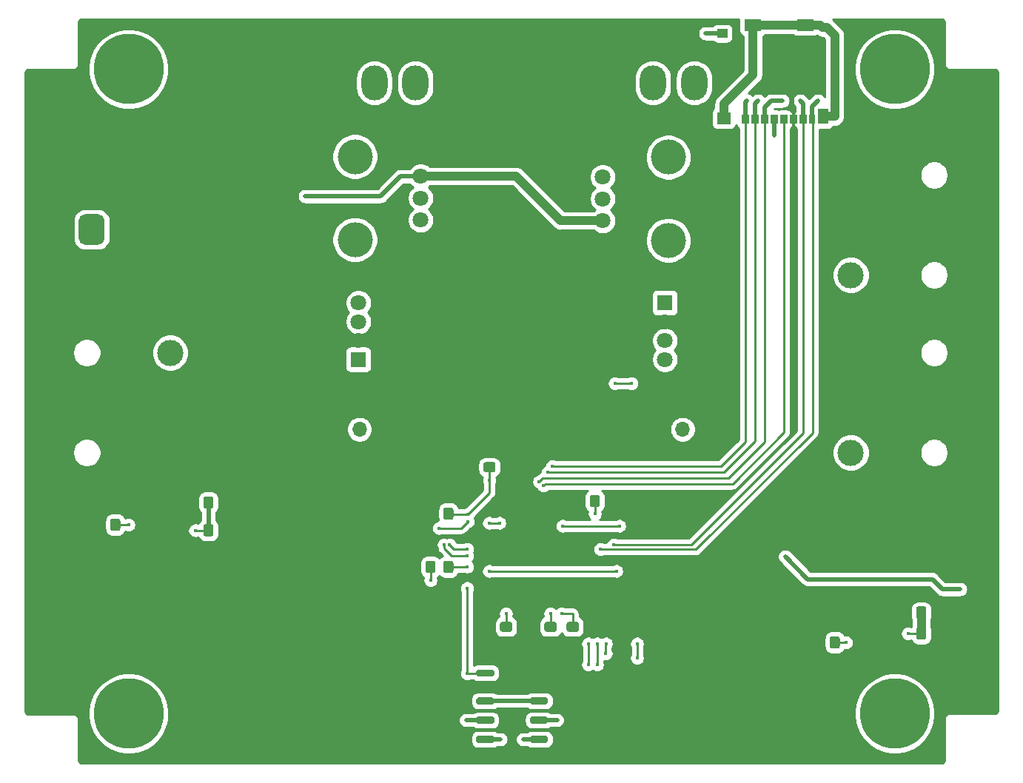
<source format=gbr>
%TF.GenerationSoftware,KiCad,Pcbnew,5.1.6-c6e7f7d~87~ubuntu18.04.1*%
%TF.CreationDate,2020-10-29T02:15:20+00:00*%
%TF.ProjectId,CirrusDspPedal,43697272-7573-4447-9370-506564616c2e,rev?*%
%TF.SameCoordinates,Original*%
%TF.FileFunction,Copper,L2,Bot*%
%TF.FilePolarity,Positive*%
%FSLAX46Y46*%
G04 Gerber Fmt 4.6, Leading zero omitted, Abs format (unit mm)*
G04 Created by KiCad (PCBNEW 5.1.6-c6e7f7d~87~ubuntu18.04.1) date 2020-10-29 02:15:20*
%MOMM*%
%LPD*%
G01*
G04 APERTURE LIST*
%TA.AperFunction,ComponentPad*%
%ADD10C,1.800000*%
%TD*%
%TA.AperFunction,ComponentPad*%
%ADD11R,1.800000X1.800000*%
%TD*%
%TA.AperFunction,ComponentPad*%
%ADD12O,3.000000X4.000000*%
%TD*%
%TA.AperFunction,ComponentPad*%
%ADD13O,1.700000X1.700000*%
%TD*%
%TA.AperFunction,ComponentPad*%
%ADD14R,1.700000X1.700000*%
%TD*%
%TA.AperFunction,WasherPad*%
%ADD15C,4.000000*%
%TD*%
%TA.AperFunction,SMDPad,CuDef*%
%ADD16R,1.900000X1.350000*%
%TD*%
%TA.AperFunction,SMDPad,CuDef*%
%ADD17R,1.200000X1.000000*%
%TD*%
%TA.AperFunction,SMDPad,CuDef*%
%ADD18R,1.550000X1.350000*%
%TD*%
%TA.AperFunction,SMDPad,CuDef*%
%ADD19R,1.170000X1.800000*%
%TD*%
%TA.AperFunction,SMDPad,CuDef*%
%ADD20R,0.850000X1.100000*%
%TD*%
%TA.AperFunction,SMDPad,CuDef*%
%ADD21R,0.750000X1.100000*%
%TD*%
%TA.AperFunction,ComponentPad*%
%ADD22C,3.000000*%
%TD*%
%TA.AperFunction,ComponentPad*%
%ADD23R,3.500000X3.500000*%
%TD*%
%TA.AperFunction,ComponentPad*%
%ADD24C,8.000000*%
%TD*%
%TA.AperFunction,ComponentPad*%
%ADD25C,0.900000*%
%TD*%
%TA.AperFunction,ViaPad*%
%ADD26C,0.450000*%
%TD*%
%TA.AperFunction,Conductor*%
%ADD27C,0.250000*%
%TD*%
%TA.AperFunction,Conductor*%
%ADD28C,1.000000*%
%TD*%
%TA.AperFunction,Conductor*%
%ADD29C,0.500000*%
%TD*%
%TA.AperFunction,Conductor*%
%ADD30C,0.254000*%
%TD*%
G04 APERTURE END LIST*
D10*
%TO.P,LED1,4*%
%TO.N,Net-(LED1-Pad4)*%
X131064000Y-87630000D03*
%TO.P,LED1,3*%
%TO.N,Net-(LED1-Pad3)*%
X131064000Y-89789000D03*
%TO.P,LED1,2*%
%TO.N,GND*%
X131064000Y-91948000D03*
D11*
%TO.P,LED1,1*%
%TO.N,Net-(LED1-Pad1)*%
X131064000Y-94107000D03*
%TD*%
D10*
%TO.P,LED2,4*%
%TO.N,Net-(LED2-Pad4)*%
X166116000Y-94107000D03*
%TO.P,LED2,3*%
%TO.N,Net-(LED2-Pad3)*%
X166116000Y-91948000D03*
%TO.P,LED2,2*%
%TO.N,GND*%
X166116000Y-89789000D03*
D11*
%TO.P,LED2,1*%
%TO.N,Net-(LED2-Pad1)*%
X166116000Y-87630000D03*
%TD*%
D12*
%TO.P,SW4,3*%
%TO.N,N/C*%
X137585000Y-62484000D03*
%TO.P,SW4,1*%
%TO.N,GND*%
X128185000Y-62484000D03*
%TO.P,SW4,2*%
%TO.N,/ExtInput/UserSwitchB_IN*%
X132885000Y-62484000D03*
%TD*%
%TO.P,SW3,3*%
%TO.N,N/C*%
X169465000Y-62484000D03*
%TO.P,SW3,1*%
%TO.N,GND*%
X160065000Y-62484000D03*
%TO.P,SW3,2*%
%TO.N,/ExtInput/UserSwitchA_IN*%
X164765000Y-62484000D03*
%TD*%
D13*
%TO.P,SW2,2*%
%TO.N,/ExtInput/FootSwitchB_IN*%
X168148000Y-102108000D03*
D14*
%TO.P,SW2,1*%
%TO.N,GND*%
X165608000Y-102108000D03*
%TD*%
D13*
%TO.P,SW1,2*%
%TO.N,/ExtInput/FootSwitchA_IN*%
X131191000Y-102108000D03*
D14*
%TO.P,SW1,1*%
%TO.N,GND*%
X128651000Y-102108000D03*
%TD*%
D15*
%TO.P,RV2,*%
%TO.N,*%
X130676000Y-70902000D03*
X130676000Y-80402000D03*
D10*
%TO.P,RV2,1*%
%TO.N,+3V3*%
X138176000Y-73152000D03*
%TO.P,RV2,2*%
%TO.N,Net-(R14-Pad2)*%
X138176000Y-75652000D03*
%TO.P,RV2,3*%
%TO.N,Net-(R12-Pad1)*%
X138176000Y-78152000D03*
%TD*%
D15*
%TO.P,RV1,*%
%TO.N,*%
X166504000Y-80482000D03*
X166504000Y-70982000D03*
D10*
%TO.P,RV1,1*%
%TO.N,+3V3*%
X159004000Y-78232000D03*
%TO.P,RV1,2*%
%TO.N,Net-(R13-Pad2)*%
X159004000Y-75732000D03*
%TO.P,RV1,3*%
%TO.N,Net-(R11-Pad1)*%
X159004000Y-73232000D03*
%TD*%
%TO.P,L1,2*%
%TO.N,/SignalProcessing/VDDA*%
%TA.AperFunction,SMDPad,CuDef*%
G36*
G01*
X140785000Y-118306001D02*
X140785000Y-117405999D01*
G75*
G02*
X141034999Y-117156000I249999J0D01*
G01*
X141685001Y-117156000D01*
G75*
G02*
X141935000Y-117405999I0J-249999D01*
G01*
X141935000Y-118306001D01*
G75*
G02*
X141685001Y-118556000I-249999J0D01*
G01*
X141034999Y-118556000D01*
G75*
G02*
X140785000Y-118306001I0J249999D01*
G01*
G37*
%TD.AperFunction*%
%TO.P,L1,1*%
%TO.N,+3V3*%
%TA.AperFunction,SMDPad,CuDef*%
G36*
G01*
X138735000Y-118306001D02*
X138735000Y-117405999D01*
G75*
G02*
X138984999Y-117156000I249999J0D01*
G01*
X139635001Y-117156000D01*
G75*
G02*
X139885000Y-117405999I0J-249999D01*
G01*
X139885000Y-118306001D01*
G75*
G02*
X139635001Y-118556000I-249999J0D01*
G01*
X138984999Y-118556000D01*
G75*
G02*
X138735000Y-118306001I0J249999D01*
G01*
G37*
%TD.AperFunction*%
%TD*%
%TO.P,K1,1*%
%TO.N,GND*%
%TA.AperFunction,SMDPad,CuDef*%
G36*
G01*
X152744500Y-129776000D02*
X152744500Y-130176000D01*
G75*
G02*
X152544500Y-130376000I-200000J0D01*
G01*
X150884500Y-130376000D01*
G75*
G02*
X150684500Y-130176000I0J200000D01*
G01*
X150684500Y-129776000D01*
G75*
G02*
X150884500Y-129576000I200000J0D01*
G01*
X152544500Y-129576000D01*
G75*
G02*
X152744500Y-129776000I0J-200000D01*
G01*
G37*
%TD.AperFunction*%
%TO.P,K1,2*%
%TO.N,Net-(K1-Pad2)*%
%TA.AperFunction,SMDPad,CuDef*%
G36*
G01*
X152744500Y-132976000D02*
X152744500Y-133376000D01*
G75*
G02*
X152544500Y-133576000I-200000J0D01*
G01*
X150884500Y-133576000D01*
G75*
G02*
X150684500Y-133376000I0J200000D01*
G01*
X150684500Y-132976000D01*
G75*
G02*
X150884500Y-132776000I200000J0D01*
G01*
X152544500Y-132776000D01*
G75*
G02*
X152744500Y-132976000I0J-200000D01*
G01*
G37*
%TD.AperFunction*%
%TO.P,K1,3*%
%TO.N,/InputSignal/ADIN_SDOUT*%
%TA.AperFunction,SMDPad,CuDef*%
G36*
G01*
X152744500Y-135176000D02*
X152744500Y-135576000D01*
G75*
G02*
X152544500Y-135776000I-200000J0D01*
G01*
X150884500Y-135776000D01*
G75*
G02*
X150684500Y-135576000I0J200000D01*
G01*
X150684500Y-135176000D01*
G75*
G02*
X150884500Y-134976000I200000J0D01*
G01*
X152544500Y-134976000D01*
G75*
G02*
X152744500Y-135176000I0J-200000D01*
G01*
G37*
%TD.AperFunction*%
%TO.P,K1,4*%
%TO.N,/SignalRelay/FX_IN*%
%TA.AperFunction,SMDPad,CuDef*%
G36*
G01*
X152744500Y-137376000D02*
X152744500Y-137776000D01*
G75*
G02*
X152544500Y-137976000I-200000J0D01*
G01*
X150884500Y-137976000D01*
G75*
G02*
X150684500Y-137776000I0J200000D01*
G01*
X150684500Y-137376000D01*
G75*
G02*
X150884500Y-137176000I200000J0D01*
G01*
X152544500Y-137176000D01*
G75*
G02*
X152744500Y-137376000I0J-200000D01*
G01*
G37*
%TD.AperFunction*%
%TO.P,K1,5*%
%TO.N,/SignalRelay/FX_OUT*%
%TA.AperFunction,SMDPad,CuDef*%
G36*
G01*
X146604500Y-137376000D02*
X146604500Y-137776000D01*
G75*
G02*
X146404500Y-137976000I-200000J0D01*
G01*
X144744500Y-137976000D01*
G75*
G02*
X144544500Y-137776000I0J200000D01*
G01*
X144544500Y-137376000D01*
G75*
G02*
X144744500Y-137176000I200000J0D01*
G01*
X146404500Y-137176000D01*
G75*
G02*
X146604500Y-137376000I0J-200000D01*
G01*
G37*
%TD.AperFunction*%
%TO.P,K1,6*%
%TO.N,/OutputSignal/ADOUT_SDIN*%
%TA.AperFunction,SMDPad,CuDef*%
G36*
G01*
X146604500Y-135176000D02*
X146604500Y-135576000D01*
G75*
G02*
X146404500Y-135776000I-200000J0D01*
G01*
X144744500Y-135776000D01*
G75*
G02*
X144544500Y-135576000I0J200000D01*
G01*
X144544500Y-135176000D01*
G75*
G02*
X144744500Y-134976000I200000J0D01*
G01*
X146404500Y-134976000D01*
G75*
G02*
X146604500Y-135176000I0J-200000D01*
G01*
G37*
%TD.AperFunction*%
%TO.P,K1,7*%
%TO.N,Net-(K1-Pad2)*%
%TA.AperFunction,SMDPad,CuDef*%
G36*
G01*
X146604500Y-132976000D02*
X146604500Y-133376000D01*
G75*
G02*
X146404500Y-133576000I-200000J0D01*
G01*
X144744500Y-133576000D01*
G75*
G02*
X144544500Y-133376000I0J200000D01*
G01*
X144544500Y-132976000D01*
G75*
G02*
X144744500Y-132776000I200000J0D01*
G01*
X146404500Y-132776000D01*
G75*
G02*
X146604500Y-132976000I0J-200000D01*
G01*
G37*
%TD.AperFunction*%
%TO.P,K1,8*%
%TO.N,/SignalProcessing/RelayCoil_OUT*%
%TA.AperFunction,SMDPad,CuDef*%
G36*
G01*
X146604500Y-129776000D02*
X146604500Y-130176000D01*
G75*
G02*
X146404500Y-130376000I-200000J0D01*
G01*
X144744500Y-130376000D01*
G75*
G02*
X144544500Y-130176000I0J200000D01*
G01*
X144544500Y-129776000D01*
G75*
G02*
X144744500Y-129576000I200000J0D01*
G01*
X146404500Y-129576000D01*
G75*
G02*
X146604500Y-129776000I0J-200000D01*
G01*
G37*
%TD.AperFunction*%
%TD*%
D16*
%TO.P,J6,11*%
%TO.N,GNDPWR*%
X182165000Y-55839000D03*
X176195000Y-55839000D03*
D17*
%TO.P,J6,9*%
%TO.N,GND*%
X172695000Y-60514000D03*
%TO.P,J6,10*%
%TO.N,Net-(J6-Pad10)*%
X172695000Y-56814000D03*
D18*
%TO.P,J6,11*%
%TO.N,GNDPWR*%
X172870000Y-66539000D03*
D19*
X184190000Y-66314000D03*
D20*
%TO.P,J6,7*%
%TO.N,/MicroSD/uSD_D0*%
X181930000Y-66664000D03*
%TO.P,J6,6*%
%TO.N,GND*%
X180830000Y-66664000D03*
%TO.P,J6,5*%
%TO.N,/MicroSD/uSD_CLK*%
X179730000Y-66664000D03*
%TO.P,J6,4*%
%TO.N,+3V3*%
X178630000Y-66664000D03*
%TO.P,J6,3*%
%TO.N,/MicroSD/uSD_CMD*%
X177530000Y-66664000D03*
%TO.P,J6,2*%
%TO.N,/MicroSD/uSD_D3*%
X176430000Y-66664000D03*
D21*
%TO.P,J6,8*%
%TO.N,/MicroSD/uSD_D1*%
X182980000Y-66664000D03*
D20*
%TO.P,J6,1*%
%TO.N,/MicroSD/uSD_D2*%
X175330000Y-66664000D03*
%TD*%
D22*
%TO.P,J5,1*%
%TO.N,Net-(J5-Pad1)*%
X187388500Y-84455000D03*
%TO.P,J5,2*%
%TO.N,GND*%
X187388500Y-73025000D03*
%TO.P,J5,3*%
X200088500Y-73025000D03*
%TO.P,J5,4*%
X200088500Y-84455000D03*
%TD*%
%TO.P,J4,3*%
%TO.N,GND*%
%TA.AperFunction,ComponentPad*%
G36*
G01*
X101803000Y-75423000D02*
X101803000Y-73673000D01*
G75*
G02*
X102678000Y-72798000I875000J0D01*
G01*
X104428000Y-72798000D01*
G75*
G02*
X105303000Y-73673000I0J-875000D01*
G01*
X105303000Y-75423000D01*
G75*
G02*
X104428000Y-76298000I-875000J0D01*
G01*
X102678000Y-76298000D01*
G75*
G02*
X101803000Y-75423000I0J875000D01*
G01*
G37*
%TD.AperFunction*%
%TO.P,J4,2*%
%TO.N,Net-(D1-Pad2)*%
%TA.AperFunction,ComponentPad*%
G36*
G01*
X99053000Y-80248000D02*
X99053000Y-78248000D01*
G75*
G02*
X99803000Y-77498000I750000J0D01*
G01*
X101303000Y-77498000D01*
G75*
G02*
X102053000Y-78248000I0J-750000D01*
G01*
X102053000Y-80248000D01*
G75*
G02*
X101303000Y-80998000I-750000J0D01*
G01*
X99803000Y-80998000D01*
G75*
G02*
X99053000Y-80248000I0J750000D01*
G01*
G37*
%TD.AperFunction*%
D23*
%TO.P,J4,1*%
%TO.N,GND*%
X106553000Y-79248000D03*
%TD*%
D22*
%TO.P,J2,1*%
%TO.N,Net-(C14-Pad2)*%
X109537500Y-93345000D03*
%TO.P,J2,2*%
%TO.N,GND*%
X109537500Y-104775000D03*
%TO.P,J2,3*%
X96837500Y-104775000D03*
%TO.P,J2,4*%
X96837500Y-93345000D03*
%TD*%
%TO.P,J1,1*%
%TO.N,Net-(J1-Pad1)*%
X187388500Y-104775000D03*
%TO.P,J1,2*%
%TO.N,GND*%
X187388500Y-93345000D03*
%TO.P,J1,3*%
X200088500Y-93345000D03*
%TO.P,J1,4*%
X200088500Y-104775000D03*
%TD*%
%TO.P,C33,2*%
%TO.N,/SignalProcessing/VCAP2*%
%TA.AperFunction,SMDPad,CuDef*%
G36*
G01*
X158681000Y-109849499D02*
X158681000Y-110749501D01*
G75*
G02*
X158431001Y-110999500I-249999J0D01*
G01*
X157780999Y-110999500D01*
G75*
G02*
X157531000Y-110749501I0J249999D01*
G01*
X157531000Y-109849499D01*
G75*
G02*
X157780999Y-109599500I249999J0D01*
G01*
X158431001Y-109599500D01*
G75*
G02*
X158681000Y-109849499I0J-249999D01*
G01*
G37*
%TD.AperFunction*%
%TO.P,C33,1*%
%TO.N,GND*%
%TA.AperFunction,SMDPad,CuDef*%
G36*
G01*
X160731000Y-109849499D02*
X160731000Y-110749501D01*
G75*
G02*
X160481001Y-110999500I-249999J0D01*
G01*
X159830999Y-110999500D01*
G75*
G02*
X159581000Y-110749501I0J249999D01*
G01*
X159581000Y-109849499D01*
G75*
G02*
X159830999Y-109599500I249999J0D01*
G01*
X160481001Y-109599500D01*
G75*
G02*
X160731000Y-109849499I0J-249999D01*
G01*
G37*
%TD.AperFunction*%
%TD*%
%TO.P,C22,2*%
%TO.N,/SignalProcessing/VCAP1*%
%TA.AperFunction,SMDPad,CuDef*%
G36*
G01*
X153485001Y-125280000D02*
X152584999Y-125280000D01*
G75*
G02*
X152335000Y-125030001I0J249999D01*
G01*
X152335000Y-124379999D01*
G75*
G02*
X152584999Y-124130000I249999J0D01*
G01*
X153485001Y-124130000D01*
G75*
G02*
X153735000Y-124379999I0J-249999D01*
G01*
X153735000Y-125030001D01*
G75*
G02*
X153485001Y-125280000I-249999J0D01*
G01*
G37*
%TD.AperFunction*%
%TO.P,C22,1*%
%TO.N,GND*%
%TA.AperFunction,SMDPad,CuDef*%
G36*
G01*
X153485001Y-127330000D02*
X152584999Y-127330000D01*
G75*
G02*
X152335000Y-127080001I0J249999D01*
G01*
X152335000Y-126429999D01*
G75*
G02*
X152584999Y-126180000I249999J0D01*
G01*
X153485001Y-126180000D01*
G75*
G02*
X153735000Y-126429999I0J-249999D01*
G01*
X153735000Y-127080001D01*
G75*
G02*
X153485001Y-127330000I-249999J0D01*
G01*
G37*
%TD.AperFunction*%
%TD*%
%TO.P,C21,2*%
%TO.N,GND*%
%TA.AperFunction,SMDPad,CuDef*%
G36*
G01*
X146500001Y-104960000D02*
X145599999Y-104960000D01*
G75*
G02*
X145350000Y-104710001I0J249999D01*
G01*
X145350000Y-104059999D01*
G75*
G02*
X145599999Y-103810000I249999J0D01*
G01*
X146500001Y-103810000D01*
G75*
G02*
X146750000Y-104059999I0J-249999D01*
G01*
X146750000Y-104710001D01*
G75*
G02*
X146500001Y-104960000I-249999J0D01*
G01*
G37*
%TD.AperFunction*%
%TO.P,C21,1*%
%TO.N,+3V3*%
%TA.AperFunction,SMDPad,CuDef*%
G36*
G01*
X146500001Y-107010000D02*
X145599999Y-107010000D01*
G75*
G02*
X145350000Y-106760001I0J249999D01*
G01*
X145350000Y-106109999D01*
G75*
G02*
X145599999Y-105860000I249999J0D01*
G01*
X146500001Y-105860000D01*
G75*
G02*
X146750000Y-106109999I0J-249999D01*
G01*
X146750000Y-106760001D01*
G75*
G02*
X146500001Y-107010000I-249999J0D01*
G01*
G37*
%TD.AperFunction*%
%TD*%
%TO.P,C20,2*%
%TO.N,GND*%
%TA.AperFunction,SMDPad,CuDef*%
G36*
G01*
X147504999Y-126180000D02*
X148405001Y-126180000D01*
G75*
G02*
X148655000Y-126429999I0J-249999D01*
G01*
X148655000Y-127080001D01*
G75*
G02*
X148405001Y-127330000I-249999J0D01*
G01*
X147504999Y-127330000D01*
G75*
G02*
X147255000Y-127080001I0J249999D01*
G01*
X147255000Y-126429999D01*
G75*
G02*
X147504999Y-126180000I249999J0D01*
G01*
G37*
%TD.AperFunction*%
%TO.P,C20,1*%
%TO.N,+3V3*%
%TA.AperFunction,SMDPad,CuDef*%
G36*
G01*
X147504999Y-124130000D02*
X148405001Y-124130000D01*
G75*
G02*
X148655000Y-124379999I0J-249999D01*
G01*
X148655000Y-125030001D01*
G75*
G02*
X148405001Y-125280000I-249999J0D01*
G01*
X147504999Y-125280000D01*
G75*
G02*
X147255000Y-125030001I0J249999D01*
G01*
X147255000Y-124379999D01*
G75*
G02*
X147504999Y-124130000I249999J0D01*
G01*
G37*
%TD.AperFunction*%
%TD*%
%TO.P,C19,2*%
%TO.N,GND*%
%TA.AperFunction,SMDPad,CuDef*%
G36*
G01*
X155124999Y-126180000D02*
X156025001Y-126180000D01*
G75*
G02*
X156275000Y-126429999I0J-249999D01*
G01*
X156275000Y-127080001D01*
G75*
G02*
X156025001Y-127330000I-249999J0D01*
G01*
X155124999Y-127330000D01*
G75*
G02*
X154875000Y-127080001I0J249999D01*
G01*
X154875000Y-126429999D01*
G75*
G02*
X155124999Y-126180000I249999J0D01*
G01*
G37*
%TD.AperFunction*%
%TO.P,C19,1*%
%TO.N,+3V3*%
%TA.AperFunction,SMDPad,CuDef*%
G36*
G01*
X155124999Y-124130000D02*
X156025001Y-124130000D01*
G75*
G02*
X156275000Y-124379999I0J-249999D01*
G01*
X156275000Y-125030001D01*
G75*
G02*
X156025001Y-125280000I-249999J0D01*
G01*
X155124999Y-125280000D01*
G75*
G02*
X154875000Y-125030001I0J249999D01*
G01*
X154875000Y-124379999D01*
G75*
G02*
X155124999Y-124130000I249999J0D01*
G01*
G37*
%TD.AperFunction*%
%TD*%
%TO.P,C18,2*%
%TO.N,GND*%
%TA.AperFunction,SMDPad,CuDef*%
G36*
G01*
X139885000Y-111309999D02*
X139885000Y-112210001D01*
G75*
G02*
X139635001Y-112460000I-249999J0D01*
G01*
X138984999Y-112460000D01*
G75*
G02*
X138735000Y-112210001I0J249999D01*
G01*
X138735000Y-111309999D01*
G75*
G02*
X138984999Y-111060000I249999J0D01*
G01*
X139635001Y-111060000D01*
G75*
G02*
X139885000Y-111309999I0J-249999D01*
G01*
G37*
%TD.AperFunction*%
%TO.P,C18,1*%
%TO.N,+3V3*%
%TA.AperFunction,SMDPad,CuDef*%
G36*
G01*
X141935000Y-111309999D02*
X141935000Y-112210001D01*
G75*
G02*
X141685001Y-112460000I-249999J0D01*
G01*
X141034999Y-112460000D01*
G75*
G02*
X140785000Y-112210001I0J249999D01*
G01*
X140785000Y-111309999D01*
G75*
G02*
X141034999Y-111060000I249999J0D01*
G01*
X141685001Y-111060000D01*
G75*
G02*
X141935000Y-111309999I0J-249999D01*
G01*
G37*
%TD.AperFunction*%
%TD*%
%TO.P,C13,2*%
%TO.N,GND*%
%TA.AperFunction,SMDPad,CuDef*%
G36*
G01*
X101785000Y-112579999D02*
X101785000Y-113480001D01*
G75*
G02*
X101535001Y-113730000I-249999J0D01*
G01*
X100884999Y-113730000D01*
G75*
G02*
X100635000Y-113480001I0J249999D01*
G01*
X100635000Y-112579999D01*
G75*
G02*
X100884999Y-112330000I249999J0D01*
G01*
X101535001Y-112330000D01*
G75*
G02*
X101785000Y-112579999I0J-249999D01*
G01*
G37*
%TD.AperFunction*%
%TO.P,C13,1*%
%TO.N,/OutputSignal/FILT*%
%TA.AperFunction,SMDPad,CuDef*%
G36*
G01*
X103835000Y-112579999D02*
X103835000Y-113480001D01*
G75*
G02*
X103585001Y-113730000I-249999J0D01*
G01*
X102934999Y-113730000D01*
G75*
G02*
X102685000Y-113480001I0J249999D01*
G01*
X102685000Y-112579999D01*
G75*
G02*
X102934999Y-112330000I249999J0D01*
G01*
X103585001Y-112330000D01*
G75*
G02*
X103835000Y-112579999I0J-249999D01*
G01*
G37*
%TD.AperFunction*%
%TD*%
%TO.P,C11,2*%
%TO.N,GND*%
%TA.AperFunction,SMDPad,CuDef*%
G36*
G01*
X115385000Y-110940001D02*
X115385000Y-110039999D01*
G75*
G02*
X115634999Y-109790000I249999J0D01*
G01*
X116285001Y-109790000D01*
G75*
G02*
X116535000Y-110039999I0J-249999D01*
G01*
X116535000Y-110940001D01*
G75*
G02*
X116285001Y-111190000I-249999J0D01*
G01*
X115634999Y-111190000D01*
G75*
G02*
X115385000Y-110940001I0J249999D01*
G01*
G37*
%TD.AperFunction*%
%TO.P,C11,1*%
%TO.N,/OutputSignal/VQ*%
%TA.AperFunction,SMDPad,CuDef*%
G36*
G01*
X113335000Y-110940001D02*
X113335000Y-110039999D01*
G75*
G02*
X113584999Y-109790000I249999J0D01*
G01*
X114235001Y-109790000D01*
G75*
G02*
X114485000Y-110039999I0J-249999D01*
G01*
X114485000Y-110940001D01*
G75*
G02*
X114235001Y-111190000I-249999J0D01*
G01*
X113584999Y-111190000D01*
G75*
G02*
X113335000Y-110940001I0J249999D01*
G01*
G37*
%TD.AperFunction*%
%TD*%
%TO.P,C10,2*%
%TO.N,GND*%
%TA.AperFunction,SMDPad,CuDef*%
G36*
G01*
X115385000Y-114115001D02*
X115385000Y-113214999D01*
G75*
G02*
X115634999Y-112965000I249999J0D01*
G01*
X116285001Y-112965000D01*
G75*
G02*
X116535000Y-113214999I0J-249999D01*
G01*
X116535000Y-114115001D01*
G75*
G02*
X116285001Y-114365000I-249999J0D01*
G01*
X115634999Y-114365000D01*
G75*
G02*
X115385000Y-114115001I0J249999D01*
G01*
G37*
%TD.AperFunction*%
%TO.P,C10,1*%
%TO.N,/OutputSignal/VQ*%
%TA.AperFunction,SMDPad,CuDef*%
G36*
G01*
X113335000Y-114115001D02*
X113335000Y-113214999D01*
G75*
G02*
X113584999Y-112965000I249999J0D01*
G01*
X114235001Y-112965000D01*
G75*
G02*
X114485000Y-113214999I0J-249999D01*
G01*
X114485000Y-114115001D01*
G75*
G02*
X114235001Y-114365000I-249999J0D01*
G01*
X113584999Y-114365000D01*
G75*
G02*
X113335000Y-114115001I0J249999D01*
G01*
G37*
%TD.AperFunction*%
%TD*%
%TO.P,C3,2*%
%TO.N,GND*%
%TA.AperFunction,SMDPad,CuDef*%
G36*
G01*
X184081000Y-126041999D02*
X184081000Y-126942001D01*
G75*
G02*
X183831001Y-127192000I-249999J0D01*
G01*
X183180999Y-127192000D01*
G75*
G02*
X182931000Y-126942001I0J249999D01*
G01*
X182931000Y-126041999D01*
G75*
G02*
X183180999Y-125792000I249999J0D01*
G01*
X183831001Y-125792000D01*
G75*
G02*
X184081000Y-126041999I0J-249999D01*
G01*
G37*
%TD.AperFunction*%
%TO.P,C3,1*%
%TO.N,/InputSignal/FILT*%
%TA.AperFunction,SMDPad,CuDef*%
G36*
G01*
X186131000Y-126041999D02*
X186131000Y-126942001D01*
G75*
G02*
X185881001Y-127192000I-249999J0D01*
G01*
X185230999Y-127192000D01*
G75*
G02*
X184981000Y-126942001I0J249999D01*
G01*
X184981000Y-126041999D01*
G75*
G02*
X185230999Y-125792000I249999J0D01*
G01*
X185881001Y-125792000D01*
G75*
G02*
X186131000Y-126041999I0J-249999D01*
G01*
G37*
%TD.AperFunction*%
%TD*%
%TO.P,C2,2*%
%TO.N,GND*%
%TA.AperFunction,SMDPad,CuDef*%
G36*
G01*
X196919000Y-125926001D02*
X196919000Y-125025999D01*
G75*
G02*
X197168999Y-124776000I249999J0D01*
G01*
X197819001Y-124776000D01*
G75*
G02*
X198069000Y-125025999I0J-249999D01*
G01*
X198069000Y-125926001D01*
G75*
G02*
X197819001Y-126176000I-249999J0D01*
G01*
X197168999Y-126176000D01*
G75*
G02*
X196919000Y-125926001I0J249999D01*
G01*
G37*
%TD.AperFunction*%
%TO.P,C2,1*%
%TO.N,/InputSignal/VQ*%
%TA.AperFunction,SMDPad,CuDef*%
G36*
G01*
X194869000Y-125926001D02*
X194869000Y-125025999D01*
G75*
G02*
X195118999Y-124776000I249999J0D01*
G01*
X195769001Y-124776000D01*
G75*
G02*
X196019000Y-125025999I0J-249999D01*
G01*
X196019000Y-125926001D01*
G75*
G02*
X195769001Y-126176000I-249999J0D01*
G01*
X195118999Y-126176000D01*
G75*
G02*
X194869000Y-125926001I0J249999D01*
G01*
G37*
%TD.AperFunction*%
%TD*%
%TO.P,C1,2*%
%TO.N,GND*%
%TA.AperFunction,SMDPad,CuDef*%
G36*
G01*
X196919000Y-123513001D02*
X196919000Y-122612999D01*
G75*
G02*
X197168999Y-122363000I249999J0D01*
G01*
X197819001Y-122363000D01*
G75*
G02*
X198069000Y-122612999I0J-249999D01*
G01*
X198069000Y-123513001D01*
G75*
G02*
X197819001Y-123763000I-249999J0D01*
G01*
X197168999Y-123763000D01*
G75*
G02*
X196919000Y-123513001I0J249999D01*
G01*
G37*
%TD.AperFunction*%
%TO.P,C1,1*%
%TO.N,/InputSignal/VQ*%
%TA.AperFunction,SMDPad,CuDef*%
G36*
G01*
X194869000Y-123513001D02*
X194869000Y-122612999D01*
G75*
G02*
X195118999Y-122363000I249999J0D01*
G01*
X195769001Y-122363000D01*
G75*
G02*
X196019000Y-122612999I0J-249999D01*
G01*
X196019000Y-123513001D01*
G75*
G02*
X195769001Y-123763000I-249999J0D01*
G01*
X195118999Y-123763000D01*
G75*
G02*
X194869000Y-123513001I0J249999D01*
G01*
G37*
%TD.AperFunction*%
%TD*%
D24*
%TO.P,REF\u002A\u002A,1*%
%TO.N,N/C*%
X192405000Y-60896500D03*
D25*
X195405000Y-60896500D03*
X194526320Y-63017820D03*
X192405000Y-63896500D03*
X190283680Y-63017820D03*
X189405000Y-60896500D03*
X190283680Y-58775180D03*
X192405000Y-57896500D03*
X194526320Y-58775180D03*
%TD*%
D24*
%TO.P,REF\u002A\u002A,1*%
%TO.N,N/C*%
X104775000Y-60896500D03*
D25*
X107775000Y-60896500D03*
X106896320Y-63017820D03*
X104775000Y-63896500D03*
X102653680Y-63017820D03*
X101775000Y-60896500D03*
X102653680Y-58775180D03*
X104775000Y-57896500D03*
X106896320Y-58775180D03*
%TD*%
D24*
%TO.P,REF\u002A\u002A,1*%
%TO.N,N/C*%
X104775000Y-134620000D03*
D25*
X107775000Y-134620000D03*
X106896320Y-136741320D03*
X104775000Y-137620000D03*
X102653680Y-136741320D03*
X101775000Y-134620000D03*
X102653680Y-132498680D03*
X104775000Y-131620000D03*
X106896320Y-132498680D03*
%TD*%
%TO.P,REF\u002A\u002A,1*%
%TO.N,N/C*%
X194526320Y-132498680D03*
X192405000Y-131620000D03*
X190283680Y-132498680D03*
X189405000Y-134620000D03*
X190283680Y-136741320D03*
X192405000Y-137620000D03*
X194526320Y-136741320D03*
X195405000Y-134620000D03*
D24*
X192405000Y-134620000D03*
%TD*%
D26*
%TO.N,GND*%
X193921000Y-124468000D03*
X188849000Y-116967000D03*
X179959000Y-136271000D03*
X101600000Y-111760000D03*
X96520000Y-111760000D03*
X104775000Y-114315013D03*
X148745000Y-108585000D03*
X147245000Y-108585000D03*
X147244998Y-122505008D03*
X179959000Y-118237000D03*
X116586000Y-69469000D03*
X109855000Y-83947000D03*
X183515000Y-114427000D03*
X153153000Y-71637000D03*
X155203000Y-79747000D03*
X143773000Y-79747000D03*
X141723000Y-71637000D03*
X150495000Y-94996000D03*
X146022002Y-117320000D03*
X103641000Y-125485000D03*
X149225000Y-130048000D03*
X183954000Y-129725000D03*
%TO.N,/InputSignal/VQ*%
X193921000Y-125468000D03*
%TO.N,/InputSignal/FILT*%
X186833000Y-126492000D03*
%TO.N,+3V3*%
X154305000Y-123190000D03*
X146050000Y-107950000D03*
X147955000Y-123189990D03*
X178630000Y-68521000D03*
X139319000Y-119380000D03*
X199898000Y-120396000D03*
X196723000Y-119253000D03*
X179875007Y-116669991D03*
X124968000Y-75438000D03*
X160401000Y-96856002D03*
X162306000Y-96856002D03*
X143569994Y-111820000D03*
%TO.N,/OutputSignal/VQ*%
X112395000Y-113665000D03*
%TO.N,/OutputSignal/FILT*%
X104775000Y-113030012D03*
%TO.N,/SignalProcessing/VCAP1*%
X153035000Y-123190000D03*
%TO.N,/ExtInput/FootExp_IN*%
X160572000Y-118320000D03*
X146006000Y-118320000D03*
%TO.N,/SignalProcessing/VCAP2*%
X158115000Y-111760000D03*
%TO.N,/SignalProcessing/RelayCoil_OUT*%
X143510000Y-130047992D03*
X143510000Y-120269000D03*
%TO.N,GNDPWR*%
X184658000Y-56134000D03*
%TO.N,Net-(J6-Pad10)*%
X170770000Y-56814000D03*
%TO.N,/MicroSD/uSD_D0*%
X160274000Y-115315982D03*
X181610000Y-64516000D03*
%TO.N,/MicroSD/uSD_CLK*%
X152245000Y-108557000D03*
%TO.N,/MicroSD/uSD_CMD*%
X179578000Y-64516000D03*
X151745000Y-108097000D03*
%TO.N,/MicroSD/uSD_D3*%
X176784002Y-64515998D03*
X152745000Y-107025000D03*
%TO.N,/MicroSD/uSD_D1*%
X158745953Y-115832095D03*
X183642000Y-64516000D03*
%TO.N,/MicroSD/uSD_D2*%
X175514000Y-64516000D03*
X153245000Y-106343000D03*
%TO.N,/InputSignal/ADIN_SDOUT*%
X153791000Y-135376000D03*
%TO.N,/SignalRelay/FX_IN*%
X149895000Y-137576000D03*
X158369000Y-129032000D03*
X158369000Y-126619000D03*
%TO.N,/SignalRelay/FX_OUT*%
X147320000Y-137576000D03*
X157353000Y-129032000D03*
X157353000Y-126619000D03*
%TO.N,/OutputSignal/ADOUT_SDIN*%
X143389000Y-135376000D03*
%TO.N,/SignalProcessing/VDDA*%
X143510000Y-117820000D03*
%TO.N,/ExtInput/FootSwitchA_IN*%
X143573500Y-112649000D03*
X140271500Y-113411000D03*
%TO.N,/ExtInput/FootSwitchB_IN*%
X160909000Y-113157000D03*
X146006000Y-112820000D03*
X154432000Y-113157000D03*
X147193000Y-112820000D03*
%TO.N,/ExtInput/UserSwitchA_IN*%
X143510004Y-115812285D03*
X141497798Y-115296202D03*
%TO.N,/ExtInput/UserSwitchB_IN*%
X143510000Y-116585992D03*
X140843000Y-115316000D03*
%TO.N,/InputSignal/ADIN_MCLK*%
X162941000Y-128270000D03*
X162941000Y-126619004D03*
%TO.N,/InputSignal/ADIN_LRCK*%
X159368843Y-127762000D03*
X159385000Y-126619000D03*
%TD*%
D27*
%TO.N,/InputSignal/VQ*%
X195436000Y-125468000D02*
X195444000Y-125476000D01*
X193921000Y-125468000D02*
X195436000Y-125468000D01*
D28*
X195444000Y-125476000D02*
X195444000Y-123063000D01*
D27*
%TO.N,/InputSignal/FILT*%
X185674000Y-126492000D02*
X186833000Y-126492000D01*
X185556000Y-126374000D02*
X185674000Y-126492000D01*
%TO.N,+3V3*%
X155575000Y-124705000D02*
X155575000Y-123190000D01*
X155575000Y-123190000D02*
X154305000Y-123190000D01*
X146050000Y-107950000D02*
X146050000Y-106435000D01*
X147955000Y-124705000D02*
X147955000Y-123189990D01*
D29*
X178630000Y-66664000D02*
X178630000Y-68521000D01*
D28*
X138176000Y-73152000D02*
X149098000Y-73152000D01*
X154178000Y-78232000D02*
X159004000Y-78232000D01*
X149098000Y-73152000D02*
X154178000Y-78232000D01*
D27*
X139319000Y-117865000D02*
X139310000Y-117856000D01*
X139319000Y-119380000D02*
X139319000Y-117865000D01*
D29*
X199898000Y-120396000D02*
X197866000Y-120396000D01*
X197866000Y-120396000D02*
X196723000Y-119253000D01*
X196723000Y-119253000D02*
X182458016Y-119253000D01*
X182458016Y-119253000D02*
X179875007Y-116669991D01*
X138176000Y-73152000D02*
X135890000Y-73152000D01*
X135890000Y-73152000D02*
X133604000Y-75438000D01*
X133604000Y-75438000D02*
X124968000Y-75438000D01*
D27*
X160401000Y-96856002D02*
X162306000Y-96856002D01*
X146050000Y-109339994D02*
X143569994Y-111820000D01*
X141672000Y-111820000D02*
X143569994Y-111820000D01*
X146050000Y-107950000D02*
X146050000Y-109339994D01*
X141605000Y-111887000D02*
X141672000Y-111820000D01*
%TO.N,/OutputSignal/VQ*%
X112395000Y-113665000D02*
X113910000Y-113665000D01*
D29*
X113910000Y-113665000D02*
X113910000Y-110490000D01*
D27*
%TO.N,/OutputSignal/FILT*%
X104774988Y-113030000D02*
X104775000Y-113030012D01*
X103260000Y-113030000D02*
X104774988Y-113030000D01*
%TO.N,/SignalProcessing/VCAP1*%
X153035000Y-124460000D02*
X153035000Y-123190000D01*
%TO.N,/ExtInput/FootExp_IN*%
X160572000Y-118320000D02*
X146006000Y-118320000D01*
%TO.N,/SignalProcessing/VCAP2*%
X158115000Y-110490000D02*
X158051500Y-110426500D01*
X158115000Y-111760000D02*
X158115000Y-110490000D01*
%TO.N,/SignalProcessing/RelayCoil_OUT*%
X143510008Y-130048000D02*
X143510000Y-130047992D01*
X145502500Y-130048000D02*
X143510008Y-130048000D01*
X145574500Y-129976000D02*
X145502500Y-130048000D01*
X143510000Y-130047992D02*
X143510000Y-122174000D01*
X143510000Y-122174000D02*
X143510000Y-120269000D01*
D28*
%TO.N,GNDPWR*%
X184658000Y-56134000D02*
X184150000Y-56134000D01*
X183855000Y-55839000D02*
X182165000Y-55839000D01*
X184150000Y-56134000D02*
X183855000Y-55839000D01*
X182165000Y-55839000D02*
X176195000Y-55839000D01*
X172870000Y-66539000D02*
X172870000Y-64874000D01*
X176195000Y-61549000D02*
X176195000Y-55839000D01*
X172870000Y-64874000D02*
X176195000Y-61549000D01*
X185547000Y-57023000D02*
X184658000Y-56134000D01*
X185547000Y-66314000D02*
X185547000Y-57023000D01*
X184190000Y-66314000D02*
X185547000Y-66314000D01*
D29*
%TO.N,Net-(J6-Pad10)*%
X172695000Y-56814000D02*
X170770000Y-56814000D01*
%TO.N,/MicroSD/uSD_D0*%
X181930000Y-66664000D02*
X181930000Y-64836000D01*
X181930000Y-64836000D02*
X181610000Y-64516000D01*
D27*
X169164018Y-115315982D02*
X160274000Y-115315982D01*
X181930000Y-102550000D02*
X169164018Y-115315982D01*
X181930000Y-66410000D02*
X181930000Y-102550000D01*
%TO.N,/MicroSD/uSD_CLK*%
X179730000Y-102464000D02*
X179730000Y-82652000D01*
X173863000Y-108331000D02*
X179730000Y-102464000D01*
X179730000Y-82652000D02*
X179730000Y-66664000D01*
X152471000Y-108331000D02*
X173863000Y-108331000D01*
X152245000Y-108557000D02*
X152471000Y-108331000D01*
D29*
%TO.N,/MicroSD/uSD_CMD*%
X177530000Y-66664000D02*
X177530000Y-65294000D01*
X177530000Y-65294000D02*
X178308000Y-64516000D01*
X178308000Y-64516000D02*
X179578000Y-64516000D01*
D27*
X177530000Y-84058000D02*
X177530000Y-66664000D01*
X173355000Y-107696000D02*
X177530000Y-103521000D01*
X177530000Y-103521000D02*
X177530000Y-84058000D01*
X152146000Y-107696000D02*
X173355000Y-107696000D01*
X151745000Y-108097000D02*
X152146000Y-107696000D01*
D29*
%TO.N,/MicroSD/uSD_D3*%
X176430000Y-66664000D02*
X176430000Y-64870000D01*
X176430000Y-64870000D02*
X176784002Y-64515998D01*
D27*
X176430000Y-66664000D02*
X176430000Y-103478000D01*
X176430000Y-103478000D02*
X172883000Y-107025000D01*
X172883000Y-107025000D02*
X152745000Y-107025000D01*
D29*
%TO.N,/MicroSD/uSD_D1*%
X182980000Y-66664000D02*
X182980000Y-65178000D01*
X182980000Y-65178000D02*
X183642000Y-64516000D01*
D27*
X158754048Y-115824000D02*
X158745953Y-115832095D01*
X169663905Y-115832095D02*
X158745953Y-115832095D01*
X183007000Y-102489000D02*
X169663905Y-115832095D01*
X183007000Y-66437000D02*
X183007000Y-102489000D01*
X182980000Y-66410000D02*
X183007000Y-66437000D01*
D29*
%TO.N,/MicroSD/uSD_D2*%
X175330000Y-64700000D02*
X175514000Y-64516000D01*
X175330000Y-66664000D02*
X175330000Y-64700000D01*
D27*
X175330000Y-93910000D02*
X175330000Y-94037000D01*
X175330000Y-66664000D02*
X175330000Y-93910000D01*
X175330000Y-103562000D02*
X175330000Y-93910000D01*
X172549000Y-106343000D02*
X175330000Y-103562000D01*
X153245000Y-106343000D02*
X172549000Y-106343000D01*
D29*
%TO.N,Net-(K1-Pad2)*%
X145574500Y-133176000D02*
X151714500Y-133176000D01*
%TO.N,/InputSignal/ADIN_SDOUT*%
X151714500Y-135376000D02*
X153791000Y-135376000D01*
%TO.N,/SignalRelay/FX_IN*%
X151714500Y-137576000D02*
X149895000Y-137576000D01*
D27*
X158369000Y-129032000D02*
X158369000Y-126619000D01*
D29*
%TO.N,/SignalRelay/FX_OUT*%
X145574500Y-137576000D02*
X147320000Y-137576000D01*
D27*
X157353000Y-129032000D02*
X157353000Y-126619000D01*
D29*
%TO.N,/OutputSignal/ADOUT_SDIN*%
X145574500Y-135376000D02*
X143389000Y-135376000D01*
D27*
%TO.N,/SignalProcessing/VDDA*%
X141360000Y-118110000D02*
X141650000Y-117820000D01*
X141650000Y-117820000D02*
X143510000Y-117820000D01*
%TO.N,/ExtInput/FootSwitchA_IN*%
X143573500Y-112649000D02*
X142811500Y-113411000D01*
X142811500Y-113411000D02*
X140271500Y-113411000D01*
%TO.N,/ExtInput/FootSwitchB_IN*%
X160909000Y-113157000D02*
X154432000Y-113157000D01*
X146006000Y-112820000D02*
X147193000Y-112820000D01*
%TO.N,/ExtInput/UserSwitchA_IN*%
X143510004Y-115812285D02*
X142013881Y-115812285D01*
X142013881Y-115812285D02*
X141497798Y-115296202D01*
%TO.N,/ExtInput/UserSwitchB_IN*%
X141731992Y-116585992D02*
X140843000Y-115697000D01*
X140843000Y-115697000D02*
X140843000Y-115316000D01*
X143510000Y-116585992D02*
X141731992Y-116585992D01*
%TO.N,/InputSignal/ADIN_MCLK*%
X162941000Y-128270000D02*
X162941000Y-126619004D01*
%TO.N,/InputSignal/ADIN_LRCK*%
X159368843Y-127762000D02*
X159368843Y-126635157D01*
X159368843Y-126635157D02*
X159385000Y-126619000D01*
%TD*%
D30*
%TO.N,GND*%
G36*
X174606928Y-56514000D02*
G01*
X174619188Y-56638482D01*
X174655498Y-56758180D01*
X174714463Y-56868494D01*
X174793815Y-56965185D01*
X174890506Y-57044537D01*
X175000820Y-57103502D01*
X175060001Y-57121454D01*
X175060000Y-61078868D01*
X172106860Y-64032009D01*
X172063552Y-64067551D01*
X171921717Y-64240377D01*
X171886745Y-64305805D01*
X171816324Y-64437554D01*
X171780822Y-64554589D01*
X171751423Y-64651501D01*
X171747681Y-64689491D01*
X171729509Y-64874000D01*
X171735000Y-64929751D01*
X171735000Y-65337982D01*
X171643815Y-65412815D01*
X171564463Y-65509506D01*
X171505498Y-65619820D01*
X171469188Y-65739518D01*
X171456928Y-65864000D01*
X171456928Y-67214000D01*
X171469188Y-67338482D01*
X171505498Y-67458180D01*
X171564463Y-67568494D01*
X171643815Y-67665185D01*
X171740506Y-67744537D01*
X171850820Y-67803502D01*
X171970518Y-67839812D01*
X172095000Y-67852072D01*
X173645000Y-67852072D01*
X173769482Y-67839812D01*
X173889180Y-67803502D01*
X173999494Y-67744537D01*
X174096185Y-67665185D01*
X174175537Y-67568494D01*
X174234502Y-67458180D01*
X174270812Y-67338482D01*
X174275000Y-67295959D01*
X174279188Y-67338482D01*
X174315498Y-67458180D01*
X174374463Y-67568494D01*
X174453815Y-67665185D01*
X174550506Y-67744537D01*
X174570000Y-67754957D01*
X174570001Y-93872658D01*
X174570000Y-93872668D01*
X174570000Y-94074333D01*
X174570001Y-94074343D01*
X174570000Y-103247198D01*
X172234199Y-105583000D01*
X153655539Y-105583000D01*
X153652363Y-105580878D01*
X153495853Y-105516049D01*
X153329703Y-105483000D01*
X153160297Y-105483000D01*
X152994147Y-105516049D01*
X152837637Y-105580878D01*
X152696782Y-105674995D01*
X152576995Y-105794782D01*
X152482878Y-105935637D01*
X152418049Y-106092147D01*
X152388260Y-106241909D01*
X152337637Y-106262878D01*
X152196782Y-106356995D01*
X152076995Y-106476782D01*
X151982878Y-106617637D01*
X151918049Y-106774147D01*
X151885000Y-106940297D01*
X151885000Y-106980975D01*
X151853753Y-106990454D01*
X151721724Y-107061026D01*
X151605999Y-107155999D01*
X151582196Y-107185003D01*
X151497896Y-107269303D01*
X151494147Y-107270049D01*
X151337637Y-107334878D01*
X151196782Y-107428995D01*
X151076995Y-107548782D01*
X150982878Y-107689637D01*
X150918049Y-107846147D01*
X150885000Y-108012297D01*
X150885000Y-108181703D01*
X150918049Y-108347853D01*
X150982878Y-108504363D01*
X151076995Y-108645218D01*
X151196782Y-108765005D01*
X151337637Y-108859122D01*
X151460338Y-108909947D01*
X151482878Y-108964363D01*
X151576995Y-109105218D01*
X151696782Y-109225005D01*
X151837637Y-109319122D01*
X151994147Y-109383951D01*
X152160297Y-109417000D01*
X152329703Y-109417000D01*
X152495853Y-109383951D01*
X152652363Y-109319122D01*
X152793218Y-109225005D01*
X152913005Y-109105218D01*
X152922505Y-109091000D01*
X157325208Y-109091000D01*
X157287613Y-109111095D01*
X157153038Y-109221538D01*
X157042595Y-109356113D01*
X156960528Y-109509649D01*
X156909992Y-109676245D01*
X156892928Y-109849499D01*
X156892928Y-110749501D01*
X156909992Y-110922755D01*
X156960528Y-111089351D01*
X157042595Y-111242887D01*
X157153038Y-111377462D01*
X157287613Y-111487905D01*
X157295174Y-111491946D01*
X157288049Y-111509147D01*
X157255000Y-111675297D01*
X157255000Y-111844703D01*
X157288049Y-112010853D01*
X157352878Y-112167363D01*
X157446995Y-112308218D01*
X157535777Y-112397000D01*
X154842539Y-112397000D01*
X154839363Y-112394878D01*
X154682853Y-112330049D01*
X154516703Y-112297000D01*
X154347297Y-112297000D01*
X154181147Y-112330049D01*
X154024637Y-112394878D01*
X153883782Y-112488995D01*
X153763995Y-112608782D01*
X153669878Y-112749637D01*
X153605049Y-112906147D01*
X153572000Y-113072297D01*
X153572000Y-113241703D01*
X153605049Y-113407853D01*
X153669878Y-113564363D01*
X153763995Y-113705218D01*
X153883782Y-113825005D01*
X154024637Y-113919122D01*
X154181147Y-113983951D01*
X154347297Y-114017000D01*
X154516703Y-114017000D01*
X154682853Y-113983951D01*
X154839363Y-113919122D01*
X154842539Y-113917000D01*
X160498461Y-113917000D01*
X160501637Y-113919122D01*
X160658147Y-113983951D01*
X160824297Y-114017000D01*
X160993703Y-114017000D01*
X161159853Y-113983951D01*
X161316363Y-113919122D01*
X161457218Y-113825005D01*
X161577005Y-113705218D01*
X161671122Y-113564363D01*
X161735951Y-113407853D01*
X161769000Y-113241703D01*
X161769000Y-113072297D01*
X161735951Y-112906147D01*
X161671122Y-112749637D01*
X161577005Y-112608782D01*
X161457218Y-112488995D01*
X161316363Y-112394878D01*
X161159853Y-112330049D01*
X160993703Y-112297000D01*
X160824297Y-112297000D01*
X160658147Y-112330049D01*
X160501637Y-112394878D01*
X160498461Y-112397000D01*
X158694223Y-112397000D01*
X158783005Y-112308218D01*
X158877122Y-112167363D01*
X158941951Y-112010853D01*
X158975000Y-111844703D01*
X158975000Y-111675297D01*
X158941951Y-111509147D01*
X158930929Y-111482537D01*
X159058962Y-111377462D01*
X159169405Y-111242887D01*
X159251472Y-111089351D01*
X159302008Y-110922755D01*
X159319072Y-110749501D01*
X159319072Y-109849499D01*
X159302008Y-109676245D01*
X159251472Y-109509649D01*
X159169405Y-109356113D01*
X159058962Y-109221538D01*
X158924387Y-109111095D01*
X158886792Y-109091000D01*
X173825678Y-109091000D01*
X173863000Y-109094676D01*
X173900322Y-109091000D01*
X173900333Y-109091000D01*
X174011986Y-109080003D01*
X174155247Y-109036546D01*
X174287276Y-108965974D01*
X174403001Y-108871001D01*
X174426804Y-108841997D01*
X180241004Y-103027798D01*
X180270001Y-103004001D01*
X180308409Y-102957201D01*
X180364974Y-102888277D01*
X180435546Y-102756247D01*
X180448263Y-102714323D01*
X180479003Y-102612986D01*
X180490000Y-102501333D01*
X180490000Y-102501323D01*
X180493676Y-102464000D01*
X180490000Y-102426677D01*
X180490000Y-67754957D01*
X180509494Y-67744537D01*
X180606185Y-67665185D01*
X180685537Y-67568494D01*
X180744502Y-67458180D01*
X180780812Y-67338482D01*
X180793072Y-67214000D01*
X180793072Y-66114000D01*
X180780812Y-65989518D01*
X180744502Y-65869820D01*
X180685537Y-65759506D01*
X180606185Y-65662815D01*
X180509494Y-65583463D01*
X180399180Y-65524498D01*
X180279482Y-65488188D01*
X180155000Y-65475928D01*
X179305000Y-65475928D01*
X179180518Y-65488188D01*
X179180000Y-65488345D01*
X179179482Y-65488188D01*
X179055000Y-65475928D01*
X178599651Y-65475928D01*
X178674579Y-65401000D01*
X179621477Y-65401000D01*
X179751490Y-65388195D01*
X179918313Y-65337589D01*
X180072059Y-65255411D01*
X180206817Y-65144817D01*
X180317411Y-65010059D01*
X180399589Y-64856313D01*
X180450195Y-64689490D01*
X180467282Y-64516000D01*
X180450195Y-64342510D01*
X180399589Y-64175687D01*
X180317411Y-64021941D01*
X180206817Y-63887183D01*
X180072059Y-63776589D01*
X179918313Y-63694411D01*
X179751490Y-63643805D01*
X179621477Y-63631000D01*
X178351465Y-63631000D01*
X178307999Y-63626719D01*
X178264533Y-63631000D01*
X178264523Y-63631000D01*
X178134510Y-63643805D01*
X177967687Y-63694411D01*
X177813941Y-63776589D01*
X177813939Y-63776590D01*
X177813940Y-63776590D01*
X177712953Y-63859468D01*
X177712951Y-63859470D01*
X177679183Y-63887183D01*
X177651470Y-63920951D01*
X177532841Y-64039580D01*
X177523412Y-64021940D01*
X177412819Y-63887181D01*
X177278060Y-63776588D01*
X177124315Y-63694410D01*
X176957491Y-63643804D01*
X176784001Y-63626717D01*
X176610511Y-63643804D01*
X176443688Y-63694410D01*
X176289943Y-63776588D01*
X176188956Y-63859466D01*
X176151121Y-63897301D01*
X176142817Y-63887183D01*
X176008058Y-63776590D01*
X175854313Y-63694412D01*
X175701174Y-63647957D01*
X176958141Y-62390991D01*
X177001449Y-62355449D01*
X177143284Y-62182623D01*
X177248676Y-61985447D01*
X177313577Y-61771499D01*
X177330000Y-61604752D01*
X177330000Y-61604751D01*
X177335491Y-61549001D01*
X177330000Y-61493249D01*
X177330000Y-57121454D01*
X177389180Y-57103502D01*
X177499494Y-57044537D01*
X177585444Y-56974000D01*
X180774556Y-56974000D01*
X180860506Y-57044537D01*
X180970820Y-57103502D01*
X181090518Y-57139812D01*
X181215000Y-57152072D01*
X183115000Y-57152072D01*
X183239482Y-57139812D01*
X183359180Y-57103502D01*
X183469494Y-57044537D01*
X183469938Y-57044173D01*
X183516377Y-57082284D01*
X183713553Y-57187676D01*
X183904168Y-57245499D01*
X183927501Y-57252577D01*
X184149999Y-57274491D01*
X184189472Y-57270603D01*
X184412001Y-57493133D01*
X184412000Y-64079173D01*
X184381410Y-64021942D01*
X184270817Y-63887183D01*
X184136058Y-63776590D01*
X183982313Y-63694412D01*
X183815489Y-63643806D01*
X183641999Y-63626719D01*
X183468509Y-63643806D01*
X183301686Y-63694412D01*
X183147940Y-63776590D01*
X183046953Y-63859468D01*
X182622113Y-64284309D01*
X182558817Y-64207183D01*
X182525044Y-64179466D01*
X182205046Y-63859468D01*
X182104059Y-63776590D01*
X181950313Y-63694412D01*
X181783490Y-63643805D01*
X181610000Y-63626719D01*
X181436510Y-63643805D01*
X181269687Y-63694412D01*
X181115941Y-63776590D01*
X180981183Y-63887183D01*
X180870590Y-64021941D01*
X180788412Y-64175687D01*
X180737805Y-64342510D01*
X180720719Y-64516000D01*
X180737805Y-64689490D01*
X180788412Y-64856313D01*
X180870590Y-65010059D01*
X180953468Y-65111046D01*
X181045001Y-65202579D01*
X181045001Y-65673555D01*
X180974463Y-65759506D01*
X180915498Y-65869820D01*
X180879188Y-65989518D01*
X180866928Y-66114000D01*
X180866928Y-67214000D01*
X180879188Y-67338482D01*
X180915498Y-67458180D01*
X180974463Y-67568494D01*
X181053815Y-67665185D01*
X181150506Y-67744537D01*
X181170000Y-67754957D01*
X181170001Y-102235197D01*
X168849217Y-114555982D01*
X160684539Y-114555982D01*
X160681363Y-114553860D01*
X160524853Y-114489031D01*
X160358703Y-114455982D01*
X160189297Y-114455982D01*
X160023147Y-114489031D01*
X159866637Y-114553860D01*
X159725782Y-114647977D01*
X159605995Y-114767764D01*
X159511878Y-114908619D01*
X159447049Y-115065129D01*
X159445663Y-115072095D01*
X159156492Y-115072095D01*
X159153316Y-115069973D01*
X158996806Y-115005144D01*
X158830656Y-114972095D01*
X158661250Y-114972095D01*
X158495100Y-115005144D01*
X158338590Y-115069973D01*
X158197735Y-115164090D01*
X158077948Y-115283877D01*
X157983831Y-115424732D01*
X157919002Y-115581242D01*
X157885953Y-115747392D01*
X157885953Y-115916798D01*
X157919002Y-116082948D01*
X157983831Y-116239458D01*
X158077948Y-116380313D01*
X158197735Y-116500100D01*
X158338590Y-116594217D01*
X158495100Y-116659046D01*
X158661250Y-116692095D01*
X158830656Y-116692095D01*
X158941781Y-116669991D01*
X178985726Y-116669991D01*
X179002812Y-116843481D01*
X179053419Y-117010304D01*
X179135597Y-117164050D01*
X179218475Y-117265037D01*
X181801486Y-119848049D01*
X181829199Y-119881817D01*
X181862967Y-119909530D01*
X181862969Y-119909532D01*
X181876949Y-119921005D01*
X181963957Y-119992411D01*
X182117703Y-120074589D01*
X182284526Y-120125195D01*
X182414539Y-120138000D01*
X182414549Y-120138000D01*
X182458015Y-120142281D01*
X182501481Y-120138000D01*
X196356422Y-120138000D01*
X197209470Y-120991049D01*
X197237183Y-121024817D01*
X197270951Y-121052530D01*
X197270953Y-121052532D01*
X197284933Y-121064005D01*
X197371941Y-121135411D01*
X197525687Y-121217589D01*
X197692510Y-121268195D01*
X197822523Y-121281000D01*
X197822533Y-121281000D01*
X197865999Y-121285281D01*
X197909465Y-121281000D01*
X199941477Y-121281000D01*
X200071490Y-121268195D01*
X200238313Y-121217589D01*
X200392059Y-121135411D01*
X200526817Y-121024817D01*
X200637411Y-120890059D01*
X200719589Y-120736313D01*
X200770195Y-120569490D01*
X200787282Y-120396000D01*
X200770195Y-120222510D01*
X200719589Y-120055687D01*
X200637411Y-119901941D01*
X200526817Y-119767183D01*
X200392059Y-119656589D01*
X200238313Y-119574411D01*
X200071490Y-119523805D01*
X199941477Y-119511000D01*
X198232579Y-119511000D01*
X197379534Y-118657956D01*
X197351817Y-118624183D01*
X197217059Y-118513589D01*
X197063313Y-118431411D01*
X196896490Y-118380805D01*
X196766477Y-118368000D01*
X196766469Y-118368000D01*
X196723000Y-118363719D01*
X196679531Y-118368000D01*
X182824595Y-118368000D01*
X180470053Y-116013459D01*
X180369066Y-115930581D01*
X180215320Y-115848403D01*
X180048497Y-115797796D01*
X179875007Y-115780710D01*
X179701517Y-115797796D01*
X179534694Y-115848403D01*
X179380948Y-115930581D01*
X179246190Y-116041174D01*
X179135597Y-116175932D01*
X179053419Y-116329678D01*
X179002812Y-116496501D01*
X178985726Y-116669991D01*
X158941781Y-116669991D01*
X158996806Y-116659046D01*
X159153316Y-116594217D01*
X159156492Y-116592095D01*
X169626583Y-116592095D01*
X169663905Y-116595771D01*
X169701227Y-116592095D01*
X169701238Y-116592095D01*
X169812891Y-116581098D01*
X169956152Y-116537641D01*
X170088181Y-116467069D01*
X170203906Y-116372096D01*
X170227709Y-116343092D01*
X182006080Y-104564721D01*
X185253500Y-104564721D01*
X185253500Y-104985279D01*
X185335547Y-105397756D01*
X185496488Y-105786302D01*
X185730137Y-106135983D01*
X186027517Y-106433363D01*
X186377198Y-106667012D01*
X186765744Y-106827953D01*
X187178221Y-106910000D01*
X187598779Y-106910000D01*
X188011256Y-106827953D01*
X188399802Y-106667012D01*
X188749483Y-106433363D01*
X189046863Y-106135983D01*
X189280512Y-105786302D01*
X189441453Y-105397756D01*
X189523500Y-104985279D01*
X189523500Y-104613967D01*
X195278500Y-104613967D01*
X195278500Y-104936033D01*
X195341332Y-105251912D01*
X195464582Y-105549463D01*
X195643513Y-105817252D01*
X195871248Y-106044987D01*
X196139037Y-106223918D01*
X196436588Y-106347168D01*
X196752467Y-106410000D01*
X197074533Y-106410000D01*
X197390412Y-106347168D01*
X197687963Y-106223918D01*
X197955752Y-106044987D01*
X198183487Y-105817252D01*
X198362418Y-105549463D01*
X198485668Y-105251912D01*
X198548500Y-104936033D01*
X198548500Y-104613967D01*
X198485668Y-104298088D01*
X198362418Y-104000537D01*
X198183487Y-103732748D01*
X197955752Y-103505013D01*
X197687963Y-103326082D01*
X197390412Y-103202832D01*
X197074533Y-103140000D01*
X196752467Y-103140000D01*
X196436588Y-103202832D01*
X196139037Y-103326082D01*
X195871248Y-103505013D01*
X195643513Y-103732748D01*
X195464582Y-104000537D01*
X195341332Y-104298088D01*
X195278500Y-104613967D01*
X189523500Y-104613967D01*
X189523500Y-104564721D01*
X189441453Y-104152244D01*
X189280512Y-103763698D01*
X189046863Y-103414017D01*
X188749483Y-103116637D01*
X188399802Y-102882988D01*
X188011256Y-102722047D01*
X187598779Y-102640000D01*
X187178221Y-102640000D01*
X186765744Y-102722047D01*
X186377198Y-102882988D01*
X186027517Y-103116637D01*
X185730137Y-103414017D01*
X185496488Y-103763698D01*
X185335547Y-104152244D01*
X185253500Y-104564721D01*
X182006080Y-104564721D01*
X183518003Y-103052799D01*
X183547001Y-103029001D01*
X183605926Y-102957201D01*
X183641974Y-102913277D01*
X183712546Y-102781247D01*
X183719803Y-102757323D01*
X183756003Y-102637986D01*
X183767000Y-102526333D01*
X183767000Y-102526323D01*
X183770676Y-102489000D01*
X183767000Y-102451677D01*
X183767000Y-93183967D01*
X195278500Y-93183967D01*
X195278500Y-93506033D01*
X195341332Y-93821912D01*
X195464582Y-94119463D01*
X195643513Y-94387252D01*
X195871248Y-94614987D01*
X196139037Y-94793918D01*
X196436588Y-94917168D01*
X196752467Y-94980000D01*
X197074533Y-94980000D01*
X197390412Y-94917168D01*
X197687963Y-94793918D01*
X197955752Y-94614987D01*
X198183487Y-94387252D01*
X198362418Y-94119463D01*
X198485668Y-93821912D01*
X198548500Y-93506033D01*
X198548500Y-93183967D01*
X198485668Y-92868088D01*
X198362418Y-92570537D01*
X198183487Y-92302748D01*
X197955752Y-92075013D01*
X197687963Y-91896082D01*
X197390412Y-91772832D01*
X197074533Y-91710000D01*
X196752467Y-91710000D01*
X196436588Y-91772832D01*
X196139037Y-91896082D01*
X195871248Y-92075013D01*
X195643513Y-92302748D01*
X195464582Y-92570537D01*
X195341332Y-92868088D01*
X195278500Y-93183967D01*
X183767000Y-93183967D01*
X183767000Y-84244721D01*
X185253500Y-84244721D01*
X185253500Y-84665279D01*
X185335547Y-85077756D01*
X185496488Y-85466302D01*
X185730137Y-85815983D01*
X186027517Y-86113363D01*
X186377198Y-86347012D01*
X186765744Y-86507953D01*
X187178221Y-86590000D01*
X187598779Y-86590000D01*
X188011256Y-86507953D01*
X188399802Y-86347012D01*
X188749483Y-86113363D01*
X189046863Y-85815983D01*
X189280512Y-85466302D01*
X189441453Y-85077756D01*
X189523500Y-84665279D01*
X189523500Y-84293967D01*
X195278500Y-84293967D01*
X195278500Y-84616033D01*
X195341332Y-84931912D01*
X195464582Y-85229463D01*
X195643513Y-85497252D01*
X195871248Y-85724987D01*
X196139037Y-85903918D01*
X196436588Y-86027168D01*
X196752467Y-86090000D01*
X197074533Y-86090000D01*
X197390412Y-86027168D01*
X197687963Y-85903918D01*
X197955752Y-85724987D01*
X198183487Y-85497252D01*
X198362418Y-85229463D01*
X198485668Y-84931912D01*
X198548500Y-84616033D01*
X198548500Y-84293967D01*
X198485668Y-83978088D01*
X198362418Y-83680537D01*
X198183487Y-83412748D01*
X197955752Y-83185013D01*
X197687963Y-83006082D01*
X197390412Y-82882832D01*
X197074533Y-82820000D01*
X196752467Y-82820000D01*
X196436588Y-82882832D01*
X196139037Y-83006082D01*
X195871248Y-83185013D01*
X195643513Y-83412748D01*
X195464582Y-83680537D01*
X195341332Y-83978088D01*
X195278500Y-84293967D01*
X189523500Y-84293967D01*
X189523500Y-84244721D01*
X189441453Y-83832244D01*
X189280512Y-83443698D01*
X189046863Y-83094017D01*
X188749483Y-82796637D01*
X188399802Y-82562988D01*
X188011256Y-82402047D01*
X187598779Y-82320000D01*
X187178221Y-82320000D01*
X186765744Y-82402047D01*
X186377198Y-82562988D01*
X186027517Y-82796637D01*
X185730137Y-83094017D01*
X185496488Y-83443698D01*
X185335547Y-83832244D01*
X185253500Y-84244721D01*
X183767000Y-84244721D01*
X183767000Y-72863967D01*
X195278500Y-72863967D01*
X195278500Y-73186033D01*
X195341332Y-73501912D01*
X195464582Y-73799463D01*
X195643513Y-74067252D01*
X195871248Y-74294987D01*
X196139037Y-74473918D01*
X196436588Y-74597168D01*
X196752467Y-74660000D01*
X197074533Y-74660000D01*
X197390412Y-74597168D01*
X197687963Y-74473918D01*
X197955752Y-74294987D01*
X198183487Y-74067252D01*
X198362418Y-73799463D01*
X198485668Y-73501912D01*
X198548500Y-73186033D01*
X198548500Y-72863967D01*
X198485668Y-72548088D01*
X198362418Y-72250537D01*
X198183487Y-71982748D01*
X197955752Y-71755013D01*
X197687963Y-71576082D01*
X197390412Y-71452832D01*
X197074533Y-71390000D01*
X196752467Y-71390000D01*
X196436588Y-71452832D01*
X196139037Y-71576082D01*
X195871248Y-71755013D01*
X195643513Y-71982748D01*
X195464582Y-72250537D01*
X195341332Y-72548088D01*
X195278500Y-72863967D01*
X183767000Y-72863967D01*
X183767000Y-67852072D01*
X184775000Y-67852072D01*
X184899482Y-67839812D01*
X185019180Y-67803502D01*
X185129494Y-67744537D01*
X185226185Y-67665185D01*
X185305537Y-67568494D01*
X185364502Y-67458180D01*
X185367287Y-67449000D01*
X185491248Y-67449000D01*
X185547000Y-67454491D01*
X185602751Y-67449000D01*
X185602752Y-67449000D01*
X185769499Y-67432577D01*
X185983447Y-67367676D01*
X186180623Y-67262284D01*
X186353449Y-67120449D01*
X186495284Y-66947623D01*
X186600676Y-66750447D01*
X186665577Y-66536499D01*
X186687491Y-66314000D01*
X186682000Y-66258248D01*
X186682000Y-60439992D01*
X187770000Y-60439992D01*
X187770000Y-61353008D01*
X187948120Y-62248480D01*
X188297516Y-63091996D01*
X188804760Y-63851140D01*
X189450360Y-64496740D01*
X190209504Y-65003984D01*
X191053020Y-65353380D01*
X191948492Y-65531500D01*
X192861508Y-65531500D01*
X193756980Y-65353380D01*
X194600496Y-65003984D01*
X195359640Y-64496740D01*
X196005240Y-63851140D01*
X196512484Y-63091996D01*
X196861880Y-62248480D01*
X197040000Y-61353008D01*
X197040000Y-60439992D01*
X196861880Y-59544520D01*
X196512484Y-58701004D01*
X196005240Y-57941860D01*
X195359640Y-57296260D01*
X194600496Y-56789016D01*
X193756980Y-56439620D01*
X192861508Y-56261500D01*
X191948492Y-56261500D01*
X191053020Y-56439620D01*
X190209504Y-56789016D01*
X189450360Y-57296260D01*
X188804760Y-57941860D01*
X188297516Y-58701004D01*
X187948120Y-59544520D01*
X187770000Y-60439992D01*
X186682000Y-60439992D01*
X186682000Y-57078752D01*
X186687491Y-57023000D01*
X186665577Y-56800501D01*
X186600676Y-56586553D01*
X186495284Y-56389377D01*
X186438299Y-56319941D01*
X186353449Y-56216551D01*
X186310140Y-56181008D01*
X185499995Y-55370864D01*
X185464449Y-55327551D01*
X185316948Y-55206500D01*
X197846620Y-55206500D01*
X198095000Y-55454881D01*
X198095001Y-60292571D01*
X198091807Y-60325000D01*
X198104550Y-60454383D01*
X198142290Y-60578793D01*
X198203575Y-60693450D01*
X198286052Y-60793948D01*
X198386550Y-60876425D01*
X198501207Y-60937710D01*
X198625617Y-60975450D01*
X198722581Y-60985000D01*
X198755000Y-60988193D01*
X198787419Y-60985000D01*
X203942620Y-60985000D01*
X204191000Y-61233381D01*
X204191001Y-134346618D01*
X203942620Y-134595000D01*
X198787419Y-134595000D01*
X198755000Y-134591807D01*
X198722581Y-134595000D01*
X198625617Y-134604550D01*
X198501207Y-134642290D01*
X198386550Y-134703575D01*
X198286052Y-134786052D01*
X198203575Y-134886550D01*
X198142290Y-135001207D01*
X198104550Y-135125617D01*
X198091807Y-135255000D01*
X198095000Y-135287419D01*
X198095001Y-140061618D01*
X197846620Y-140310000D01*
X99333381Y-140310000D01*
X99085000Y-140061620D01*
X99085000Y-135350919D01*
X99088193Y-135318500D01*
X99075450Y-135189117D01*
X99037710Y-135064707D01*
X98976425Y-134950050D01*
X98893948Y-134849552D01*
X98793450Y-134767075D01*
X98678793Y-134705790D01*
X98554383Y-134668050D01*
X98457419Y-134658500D01*
X98425000Y-134655307D01*
X98392581Y-134658500D01*
X93237381Y-134658500D01*
X92989000Y-134410120D01*
X92989000Y-134163492D01*
X100140000Y-134163492D01*
X100140000Y-135076508D01*
X100318120Y-135971980D01*
X100667516Y-136815496D01*
X101174760Y-137574640D01*
X101820360Y-138220240D01*
X102579504Y-138727484D01*
X103423020Y-139076880D01*
X104318492Y-139255000D01*
X105231508Y-139255000D01*
X106126980Y-139076880D01*
X106970496Y-138727484D01*
X107729640Y-138220240D01*
X108375240Y-137574640D01*
X108507967Y-137376000D01*
X143906428Y-137376000D01*
X143906428Y-137776000D01*
X143922531Y-137939500D01*
X143970222Y-138096716D01*
X144047669Y-138241608D01*
X144151894Y-138368606D01*
X144278892Y-138472831D01*
X144423784Y-138550278D01*
X144581000Y-138597969D01*
X144744500Y-138614072D01*
X146404500Y-138614072D01*
X146568000Y-138597969D01*
X146725216Y-138550278D01*
X146870108Y-138472831D01*
X146884524Y-138461000D01*
X147363477Y-138461000D01*
X147493490Y-138448195D01*
X147660313Y-138397589D01*
X147814059Y-138315411D01*
X147948817Y-138204817D01*
X148059411Y-138070059D01*
X148141589Y-137916313D01*
X148192195Y-137749490D01*
X148209282Y-137576000D01*
X149005718Y-137576000D01*
X149022805Y-137749490D01*
X149073411Y-137916313D01*
X149155589Y-138070059D01*
X149266183Y-138204817D01*
X149400941Y-138315411D01*
X149554687Y-138397589D01*
X149721510Y-138448195D01*
X149851523Y-138461000D01*
X150404476Y-138461000D01*
X150418892Y-138472831D01*
X150563784Y-138550278D01*
X150721000Y-138597969D01*
X150884500Y-138614072D01*
X152544500Y-138614072D01*
X152708000Y-138597969D01*
X152865216Y-138550278D01*
X153010108Y-138472831D01*
X153137106Y-138368606D01*
X153241331Y-138241608D01*
X153318778Y-138096716D01*
X153366469Y-137939500D01*
X153382572Y-137776000D01*
X153382572Y-137376000D01*
X153366469Y-137212500D01*
X153318778Y-137055284D01*
X153241331Y-136910392D01*
X153137106Y-136783394D01*
X153010108Y-136679169D01*
X152865216Y-136601722D01*
X152708000Y-136554031D01*
X152544500Y-136537928D01*
X150884500Y-136537928D01*
X150721000Y-136554031D01*
X150563784Y-136601722D01*
X150418892Y-136679169D01*
X150404476Y-136691000D01*
X149851523Y-136691000D01*
X149721510Y-136703805D01*
X149554687Y-136754411D01*
X149400941Y-136836589D01*
X149266183Y-136947183D01*
X149155589Y-137081941D01*
X149073411Y-137235687D01*
X149022805Y-137402510D01*
X149005718Y-137576000D01*
X148209282Y-137576000D01*
X148192195Y-137402510D01*
X148141589Y-137235687D01*
X148059411Y-137081941D01*
X147948817Y-136947183D01*
X147814059Y-136836589D01*
X147660313Y-136754411D01*
X147493490Y-136703805D01*
X147363477Y-136691000D01*
X146884524Y-136691000D01*
X146870108Y-136679169D01*
X146725216Y-136601722D01*
X146568000Y-136554031D01*
X146404500Y-136537928D01*
X144744500Y-136537928D01*
X144581000Y-136554031D01*
X144423784Y-136601722D01*
X144278892Y-136679169D01*
X144151894Y-136783394D01*
X144047669Y-136910392D01*
X143970222Y-137055284D01*
X143922531Y-137212500D01*
X143906428Y-137376000D01*
X108507967Y-137376000D01*
X108882484Y-136815496D01*
X109231880Y-135971980D01*
X109350427Y-135376000D01*
X142499718Y-135376000D01*
X142516805Y-135549490D01*
X142567411Y-135716313D01*
X142649589Y-135870059D01*
X142760183Y-136004817D01*
X142894941Y-136115411D01*
X143048687Y-136197589D01*
X143215510Y-136248195D01*
X143345523Y-136261000D01*
X144264476Y-136261000D01*
X144278892Y-136272831D01*
X144423784Y-136350278D01*
X144581000Y-136397969D01*
X144744500Y-136414072D01*
X146404500Y-136414072D01*
X146568000Y-136397969D01*
X146725216Y-136350278D01*
X146870108Y-136272831D01*
X146997106Y-136168606D01*
X147101331Y-136041608D01*
X147178778Y-135896716D01*
X147226469Y-135739500D01*
X147242572Y-135576000D01*
X147242572Y-135176000D01*
X150046428Y-135176000D01*
X150046428Y-135576000D01*
X150062531Y-135739500D01*
X150110222Y-135896716D01*
X150187669Y-136041608D01*
X150291894Y-136168606D01*
X150418892Y-136272831D01*
X150563784Y-136350278D01*
X150721000Y-136397969D01*
X150884500Y-136414072D01*
X152544500Y-136414072D01*
X152708000Y-136397969D01*
X152865216Y-136350278D01*
X153010108Y-136272831D01*
X153024524Y-136261000D01*
X153834477Y-136261000D01*
X153964490Y-136248195D01*
X154131313Y-136197589D01*
X154285059Y-136115411D01*
X154419817Y-136004817D01*
X154530411Y-135870059D01*
X154612589Y-135716313D01*
X154663195Y-135549490D01*
X154680282Y-135376000D01*
X154663195Y-135202510D01*
X154612589Y-135035687D01*
X154530411Y-134881941D01*
X154419817Y-134747183D01*
X154285059Y-134636589D01*
X154131313Y-134554411D01*
X153964490Y-134503805D01*
X153834477Y-134491000D01*
X153024524Y-134491000D01*
X153010108Y-134479169D01*
X152865216Y-134401722D01*
X152708000Y-134354031D01*
X152544500Y-134337928D01*
X150884500Y-134337928D01*
X150721000Y-134354031D01*
X150563784Y-134401722D01*
X150418892Y-134479169D01*
X150291894Y-134583394D01*
X150187669Y-134710392D01*
X150110222Y-134855284D01*
X150062531Y-135012500D01*
X150046428Y-135176000D01*
X147242572Y-135176000D01*
X147226469Y-135012500D01*
X147178778Y-134855284D01*
X147101331Y-134710392D01*
X146997106Y-134583394D01*
X146870108Y-134479169D01*
X146725216Y-134401722D01*
X146568000Y-134354031D01*
X146404500Y-134337928D01*
X144744500Y-134337928D01*
X144581000Y-134354031D01*
X144423784Y-134401722D01*
X144278892Y-134479169D01*
X144264476Y-134491000D01*
X143345523Y-134491000D01*
X143215510Y-134503805D01*
X143048687Y-134554411D01*
X142894941Y-134636589D01*
X142760183Y-134747183D01*
X142649589Y-134881941D01*
X142567411Y-135035687D01*
X142516805Y-135202510D01*
X142499718Y-135376000D01*
X109350427Y-135376000D01*
X109410000Y-135076508D01*
X109410000Y-134163492D01*
X109231880Y-133268020D01*
X109110922Y-132976000D01*
X143906428Y-132976000D01*
X143906428Y-133376000D01*
X143922531Y-133539500D01*
X143970222Y-133696716D01*
X144047669Y-133841608D01*
X144151894Y-133968606D01*
X144278892Y-134072831D01*
X144423784Y-134150278D01*
X144581000Y-134197969D01*
X144744500Y-134214072D01*
X146404500Y-134214072D01*
X146568000Y-134197969D01*
X146725216Y-134150278D01*
X146870108Y-134072831D01*
X146884524Y-134061000D01*
X150404476Y-134061000D01*
X150418892Y-134072831D01*
X150563784Y-134150278D01*
X150721000Y-134197969D01*
X150884500Y-134214072D01*
X152544500Y-134214072D01*
X152708000Y-134197969D01*
X152821655Y-134163492D01*
X187770000Y-134163492D01*
X187770000Y-135076508D01*
X187948120Y-135971980D01*
X188297516Y-136815496D01*
X188804760Y-137574640D01*
X189450360Y-138220240D01*
X190209504Y-138727484D01*
X191053020Y-139076880D01*
X191948492Y-139255000D01*
X192861508Y-139255000D01*
X193756980Y-139076880D01*
X194600496Y-138727484D01*
X195359640Y-138220240D01*
X196005240Y-137574640D01*
X196512484Y-136815496D01*
X196861880Y-135971980D01*
X197040000Y-135076508D01*
X197040000Y-134163492D01*
X196861880Y-133268020D01*
X196512484Y-132424504D01*
X196005240Y-131665360D01*
X195359640Y-131019760D01*
X194600496Y-130512516D01*
X193756980Y-130163120D01*
X192861508Y-129985000D01*
X191948492Y-129985000D01*
X191053020Y-130163120D01*
X190209504Y-130512516D01*
X189450360Y-131019760D01*
X188804760Y-131665360D01*
X188297516Y-132424504D01*
X187948120Y-133268020D01*
X187770000Y-134163492D01*
X152821655Y-134163492D01*
X152865216Y-134150278D01*
X153010108Y-134072831D01*
X153137106Y-133968606D01*
X153241331Y-133841608D01*
X153318778Y-133696716D01*
X153366469Y-133539500D01*
X153382572Y-133376000D01*
X153382572Y-132976000D01*
X153366469Y-132812500D01*
X153318778Y-132655284D01*
X153241331Y-132510392D01*
X153137106Y-132383394D01*
X153010108Y-132279169D01*
X152865216Y-132201722D01*
X152708000Y-132154031D01*
X152544500Y-132137928D01*
X150884500Y-132137928D01*
X150721000Y-132154031D01*
X150563784Y-132201722D01*
X150418892Y-132279169D01*
X150404476Y-132291000D01*
X146884524Y-132291000D01*
X146870108Y-132279169D01*
X146725216Y-132201722D01*
X146568000Y-132154031D01*
X146404500Y-132137928D01*
X144744500Y-132137928D01*
X144581000Y-132154031D01*
X144423784Y-132201722D01*
X144278892Y-132279169D01*
X144151894Y-132383394D01*
X144047669Y-132510392D01*
X143970222Y-132655284D01*
X143922531Y-132812500D01*
X143906428Y-132976000D01*
X109110922Y-132976000D01*
X108882484Y-132424504D01*
X108375240Y-131665360D01*
X107729640Y-131019760D01*
X106970496Y-130512516D01*
X106126980Y-130163120D01*
X105231508Y-129985000D01*
X104318492Y-129985000D01*
X103423020Y-130163120D01*
X102579504Y-130512516D01*
X101820360Y-131019760D01*
X101174760Y-131665360D01*
X100667516Y-132424504D01*
X100318120Y-133268020D01*
X100140000Y-134163492D01*
X92989000Y-134163492D01*
X92989000Y-117405999D01*
X138096928Y-117405999D01*
X138096928Y-118306001D01*
X138113992Y-118479255D01*
X138164528Y-118645851D01*
X138246595Y-118799387D01*
X138357038Y-118933962D01*
X138491613Y-119044405D01*
X138520709Y-119059957D01*
X138492049Y-119129147D01*
X138459000Y-119295297D01*
X138459000Y-119464703D01*
X138492049Y-119630853D01*
X138556878Y-119787363D01*
X138650995Y-119928218D01*
X138770782Y-120048005D01*
X138911637Y-120142122D01*
X139068147Y-120206951D01*
X139234297Y-120240000D01*
X139403703Y-120240000D01*
X139569853Y-120206951D01*
X139624544Y-120184297D01*
X142650000Y-120184297D01*
X142650000Y-120353703D01*
X142683049Y-120519853D01*
X142747878Y-120676363D01*
X142750001Y-120679540D01*
X142750000Y-122211332D01*
X142750001Y-122211342D01*
X142750000Y-129637453D01*
X142747878Y-129640629D01*
X142683049Y-129797139D01*
X142650000Y-129963289D01*
X142650000Y-130132695D01*
X142683049Y-130298845D01*
X142747878Y-130455355D01*
X142841995Y-130596210D01*
X142961782Y-130715997D01*
X143102637Y-130810114D01*
X143259147Y-130874943D01*
X143425297Y-130907992D01*
X143594703Y-130907992D01*
X143760853Y-130874943D01*
X143917363Y-130810114D01*
X143920527Y-130808000D01*
X144199896Y-130808000D01*
X144278892Y-130872831D01*
X144423784Y-130950278D01*
X144581000Y-130997969D01*
X144744500Y-131014072D01*
X146404500Y-131014072D01*
X146568000Y-130997969D01*
X146725216Y-130950278D01*
X146870108Y-130872831D01*
X146997106Y-130768606D01*
X147101331Y-130641608D01*
X147178778Y-130496716D01*
X147226469Y-130339500D01*
X147242572Y-130176000D01*
X147242572Y-129776000D01*
X147226469Y-129612500D01*
X147178778Y-129455284D01*
X147101331Y-129310392D01*
X146997106Y-129183394D01*
X146870108Y-129079169D01*
X146725216Y-129001722D01*
X146568000Y-128954031D01*
X146404500Y-128937928D01*
X144744500Y-128937928D01*
X144581000Y-128954031D01*
X144423784Y-129001722D01*
X144278892Y-129079169D01*
X144270000Y-129086467D01*
X144270000Y-126534297D01*
X156493000Y-126534297D01*
X156493000Y-126703703D01*
X156526049Y-126869853D01*
X156590878Y-127026363D01*
X156593001Y-127029540D01*
X156593000Y-128621461D01*
X156590878Y-128624637D01*
X156526049Y-128781147D01*
X156493000Y-128947297D01*
X156493000Y-129116703D01*
X156526049Y-129282853D01*
X156590878Y-129439363D01*
X156684995Y-129580218D01*
X156804782Y-129700005D01*
X156945637Y-129794122D01*
X157102147Y-129858951D01*
X157268297Y-129892000D01*
X157437703Y-129892000D01*
X157603853Y-129858951D01*
X157760363Y-129794122D01*
X157861000Y-129726878D01*
X157961637Y-129794122D01*
X158118147Y-129858951D01*
X158284297Y-129892000D01*
X158453703Y-129892000D01*
X158619853Y-129858951D01*
X158776363Y-129794122D01*
X158917218Y-129700005D01*
X159037005Y-129580218D01*
X159131122Y-129439363D01*
X159195951Y-129282853D01*
X159229000Y-129116703D01*
X159229000Y-128947297D01*
X159195951Y-128781147D01*
X159131122Y-128624637D01*
X159129000Y-128621461D01*
X159129000Y-128591141D01*
X159284140Y-128622000D01*
X159453546Y-128622000D01*
X159619696Y-128588951D01*
X159776206Y-128524122D01*
X159917061Y-128430005D01*
X160036848Y-128310218D01*
X160130965Y-128169363D01*
X160195794Y-128012853D01*
X160228843Y-127846703D01*
X160228843Y-127677297D01*
X160195794Y-127511147D01*
X160130965Y-127354637D01*
X160128843Y-127351461D01*
X160128843Y-127053719D01*
X160147122Y-127026363D01*
X160211951Y-126869853D01*
X160245000Y-126703703D01*
X160245000Y-126534301D01*
X162081000Y-126534301D01*
X162081000Y-126703707D01*
X162114049Y-126869857D01*
X162178878Y-127026367D01*
X162181001Y-127029544D01*
X162181000Y-127859461D01*
X162178878Y-127862637D01*
X162114049Y-128019147D01*
X162081000Y-128185297D01*
X162081000Y-128354703D01*
X162114049Y-128520853D01*
X162178878Y-128677363D01*
X162272995Y-128818218D01*
X162392782Y-128938005D01*
X162533637Y-129032122D01*
X162690147Y-129096951D01*
X162856297Y-129130000D01*
X163025703Y-129130000D01*
X163191853Y-129096951D01*
X163348363Y-129032122D01*
X163489218Y-128938005D01*
X163609005Y-128818218D01*
X163703122Y-128677363D01*
X163767951Y-128520853D01*
X163801000Y-128354703D01*
X163801000Y-128185297D01*
X163767951Y-128019147D01*
X163703122Y-127862637D01*
X163701000Y-127859461D01*
X163701000Y-127029543D01*
X163703122Y-127026367D01*
X163767951Y-126869857D01*
X163801000Y-126703707D01*
X163801000Y-126534301D01*
X163767951Y-126368151D01*
X163703122Y-126211641D01*
X163609005Y-126070786D01*
X163580218Y-126041999D01*
X184342928Y-126041999D01*
X184342928Y-126942001D01*
X184359992Y-127115255D01*
X184410528Y-127281851D01*
X184492595Y-127435387D01*
X184603038Y-127569962D01*
X184737613Y-127680405D01*
X184891149Y-127762472D01*
X185057745Y-127813008D01*
X185230999Y-127830072D01*
X185881001Y-127830072D01*
X186054255Y-127813008D01*
X186220851Y-127762472D01*
X186374387Y-127680405D01*
X186508962Y-127569962D01*
X186619405Y-127435387D01*
X186672080Y-127336840D01*
X186748297Y-127352000D01*
X186917703Y-127352000D01*
X187083853Y-127318951D01*
X187240363Y-127254122D01*
X187381218Y-127160005D01*
X187501005Y-127040218D01*
X187595122Y-126899363D01*
X187659951Y-126742853D01*
X187693000Y-126576703D01*
X187693000Y-126407297D01*
X187659951Y-126241147D01*
X187595122Y-126084637D01*
X187501005Y-125943782D01*
X187381218Y-125823995D01*
X187240363Y-125729878D01*
X187083853Y-125665049D01*
X186917703Y-125632000D01*
X186748297Y-125632000D01*
X186672080Y-125647160D01*
X186619405Y-125548613D01*
X186508962Y-125414038D01*
X186471505Y-125383297D01*
X193061000Y-125383297D01*
X193061000Y-125552703D01*
X193094049Y-125718853D01*
X193158878Y-125875363D01*
X193252995Y-126016218D01*
X193372782Y-126136005D01*
X193513637Y-126230122D01*
X193670147Y-126294951D01*
X193836297Y-126328000D01*
X194005703Y-126328000D01*
X194171853Y-126294951D01*
X194292230Y-126245089D01*
X194298528Y-126265851D01*
X194380595Y-126419387D01*
X194491038Y-126553962D01*
X194625613Y-126664405D01*
X194779149Y-126746472D01*
X194945745Y-126797008D01*
X195118999Y-126814072D01*
X195769001Y-126814072D01*
X195942255Y-126797008D01*
X196108851Y-126746472D01*
X196262387Y-126664405D01*
X196396962Y-126553962D01*
X196507405Y-126419387D01*
X196589472Y-126265851D01*
X196640008Y-126099255D01*
X196657072Y-125926001D01*
X196657072Y-125025999D01*
X196640008Y-124852745D01*
X196589472Y-124686149D01*
X196579000Y-124666557D01*
X196579000Y-123872443D01*
X196589472Y-123852851D01*
X196640008Y-123686255D01*
X196657072Y-123513001D01*
X196657072Y-122612999D01*
X196640008Y-122439745D01*
X196589472Y-122273149D01*
X196507405Y-122119613D01*
X196396962Y-121985038D01*
X196262387Y-121874595D01*
X196108851Y-121792528D01*
X195942255Y-121741992D01*
X195769001Y-121724928D01*
X195118999Y-121724928D01*
X194945745Y-121741992D01*
X194779149Y-121792528D01*
X194625613Y-121874595D01*
X194491038Y-121985038D01*
X194380595Y-122119613D01*
X194298528Y-122273149D01*
X194247992Y-122439745D01*
X194230928Y-122612999D01*
X194230928Y-123513001D01*
X194247992Y-123686255D01*
X194298528Y-123852851D01*
X194309001Y-123872444D01*
X194309000Y-124666557D01*
X194298528Y-124686149D01*
X194296542Y-124692697D01*
X194171853Y-124641049D01*
X194005703Y-124608000D01*
X193836297Y-124608000D01*
X193670147Y-124641049D01*
X193513637Y-124705878D01*
X193372782Y-124799995D01*
X193252995Y-124919782D01*
X193158878Y-125060637D01*
X193094049Y-125217147D01*
X193061000Y-125383297D01*
X186471505Y-125383297D01*
X186374387Y-125303595D01*
X186220851Y-125221528D01*
X186054255Y-125170992D01*
X185881001Y-125153928D01*
X185230999Y-125153928D01*
X185057745Y-125170992D01*
X184891149Y-125221528D01*
X184737613Y-125303595D01*
X184603038Y-125414038D01*
X184492595Y-125548613D01*
X184410528Y-125702149D01*
X184359992Y-125868745D01*
X184342928Y-126041999D01*
X163580218Y-126041999D01*
X163489218Y-125950999D01*
X163348363Y-125856882D01*
X163191853Y-125792053D01*
X163025703Y-125759004D01*
X162856297Y-125759004D01*
X162690147Y-125792053D01*
X162533637Y-125856882D01*
X162392782Y-125950999D01*
X162272995Y-126070786D01*
X162178878Y-126211641D01*
X162114049Y-126368151D01*
X162081000Y-126534301D01*
X160245000Y-126534301D01*
X160245000Y-126534297D01*
X160211951Y-126368147D01*
X160147122Y-126211637D01*
X160053005Y-126070782D01*
X159933218Y-125950995D01*
X159792363Y-125856878D01*
X159635853Y-125792049D01*
X159469703Y-125759000D01*
X159300297Y-125759000D01*
X159134147Y-125792049D01*
X158977637Y-125856878D01*
X158877000Y-125924122D01*
X158776363Y-125856878D01*
X158619853Y-125792049D01*
X158453703Y-125759000D01*
X158284297Y-125759000D01*
X158118147Y-125792049D01*
X157961637Y-125856878D01*
X157861000Y-125924122D01*
X157760363Y-125856878D01*
X157603853Y-125792049D01*
X157437703Y-125759000D01*
X157268297Y-125759000D01*
X157102147Y-125792049D01*
X156945637Y-125856878D01*
X156804782Y-125950995D01*
X156684995Y-126070782D01*
X156590878Y-126211637D01*
X156526049Y-126368147D01*
X156493000Y-126534297D01*
X144270000Y-126534297D01*
X144270000Y-124379999D01*
X146616928Y-124379999D01*
X146616928Y-125030001D01*
X146633992Y-125203255D01*
X146684528Y-125369851D01*
X146766595Y-125523387D01*
X146877038Y-125657962D01*
X147011613Y-125768405D01*
X147165149Y-125850472D01*
X147331745Y-125901008D01*
X147504999Y-125918072D01*
X148405001Y-125918072D01*
X148578255Y-125901008D01*
X148744851Y-125850472D01*
X148898387Y-125768405D01*
X149032962Y-125657962D01*
X149143405Y-125523387D01*
X149225472Y-125369851D01*
X149276008Y-125203255D01*
X149293072Y-125030001D01*
X149293072Y-124379999D01*
X151696928Y-124379999D01*
X151696928Y-125030001D01*
X151713992Y-125203255D01*
X151764528Y-125369851D01*
X151846595Y-125523387D01*
X151957038Y-125657962D01*
X152091613Y-125768405D01*
X152245149Y-125850472D01*
X152411745Y-125901008D01*
X152584999Y-125918072D01*
X153485001Y-125918072D01*
X153658255Y-125901008D01*
X153824851Y-125850472D01*
X153978387Y-125768405D01*
X154112962Y-125657962D01*
X154223405Y-125523387D01*
X154305000Y-125370734D01*
X154386595Y-125523387D01*
X154497038Y-125657962D01*
X154631613Y-125768405D01*
X154785149Y-125850472D01*
X154951745Y-125901008D01*
X155124999Y-125918072D01*
X156025001Y-125918072D01*
X156198255Y-125901008D01*
X156364851Y-125850472D01*
X156518387Y-125768405D01*
X156652962Y-125657962D01*
X156763405Y-125523387D01*
X156845472Y-125369851D01*
X156896008Y-125203255D01*
X156913072Y-125030001D01*
X156913072Y-124379999D01*
X156896008Y-124206745D01*
X156845472Y-124040149D01*
X156763405Y-123886613D01*
X156652962Y-123752038D01*
X156518387Y-123641595D01*
X156364851Y-123559528D01*
X156335000Y-123550473D01*
X156335000Y-123227333D01*
X156338677Y-123190000D01*
X156324003Y-123041014D01*
X156280546Y-122897753D01*
X156209974Y-122765724D01*
X156115001Y-122649999D01*
X155999276Y-122555026D01*
X155867247Y-122484454D01*
X155723986Y-122440997D01*
X155612333Y-122430000D01*
X155575000Y-122426323D01*
X155537667Y-122430000D01*
X154715539Y-122430000D01*
X154712363Y-122427878D01*
X154555853Y-122363049D01*
X154389703Y-122330000D01*
X154220297Y-122330000D01*
X154054147Y-122363049D01*
X153897637Y-122427878D01*
X153756782Y-122521995D01*
X153670000Y-122608777D01*
X153583218Y-122521995D01*
X153442363Y-122427878D01*
X153285853Y-122363049D01*
X153119703Y-122330000D01*
X152950297Y-122330000D01*
X152784147Y-122363049D01*
X152627637Y-122427878D01*
X152486782Y-122521995D01*
X152366995Y-122641782D01*
X152272878Y-122782637D01*
X152208049Y-122939147D01*
X152175000Y-123105297D01*
X152175000Y-123274703D01*
X152208049Y-123440853D01*
X152255860Y-123556279D01*
X152245149Y-123559528D01*
X152091613Y-123641595D01*
X151957038Y-123752038D01*
X151846595Y-123886613D01*
X151764528Y-124040149D01*
X151713992Y-124206745D01*
X151696928Y-124379999D01*
X149293072Y-124379999D01*
X149276008Y-124206745D01*
X149225472Y-124040149D01*
X149143405Y-123886613D01*
X149032962Y-123752038D01*
X148898387Y-123641595D01*
X148744851Y-123559528D01*
X148734136Y-123556278D01*
X148781951Y-123440843D01*
X148815000Y-123274693D01*
X148815000Y-123105287D01*
X148781951Y-122939137D01*
X148717122Y-122782627D01*
X148623005Y-122641772D01*
X148503218Y-122521985D01*
X148362363Y-122427868D01*
X148205853Y-122363039D01*
X148039703Y-122329990D01*
X147870297Y-122329990D01*
X147704147Y-122363039D01*
X147547637Y-122427868D01*
X147406782Y-122521985D01*
X147286995Y-122641772D01*
X147192878Y-122782627D01*
X147128049Y-122939137D01*
X147095000Y-123105287D01*
X147095000Y-123274693D01*
X147128049Y-123440843D01*
X147175864Y-123556278D01*
X147165149Y-123559528D01*
X147011613Y-123641595D01*
X146877038Y-123752038D01*
X146766595Y-123886613D01*
X146684528Y-124040149D01*
X146633992Y-124206745D01*
X146616928Y-124379999D01*
X144270000Y-124379999D01*
X144270000Y-120679539D01*
X144272122Y-120676363D01*
X144336951Y-120519853D01*
X144370000Y-120353703D01*
X144370000Y-120184297D01*
X144336951Y-120018147D01*
X144272122Y-119861637D01*
X144178005Y-119720782D01*
X144058218Y-119600995D01*
X143917363Y-119506878D01*
X143760853Y-119442049D01*
X143594703Y-119409000D01*
X143425297Y-119409000D01*
X143259147Y-119442049D01*
X143102637Y-119506878D01*
X142961782Y-119600995D01*
X142841995Y-119720782D01*
X142747878Y-119861637D01*
X142683049Y-120018147D01*
X142650000Y-120184297D01*
X139624544Y-120184297D01*
X139726363Y-120142122D01*
X139867218Y-120048005D01*
X139987005Y-119928218D01*
X140081122Y-119787363D01*
X140145951Y-119630853D01*
X140179000Y-119464703D01*
X140179000Y-119295297D01*
X140145951Y-119129147D01*
X140114029Y-119052080D01*
X140128387Y-119044405D01*
X140262962Y-118933962D01*
X140335000Y-118846184D01*
X140407038Y-118933962D01*
X140541613Y-119044405D01*
X140695149Y-119126472D01*
X140861745Y-119177008D01*
X141034999Y-119194072D01*
X141685001Y-119194072D01*
X141858255Y-119177008D01*
X142024851Y-119126472D01*
X142178387Y-119044405D01*
X142312962Y-118933962D01*
X142423405Y-118799387D01*
X142505472Y-118645851D01*
X142525448Y-118580000D01*
X143099461Y-118580000D01*
X143102637Y-118582122D01*
X143259147Y-118646951D01*
X143425297Y-118680000D01*
X143594703Y-118680000D01*
X143760853Y-118646951D01*
X143917363Y-118582122D01*
X144058218Y-118488005D01*
X144178005Y-118368218D01*
X144266820Y-118235297D01*
X145146000Y-118235297D01*
X145146000Y-118404703D01*
X145179049Y-118570853D01*
X145243878Y-118727363D01*
X145337995Y-118868218D01*
X145457782Y-118988005D01*
X145598637Y-119082122D01*
X145755147Y-119146951D01*
X145921297Y-119180000D01*
X146090703Y-119180000D01*
X146256853Y-119146951D01*
X146413363Y-119082122D01*
X146416539Y-119080000D01*
X160161461Y-119080000D01*
X160164637Y-119082122D01*
X160321147Y-119146951D01*
X160487297Y-119180000D01*
X160656703Y-119180000D01*
X160822853Y-119146951D01*
X160979363Y-119082122D01*
X161120218Y-118988005D01*
X161240005Y-118868218D01*
X161334122Y-118727363D01*
X161398951Y-118570853D01*
X161432000Y-118404703D01*
X161432000Y-118235297D01*
X161398951Y-118069147D01*
X161334122Y-117912637D01*
X161240005Y-117771782D01*
X161120218Y-117651995D01*
X160979363Y-117557878D01*
X160822853Y-117493049D01*
X160656703Y-117460000D01*
X160487297Y-117460000D01*
X160321147Y-117493049D01*
X160164637Y-117557878D01*
X160161461Y-117560000D01*
X146416539Y-117560000D01*
X146413363Y-117557878D01*
X146256853Y-117493049D01*
X146090703Y-117460000D01*
X145921297Y-117460000D01*
X145755147Y-117493049D01*
X145598637Y-117557878D01*
X145457782Y-117651995D01*
X145337995Y-117771782D01*
X145243878Y-117912637D01*
X145179049Y-118069147D01*
X145146000Y-118235297D01*
X144266820Y-118235297D01*
X144272122Y-118227363D01*
X144336951Y-118070853D01*
X144370000Y-117904703D01*
X144370000Y-117735297D01*
X144336951Y-117569147D01*
X144272122Y-117412637D01*
X144178005Y-117271782D01*
X144109219Y-117202996D01*
X144178005Y-117134210D01*
X144272122Y-116993355D01*
X144336951Y-116836845D01*
X144370000Y-116670695D01*
X144370000Y-116501289D01*
X144336951Y-116335139D01*
X144280619Y-116199143D01*
X144336955Y-116063138D01*
X144370004Y-115896988D01*
X144370004Y-115727582D01*
X144336955Y-115561432D01*
X144272126Y-115404922D01*
X144178009Y-115264067D01*
X144058222Y-115144280D01*
X143917367Y-115050163D01*
X143760857Y-114985334D01*
X143594707Y-114952285D01*
X143425301Y-114952285D01*
X143259151Y-114985334D01*
X143102641Y-115050163D01*
X143099465Y-115052285D01*
X142328683Y-115052285D01*
X142325495Y-115049097D01*
X142324749Y-115045349D01*
X142259920Y-114888839D01*
X142165803Y-114747984D01*
X142046016Y-114628197D01*
X141905161Y-114534080D01*
X141748651Y-114469251D01*
X141582501Y-114436202D01*
X141413095Y-114436202D01*
X141246945Y-114469251D01*
X141146501Y-114510857D01*
X141093853Y-114489049D01*
X140927703Y-114456000D01*
X140758297Y-114456000D01*
X140592147Y-114489049D01*
X140435637Y-114553878D01*
X140294782Y-114647995D01*
X140174995Y-114767782D01*
X140080878Y-114908637D01*
X140016049Y-115065147D01*
X139983000Y-115231297D01*
X139983000Y-115400703D01*
X140016049Y-115566853D01*
X140080878Y-115723363D01*
X140082101Y-115725193D01*
X140083000Y-115734322D01*
X140083000Y-115734332D01*
X140093997Y-115845985D01*
X140125839Y-115950956D01*
X140137454Y-115989246D01*
X140208026Y-116121276D01*
X140241215Y-116161716D01*
X140302999Y-116237001D01*
X140332002Y-116260803D01*
X140670110Y-116598912D01*
X140541613Y-116667595D01*
X140407038Y-116778038D01*
X140335000Y-116865816D01*
X140262962Y-116778038D01*
X140128387Y-116667595D01*
X139974851Y-116585528D01*
X139808255Y-116534992D01*
X139635001Y-116517928D01*
X138984999Y-116517928D01*
X138811745Y-116534992D01*
X138645149Y-116585528D01*
X138491613Y-116667595D01*
X138357038Y-116778038D01*
X138246595Y-116912613D01*
X138164528Y-117066149D01*
X138113992Y-117232745D01*
X138096928Y-117405999D01*
X92989000Y-117405999D01*
X92989000Y-112579999D01*
X102046928Y-112579999D01*
X102046928Y-113480001D01*
X102063992Y-113653255D01*
X102114528Y-113819851D01*
X102196595Y-113973387D01*
X102307038Y-114107962D01*
X102441613Y-114218405D01*
X102595149Y-114300472D01*
X102761745Y-114351008D01*
X102934999Y-114368072D01*
X103585001Y-114368072D01*
X103758255Y-114351008D01*
X103924851Y-114300472D01*
X104078387Y-114218405D01*
X104212962Y-114107962D01*
X104323405Y-113973387D01*
X104405472Y-113819851D01*
X104408718Y-113809150D01*
X104524147Y-113856963D01*
X104690297Y-113890012D01*
X104859703Y-113890012D01*
X105025853Y-113856963D01*
X105182363Y-113792134D01*
X105323218Y-113698017D01*
X105440938Y-113580297D01*
X111535000Y-113580297D01*
X111535000Y-113749703D01*
X111568049Y-113915853D01*
X111632878Y-114072363D01*
X111726995Y-114213218D01*
X111846782Y-114333005D01*
X111987637Y-114427122D01*
X112144147Y-114491951D01*
X112310297Y-114525000D01*
X112479703Y-114525000D01*
X112645853Y-114491951D01*
X112761279Y-114444140D01*
X112764528Y-114454851D01*
X112846595Y-114608387D01*
X112957038Y-114742962D01*
X113091613Y-114853405D01*
X113245149Y-114935472D01*
X113411745Y-114986008D01*
X113584999Y-115003072D01*
X114235001Y-115003072D01*
X114408255Y-114986008D01*
X114574851Y-114935472D01*
X114728387Y-114853405D01*
X114862962Y-114742962D01*
X114973405Y-114608387D01*
X115055472Y-114454851D01*
X115106008Y-114288255D01*
X115123072Y-114115001D01*
X115123072Y-113326297D01*
X139411500Y-113326297D01*
X139411500Y-113495703D01*
X139444549Y-113661853D01*
X139509378Y-113818363D01*
X139603495Y-113959218D01*
X139723282Y-114079005D01*
X139864137Y-114173122D01*
X140020647Y-114237951D01*
X140186797Y-114271000D01*
X140356203Y-114271000D01*
X140522353Y-114237951D01*
X140678863Y-114173122D01*
X140682039Y-114171000D01*
X142774178Y-114171000D01*
X142811500Y-114174676D01*
X142848822Y-114171000D01*
X142848833Y-114171000D01*
X142960486Y-114160003D01*
X143103747Y-114116546D01*
X143235776Y-114045974D01*
X143351501Y-113951001D01*
X143375303Y-113921998D01*
X143820605Y-113476696D01*
X143824353Y-113475951D01*
X143980863Y-113411122D01*
X144121718Y-113317005D01*
X144241505Y-113197218D01*
X144335622Y-113056363D01*
X144400451Y-112899853D01*
X144433182Y-112735297D01*
X145146000Y-112735297D01*
X145146000Y-112904703D01*
X145179049Y-113070853D01*
X145243878Y-113227363D01*
X145337995Y-113368218D01*
X145457782Y-113488005D01*
X145598637Y-113582122D01*
X145755147Y-113646951D01*
X145921297Y-113680000D01*
X146090703Y-113680000D01*
X146256853Y-113646951D01*
X146413363Y-113582122D01*
X146416539Y-113580000D01*
X146782461Y-113580000D01*
X146785637Y-113582122D01*
X146942147Y-113646951D01*
X147108297Y-113680000D01*
X147277703Y-113680000D01*
X147443853Y-113646951D01*
X147600363Y-113582122D01*
X147741218Y-113488005D01*
X147861005Y-113368218D01*
X147955122Y-113227363D01*
X148019951Y-113070853D01*
X148053000Y-112904703D01*
X148053000Y-112735297D01*
X148019951Y-112569147D01*
X147955122Y-112412637D01*
X147861005Y-112271782D01*
X147741218Y-112151995D01*
X147600363Y-112057878D01*
X147443853Y-111993049D01*
X147277703Y-111960000D01*
X147108297Y-111960000D01*
X146942147Y-111993049D01*
X146785637Y-112057878D01*
X146782461Y-112060000D01*
X146416539Y-112060000D01*
X146413363Y-112057878D01*
X146256853Y-111993049D01*
X146090703Y-111960000D01*
X145921297Y-111960000D01*
X145755147Y-111993049D01*
X145598637Y-112057878D01*
X145457782Y-112151995D01*
X145337995Y-112271782D01*
X145243878Y-112412637D01*
X145179049Y-112569147D01*
X145146000Y-112735297D01*
X144433182Y-112735297D01*
X144433500Y-112733703D01*
X144433500Y-112564297D01*
X144400451Y-112398147D01*
X144335622Y-112241637D01*
X144329100Y-112231876D01*
X144332116Y-112227363D01*
X144396945Y-112070853D01*
X144397691Y-112067105D01*
X146561003Y-109903793D01*
X146590001Y-109879995D01*
X146662606Y-109791526D01*
X146684974Y-109764271D01*
X146755546Y-109632241D01*
X146765108Y-109600718D01*
X146799003Y-109488980D01*
X146810000Y-109377327D01*
X146810000Y-109377318D01*
X146813676Y-109339995D01*
X146810000Y-109302672D01*
X146810000Y-108360539D01*
X146812122Y-108357363D01*
X146876951Y-108200853D01*
X146910000Y-108034703D01*
X146910000Y-107865297D01*
X146876951Y-107699147D01*
X146829140Y-107583721D01*
X146839851Y-107580472D01*
X146993387Y-107498405D01*
X147127962Y-107387962D01*
X147238405Y-107253387D01*
X147320472Y-107099851D01*
X147371008Y-106933255D01*
X147388072Y-106760001D01*
X147388072Y-106109999D01*
X147371008Y-105936745D01*
X147320472Y-105770149D01*
X147238405Y-105616613D01*
X147127962Y-105482038D01*
X146993387Y-105371595D01*
X146839851Y-105289528D01*
X146673255Y-105238992D01*
X146500001Y-105221928D01*
X145599999Y-105221928D01*
X145426745Y-105238992D01*
X145260149Y-105289528D01*
X145106613Y-105371595D01*
X144972038Y-105482038D01*
X144861595Y-105616613D01*
X144779528Y-105770149D01*
X144728992Y-105936745D01*
X144711928Y-106109999D01*
X144711928Y-106760001D01*
X144728992Y-106933255D01*
X144779528Y-107099851D01*
X144861595Y-107253387D01*
X144972038Y-107387962D01*
X145106613Y-107498405D01*
X145260149Y-107580472D01*
X145270860Y-107583721D01*
X145223049Y-107699147D01*
X145190000Y-107865297D01*
X145190000Y-108034703D01*
X145223049Y-108200853D01*
X145287878Y-108357363D01*
X145290000Y-108360539D01*
X145290001Y-109025191D01*
X143322889Y-110992303D01*
X143319141Y-110993049D01*
X143162631Y-111057878D01*
X143159455Y-111060000D01*
X142532728Y-111060000D01*
X142505472Y-110970149D01*
X142423405Y-110816613D01*
X142312962Y-110682038D01*
X142178387Y-110571595D01*
X142024851Y-110489528D01*
X141858255Y-110438992D01*
X141685001Y-110421928D01*
X141034999Y-110421928D01*
X140861745Y-110438992D01*
X140695149Y-110489528D01*
X140541613Y-110571595D01*
X140407038Y-110682038D01*
X140296595Y-110816613D01*
X140214528Y-110970149D01*
X140163992Y-111136745D01*
X140146928Y-111309999D01*
X140146928Y-112210001D01*
X140163992Y-112383255D01*
X140214528Y-112549851D01*
X140215142Y-112551000D01*
X140186797Y-112551000D01*
X140020647Y-112584049D01*
X139864137Y-112648878D01*
X139723282Y-112742995D01*
X139603495Y-112862782D01*
X139509378Y-113003637D01*
X139444549Y-113160147D01*
X139411500Y-113326297D01*
X115123072Y-113326297D01*
X115123072Y-113214999D01*
X115106008Y-113041745D01*
X115055472Y-112875149D01*
X114973405Y-112721613D01*
X114862962Y-112587038D01*
X114795000Y-112531263D01*
X114795000Y-111623737D01*
X114862962Y-111567962D01*
X114973405Y-111433387D01*
X115055472Y-111279851D01*
X115106008Y-111113255D01*
X115123072Y-110940001D01*
X115123072Y-110039999D01*
X115106008Y-109866745D01*
X115055472Y-109700149D01*
X114973405Y-109546613D01*
X114862962Y-109412038D01*
X114728387Y-109301595D01*
X114574851Y-109219528D01*
X114408255Y-109168992D01*
X114235001Y-109151928D01*
X113584999Y-109151928D01*
X113411745Y-109168992D01*
X113245149Y-109219528D01*
X113091613Y-109301595D01*
X112957038Y-109412038D01*
X112846595Y-109546613D01*
X112764528Y-109700149D01*
X112713992Y-109866745D01*
X112696928Y-110039999D01*
X112696928Y-110940001D01*
X112713992Y-111113255D01*
X112764528Y-111279851D01*
X112846595Y-111433387D01*
X112957038Y-111567962D01*
X113025001Y-111623738D01*
X113025000Y-112531263D01*
X112957038Y-112587038D01*
X112846595Y-112721613D01*
X112764528Y-112875149D01*
X112761279Y-112885860D01*
X112645853Y-112838049D01*
X112479703Y-112805000D01*
X112310297Y-112805000D01*
X112144147Y-112838049D01*
X111987637Y-112902878D01*
X111846782Y-112996995D01*
X111726995Y-113116782D01*
X111632878Y-113257637D01*
X111568049Y-113414147D01*
X111535000Y-113580297D01*
X105440938Y-113580297D01*
X105443005Y-113578230D01*
X105537122Y-113437375D01*
X105601951Y-113280865D01*
X105635000Y-113114715D01*
X105635000Y-112945309D01*
X105601951Y-112779159D01*
X105537122Y-112622649D01*
X105443005Y-112481794D01*
X105323218Y-112362007D01*
X105182363Y-112267890D01*
X105025853Y-112203061D01*
X104859703Y-112170012D01*
X104690297Y-112170012D01*
X104524147Y-112203061D01*
X104408724Y-112250871D01*
X104405472Y-112240149D01*
X104323405Y-112086613D01*
X104212962Y-111952038D01*
X104078387Y-111841595D01*
X103924851Y-111759528D01*
X103758255Y-111708992D01*
X103585001Y-111691928D01*
X102934999Y-111691928D01*
X102761745Y-111708992D01*
X102595149Y-111759528D01*
X102441613Y-111841595D01*
X102307038Y-111952038D01*
X102196595Y-112086613D01*
X102114528Y-112240149D01*
X102063992Y-112406745D01*
X102046928Y-112579999D01*
X92989000Y-112579999D01*
X92989000Y-104613967D01*
X98377500Y-104613967D01*
X98377500Y-104936033D01*
X98440332Y-105251912D01*
X98563582Y-105549463D01*
X98742513Y-105817252D01*
X98970248Y-106044987D01*
X99238037Y-106223918D01*
X99535588Y-106347168D01*
X99851467Y-106410000D01*
X100173533Y-106410000D01*
X100489412Y-106347168D01*
X100786963Y-106223918D01*
X101054752Y-106044987D01*
X101282487Y-105817252D01*
X101461418Y-105549463D01*
X101584668Y-105251912D01*
X101647500Y-104936033D01*
X101647500Y-104613967D01*
X101584668Y-104298088D01*
X101461418Y-104000537D01*
X101282487Y-103732748D01*
X101054752Y-103505013D01*
X100786963Y-103326082D01*
X100489412Y-103202832D01*
X100173533Y-103140000D01*
X99851467Y-103140000D01*
X99535588Y-103202832D01*
X99238037Y-103326082D01*
X98970248Y-103505013D01*
X98742513Y-103732748D01*
X98563582Y-104000537D01*
X98440332Y-104298088D01*
X98377500Y-104613967D01*
X92989000Y-104613967D01*
X92989000Y-101961740D01*
X129706000Y-101961740D01*
X129706000Y-102254260D01*
X129763068Y-102541158D01*
X129875010Y-102811411D01*
X130037525Y-103054632D01*
X130244368Y-103261475D01*
X130487589Y-103423990D01*
X130757842Y-103535932D01*
X131044740Y-103593000D01*
X131337260Y-103593000D01*
X131624158Y-103535932D01*
X131894411Y-103423990D01*
X132137632Y-103261475D01*
X132344475Y-103054632D01*
X132506990Y-102811411D01*
X132618932Y-102541158D01*
X132676000Y-102254260D01*
X132676000Y-101961740D01*
X166663000Y-101961740D01*
X166663000Y-102254260D01*
X166720068Y-102541158D01*
X166832010Y-102811411D01*
X166994525Y-103054632D01*
X167201368Y-103261475D01*
X167444589Y-103423990D01*
X167714842Y-103535932D01*
X168001740Y-103593000D01*
X168294260Y-103593000D01*
X168581158Y-103535932D01*
X168851411Y-103423990D01*
X169094632Y-103261475D01*
X169301475Y-103054632D01*
X169463990Y-102811411D01*
X169575932Y-102541158D01*
X169633000Y-102254260D01*
X169633000Y-101961740D01*
X169575932Y-101674842D01*
X169463990Y-101404589D01*
X169301475Y-101161368D01*
X169094632Y-100954525D01*
X168851411Y-100792010D01*
X168581158Y-100680068D01*
X168294260Y-100623000D01*
X168001740Y-100623000D01*
X167714842Y-100680068D01*
X167444589Y-100792010D01*
X167201368Y-100954525D01*
X166994525Y-101161368D01*
X166832010Y-101404589D01*
X166720068Y-101674842D01*
X166663000Y-101961740D01*
X132676000Y-101961740D01*
X132618932Y-101674842D01*
X132506990Y-101404589D01*
X132344475Y-101161368D01*
X132137632Y-100954525D01*
X131894411Y-100792010D01*
X131624158Y-100680068D01*
X131337260Y-100623000D01*
X131044740Y-100623000D01*
X130757842Y-100680068D01*
X130487589Y-100792010D01*
X130244368Y-100954525D01*
X130037525Y-101161368D01*
X129875010Y-101404589D01*
X129763068Y-101674842D01*
X129706000Y-101961740D01*
X92989000Y-101961740D01*
X92989000Y-96771299D01*
X159541000Y-96771299D01*
X159541000Y-96940705D01*
X159574049Y-97106855D01*
X159638878Y-97263365D01*
X159732995Y-97404220D01*
X159852782Y-97524007D01*
X159993637Y-97618124D01*
X160150147Y-97682953D01*
X160316297Y-97716002D01*
X160485703Y-97716002D01*
X160651853Y-97682953D01*
X160808363Y-97618124D01*
X160811539Y-97616002D01*
X161895461Y-97616002D01*
X161898637Y-97618124D01*
X162055147Y-97682953D01*
X162221297Y-97716002D01*
X162390703Y-97716002D01*
X162556853Y-97682953D01*
X162713363Y-97618124D01*
X162854218Y-97524007D01*
X162974005Y-97404220D01*
X163068122Y-97263365D01*
X163132951Y-97106855D01*
X163166000Y-96940705D01*
X163166000Y-96771299D01*
X163132951Y-96605149D01*
X163068122Y-96448639D01*
X162974005Y-96307784D01*
X162854218Y-96187997D01*
X162713363Y-96093880D01*
X162556853Y-96029051D01*
X162390703Y-95996002D01*
X162221297Y-95996002D01*
X162055147Y-96029051D01*
X161898637Y-96093880D01*
X161895461Y-96096002D01*
X160811539Y-96096002D01*
X160808363Y-96093880D01*
X160651853Y-96029051D01*
X160485703Y-95996002D01*
X160316297Y-95996002D01*
X160150147Y-96029051D01*
X159993637Y-96093880D01*
X159852782Y-96187997D01*
X159732995Y-96307784D01*
X159638878Y-96448639D01*
X159574049Y-96605149D01*
X159541000Y-96771299D01*
X92989000Y-96771299D01*
X92989000Y-93183967D01*
X98377500Y-93183967D01*
X98377500Y-93506033D01*
X98440332Y-93821912D01*
X98563582Y-94119463D01*
X98742513Y-94387252D01*
X98970248Y-94614987D01*
X99238037Y-94793918D01*
X99535588Y-94917168D01*
X99851467Y-94980000D01*
X100173533Y-94980000D01*
X100489412Y-94917168D01*
X100786963Y-94793918D01*
X101054752Y-94614987D01*
X101282487Y-94387252D01*
X101461418Y-94119463D01*
X101584668Y-93821912D01*
X101647500Y-93506033D01*
X101647500Y-93183967D01*
X101637705Y-93134721D01*
X107402500Y-93134721D01*
X107402500Y-93555279D01*
X107484547Y-93967756D01*
X107645488Y-94356302D01*
X107879137Y-94705983D01*
X108176517Y-95003363D01*
X108526198Y-95237012D01*
X108914744Y-95397953D01*
X109327221Y-95480000D01*
X109747779Y-95480000D01*
X110160256Y-95397953D01*
X110548802Y-95237012D01*
X110898483Y-95003363D01*
X111195863Y-94705983D01*
X111429512Y-94356302D01*
X111590453Y-93967756D01*
X111672500Y-93555279D01*
X111672500Y-93207000D01*
X129525928Y-93207000D01*
X129525928Y-95007000D01*
X129538188Y-95131482D01*
X129574498Y-95251180D01*
X129633463Y-95361494D01*
X129712815Y-95458185D01*
X129809506Y-95537537D01*
X129919820Y-95596502D01*
X130039518Y-95632812D01*
X130164000Y-95645072D01*
X131964000Y-95645072D01*
X132088482Y-95632812D01*
X132208180Y-95596502D01*
X132318494Y-95537537D01*
X132415185Y-95458185D01*
X132494537Y-95361494D01*
X132553502Y-95251180D01*
X132589812Y-95131482D01*
X132602072Y-95007000D01*
X132602072Y-93207000D01*
X132589812Y-93082518D01*
X132553502Y-92962820D01*
X132494537Y-92852506D01*
X132415185Y-92755815D01*
X132318494Y-92676463D01*
X132208180Y-92617498D01*
X132088482Y-92581188D01*
X131964000Y-92568928D01*
X130164000Y-92568928D01*
X130039518Y-92581188D01*
X129919820Y-92617498D01*
X129809506Y-92676463D01*
X129712815Y-92755815D01*
X129633463Y-92852506D01*
X129574498Y-92962820D01*
X129538188Y-93082518D01*
X129525928Y-93207000D01*
X111672500Y-93207000D01*
X111672500Y-93134721D01*
X111590453Y-92722244D01*
X111429512Y-92333698D01*
X111195863Y-91984017D01*
X111008662Y-91796816D01*
X164581000Y-91796816D01*
X164581000Y-92099184D01*
X164639989Y-92395743D01*
X164755701Y-92675095D01*
X164923688Y-92926505D01*
X165024683Y-93027500D01*
X164923688Y-93128495D01*
X164755701Y-93379905D01*
X164639989Y-93659257D01*
X164581000Y-93955816D01*
X164581000Y-94258184D01*
X164639989Y-94554743D01*
X164755701Y-94834095D01*
X164923688Y-95085505D01*
X165137495Y-95299312D01*
X165388905Y-95467299D01*
X165668257Y-95583011D01*
X165964816Y-95642000D01*
X166267184Y-95642000D01*
X166563743Y-95583011D01*
X166843095Y-95467299D01*
X167094505Y-95299312D01*
X167308312Y-95085505D01*
X167476299Y-94834095D01*
X167592011Y-94554743D01*
X167651000Y-94258184D01*
X167651000Y-93955816D01*
X167592011Y-93659257D01*
X167476299Y-93379905D01*
X167308312Y-93128495D01*
X167207317Y-93027500D01*
X167308312Y-92926505D01*
X167476299Y-92675095D01*
X167592011Y-92395743D01*
X167651000Y-92099184D01*
X167651000Y-91796816D01*
X167592011Y-91500257D01*
X167476299Y-91220905D01*
X167308312Y-90969495D01*
X167094505Y-90755688D01*
X166843095Y-90587701D01*
X166563743Y-90471989D01*
X166267184Y-90413000D01*
X165964816Y-90413000D01*
X165668257Y-90471989D01*
X165388905Y-90587701D01*
X165137495Y-90755688D01*
X164923688Y-90969495D01*
X164755701Y-91220905D01*
X164639989Y-91500257D01*
X164581000Y-91796816D01*
X111008662Y-91796816D01*
X110898483Y-91686637D01*
X110548802Y-91452988D01*
X110160256Y-91292047D01*
X109747779Y-91210000D01*
X109327221Y-91210000D01*
X108914744Y-91292047D01*
X108526198Y-91452988D01*
X108176517Y-91686637D01*
X107879137Y-91984017D01*
X107645488Y-92333698D01*
X107484547Y-92722244D01*
X107402500Y-93134721D01*
X101637705Y-93134721D01*
X101584668Y-92868088D01*
X101461418Y-92570537D01*
X101282487Y-92302748D01*
X101054752Y-92075013D01*
X100786963Y-91896082D01*
X100489412Y-91772832D01*
X100173533Y-91710000D01*
X99851467Y-91710000D01*
X99535588Y-91772832D01*
X99238037Y-91896082D01*
X98970248Y-92075013D01*
X98742513Y-92302748D01*
X98563582Y-92570537D01*
X98440332Y-92868088D01*
X98377500Y-93183967D01*
X92989000Y-93183967D01*
X92989000Y-87478816D01*
X129529000Y-87478816D01*
X129529000Y-87781184D01*
X129587989Y-88077743D01*
X129703701Y-88357095D01*
X129871688Y-88608505D01*
X129972683Y-88709500D01*
X129871688Y-88810495D01*
X129703701Y-89061905D01*
X129587989Y-89341257D01*
X129529000Y-89637816D01*
X129529000Y-89940184D01*
X129587989Y-90236743D01*
X129703701Y-90516095D01*
X129871688Y-90767505D01*
X130085495Y-90981312D01*
X130336905Y-91149299D01*
X130616257Y-91265011D01*
X130912816Y-91324000D01*
X131215184Y-91324000D01*
X131511743Y-91265011D01*
X131791095Y-91149299D01*
X132042505Y-90981312D01*
X132256312Y-90767505D01*
X132424299Y-90516095D01*
X132540011Y-90236743D01*
X132599000Y-89940184D01*
X132599000Y-89637816D01*
X132540011Y-89341257D01*
X132424299Y-89061905D01*
X132256312Y-88810495D01*
X132155317Y-88709500D01*
X132256312Y-88608505D01*
X132424299Y-88357095D01*
X132540011Y-88077743D01*
X132599000Y-87781184D01*
X132599000Y-87478816D01*
X132540011Y-87182257D01*
X132424299Y-86902905D01*
X132308768Y-86730000D01*
X164577928Y-86730000D01*
X164577928Y-88530000D01*
X164590188Y-88654482D01*
X164626498Y-88774180D01*
X164685463Y-88884494D01*
X164764815Y-88981185D01*
X164861506Y-89060537D01*
X164971820Y-89119502D01*
X165091518Y-89155812D01*
X165216000Y-89168072D01*
X167016000Y-89168072D01*
X167140482Y-89155812D01*
X167260180Y-89119502D01*
X167370494Y-89060537D01*
X167467185Y-88981185D01*
X167546537Y-88884494D01*
X167605502Y-88774180D01*
X167641812Y-88654482D01*
X167654072Y-88530000D01*
X167654072Y-86730000D01*
X167641812Y-86605518D01*
X167605502Y-86485820D01*
X167546537Y-86375506D01*
X167467185Y-86278815D01*
X167370494Y-86199463D01*
X167260180Y-86140498D01*
X167140482Y-86104188D01*
X167016000Y-86091928D01*
X165216000Y-86091928D01*
X165091518Y-86104188D01*
X164971820Y-86140498D01*
X164861506Y-86199463D01*
X164764815Y-86278815D01*
X164685463Y-86375506D01*
X164626498Y-86485820D01*
X164590188Y-86605518D01*
X164577928Y-86730000D01*
X132308768Y-86730000D01*
X132256312Y-86651495D01*
X132042505Y-86437688D01*
X131791095Y-86269701D01*
X131511743Y-86153989D01*
X131215184Y-86095000D01*
X130912816Y-86095000D01*
X130616257Y-86153989D01*
X130336905Y-86269701D01*
X130085495Y-86437688D01*
X129871688Y-86651495D01*
X129703701Y-86902905D01*
X129587989Y-87182257D01*
X129529000Y-87478816D01*
X92989000Y-87478816D01*
X92989000Y-78248000D01*
X98414928Y-78248000D01*
X98414928Y-80248000D01*
X98441599Y-80518799D01*
X98520589Y-80779192D01*
X98648860Y-81019171D01*
X98821485Y-81229515D01*
X99031829Y-81402140D01*
X99271808Y-81530411D01*
X99532201Y-81609401D01*
X99803000Y-81636072D01*
X101303000Y-81636072D01*
X101573799Y-81609401D01*
X101834192Y-81530411D01*
X102074171Y-81402140D01*
X102284515Y-81229515D01*
X102457140Y-81019171D01*
X102585411Y-80779192D01*
X102664401Y-80518799D01*
X102691072Y-80248000D01*
X102691072Y-80142475D01*
X128041000Y-80142475D01*
X128041000Y-80661525D01*
X128142261Y-81170601D01*
X128340893Y-81650141D01*
X128629262Y-82081715D01*
X128996285Y-82448738D01*
X129427859Y-82737107D01*
X129907399Y-82935739D01*
X130416475Y-83037000D01*
X130935525Y-83037000D01*
X131444601Y-82935739D01*
X131924141Y-82737107D01*
X132355715Y-82448738D01*
X132722738Y-82081715D01*
X133011107Y-81650141D01*
X133209739Y-81170601D01*
X133311000Y-80661525D01*
X133311000Y-80222475D01*
X163869000Y-80222475D01*
X163869000Y-80741525D01*
X163970261Y-81250601D01*
X164168893Y-81730141D01*
X164457262Y-82161715D01*
X164824285Y-82528738D01*
X165255859Y-82817107D01*
X165735399Y-83015739D01*
X166244475Y-83117000D01*
X166763525Y-83117000D01*
X167272601Y-83015739D01*
X167752141Y-82817107D01*
X168183715Y-82528738D01*
X168550738Y-82161715D01*
X168839107Y-81730141D01*
X169037739Y-81250601D01*
X169139000Y-80741525D01*
X169139000Y-80222475D01*
X169037739Y-79713399D01*
X168839107Y-79233859D01*
X168550738Y-78802285D01*
X168183715Y-78435262D01*
X167752141Y-78146893D01*
X167272601Y-77948261D01*
X166763525Y-77847000D01*
X166244475Y-77847000D01*
X165735399Y-77948261D01*
X165255859Y-78146893D01*
X164824285Y-78435262D01*
X164457262Y-78802285D01*
X164168893Y-79233859D01*
X163970261Y-79713399D01*
X163869000Y-80222475D01*
X133311000Y-80222475D01*
X133311000Y-80142475D01*
X133209739Y-79633399D01*
X133011107Y-79153859D01*
X132722738Y-78722285D01*
X132355715Y-78355262D01*
X131924141Y-78066893D01*
X131444601Y-77868261D01*
X130935525Y-77767000D01*
X130416475Y-77767000D01*
X129907399Y-77868261D01*
X129427859Y-78066893D01*
X128996285Y-78355262D01*
X128629262Y-78722285D01*
X128340893Y-79153859D01*
X128142261Y-79633399D01*
X128041000Y-80142475D01*
X102691072Y-80142475D01*
X102691072Y-78248000D01*
X102664401Y-77977201D01*
X102585411Y-77716808D01*
X102457140Y-77476829D01*
X102284515Y-77266485D01*
X102074171Y-77093860D01*
X101834192Y-76965589D01*
X101573799Y-76886599D01*
X101303000Y-76859928D01*
X99803000Y-76859928D01*
X99532201Y-76886599D01*
X99271808Y-76965589D01*
X99031829Y-77093860D01*
X98821485Y-77266485D01*
X98648860Y-77476829D01*
X98520589Y-77716808D01*
X98441599Y-77977201D01*
X98414928Y-78248000D01*
X92989000Y-78248000D01*
X92989000Y-75438000D01*
X124078718Y-75438000D01*
X124095805Y-75611490D01*
X124146411Y-75778313D01*
X124228589Y-75932059D01*
X124339183Y-76066817D01*
X124473941Y-76177411D01*
X124627687Y-76259589D01*
X124794510Y-76310195D01*
X124924523Y-76323000D01*
X133560531Y-76323000D01*
X133604000Y-76327281D01*
X133647469Y-76323000D01*
X133647477Y-76323000D01*
X133777490Y-76310195D01*
X133944313Y-76259589D01*
X134098059Y-76177411D01*
X134232817Y-76066817D01*
X134260534Y-76033044D01*
X136256579Y-74037000D01*
X136921210Y-74037000D01*
X136983688Y-74130505D01*
X137197495Y-74344312D01*
X137283831Y-74402000D01*
X137197495Y-74459688D01*
X136983688Y-74673495D01*
X136815701Y-74924905D01*
X136699989Y-75204257D01*
X136641000Y-75500816D01*
X136641000Y-75803184D01*
X136699989Y-76099743D01*
X136815701Y-76379095D01*
X136983688Y-76630505D01*
X137197495Y-76844312D01*
X137283831Y-76902000D01*
X137197495Y-76959688D01*
X136983688Y-77173495D01*
X136815701Y-77424905D01*
X136699989Y-77704257D01*
X136641000Y-78000816D01*
X136641000Y-78303184D01*
X136699989Y-78599743D01*
X136815701Y-78879095D01*
X136983688Y-79130505D01*
X137197495Y-79344312D01*
X137448905Y-79512299D01*
X137728257Y-79628011D01*
X138024816Y-79687000D01*
X138327184Y-79687000D01*
X138623743Y-79628011D01*
X138903095Y-79512299D01*
X139154505Y-79344312D01*
X139368312Y-79130505D01*
X139536299Y-78879095D01*
X139652011Y-78599743D01*
X139711000Y-78303184D01*
X139711000Y-78000816D01*
X139652011Y-77704257D01*
X139536299Y-77424905D01*
X139368312Y-77173495D01*
X139154505Y-76959688D01*
X139068169Y-76902000D01*
X139154505Y-76844312D01*
X139368312Y-76630505D01*
X139536299Y-76379095D01*
X139652011Y-76099743D01*
X139711000Y-75803184D01*
X139711000Y-75500816D01*
X139652011Y-75204257D01*
X139536299Y-74924905D01*
X139368312Y-74673495D01*
X139154505Y-74459688D01*
X139068169Y-74402000D01*
X139154505Y-74344312D01*
X139211817Y-74287000D01*
X148627869Y-74287000D01*
X153336009Y-78995141D01*
X153371551Y-79038449D01*
X153512178Y-79153859D01*
X153544377Y-79180284D01*
X153741553Y-79285676D01*
X153955501Y-79350577D01*
X154178000Y-79372491D01*
X154233751Y-79367000D01*
X157968183Y-79367000D01*
X158025495Y-79424312D01*
X158276905Y-79592299D01*
X158556257Y-79708011D01*
X158852816Y-79767000D01*
X159155184Y-79767000D01*
X159451743Y-79708011D01*
X159731095Y-79592299D01*
X159982505Y-79424312D01*
X160196312Y-79210505D01*
X160364299Y-78959095D01*
X160480011Y-78679743D01*
X160539000Y-78383184D01*
X160539000Y-78080816D01*
X160480011Y-77784257D01*
X160364299Y-77504905D01*
X160196312Y-77253495D01*
X159982505Y-77039688D01*
X159896169Y-76982000D01*
X159982505Y-76924312D01*
X160196312Y-76710505D01*
X160364299Y-76459095D01*
X160480011Y-76179743D01*
X160539000Y-75883184D01*
X160539000Y-75580816D01*
X160480011Y-75284257D01*
X160364299Y-75004905D01*
X160196312Y-74753495D01*
X159982505Y-74539688D01*
X159896169Y-74482000D01*
X159982505Y-74424312D01*
X160196312Y-74210505D01*
X160364299Y-73959095D01*
X160480011Y-73679743D01*
X160539000Y-73383184D01*
X160539000Y-73080816D01*
X160480011Y-72784257D01*
X160364299Y-72504905D01*
X160196312Y-72253495D01*
X159982505Y-72039688D01*
X159731095Y-71871701D01*
X159451743Y-71755989D01*
X159155184Y-71697000D01*
X158852816Y-71697000D01*
X158556257Y-71755989D01*
X158276905Y-71871701D01*
X158025495Y-72039688D01*
X157811688Y-72253495D01*
X157643701Y-72504905D01*
X157527989Y-72784257D01*
X157469000Y-73080816D01*
X157469000Y-73383184D01*
X157527989Y-73679743D01*
X157643701Y-73959095D01*
X157811688Y-74210505D01*
X158025495Y-74424312D01*
X158111831Y-74482000D01*
X158025495Y-74539688D01*
X157811688Y-74753495D01*
X157643701Y-75004905D01*
X157527989Y-75284257D01*
X157469000Y-75580816D01*
X157469000Y-75883184D01*
X157527989Y-76179743D01*
X157643701Y-76459095D01*
X157811688Y-76710505D01*
X158025495Y-76924312D01*
X158111831Y-76982000D01*
X158025495Y-77039688D01*
X157968183Y-77097000D01*
X154648132Y-77097000D01*
X149939996Y-72388865D01*
X149904449Y-72345551D01*
X149731623Y-72203716D01*
X149534447Y-72098324D01*
X149320499Y-72033423D01*
X149153752Y-72017000D01*
X149153751Y-72017000D01*
X149098000Y-72011509D01*
X149042249Y-72017000D01*
X139211817Y-72017000D01*
X139154505Y-71959688D01*
X138903095Y-71791701D01*
X138623743Y-71675989D01*
X138327184Y-71617000D01*
X138024816Y-71617000D01*
X137728257Y-71675989D01*
X137448905Y-71791701D01*
X137197495Y-71959688D01*
X136983688Y-72173495D01*
X136921210Y-72267000D01*
X135933465Y-72267000D01*
X135889999Y-72262719D01*
X135846533Y-72267000D01*
X135846523Y-72267000D01*
X135716510Y-72279805D01*
X135549687Y-72330411D01*
X135395941Y-72412589D01*
X135395939Y-72412590D01*
X135395940Y-72412590D01*
X135294953Y-72495468D01*
X135294951Y-72495470D01*
X135261183Y-72523183D01*
X135233470Y-72556951D01*
X133237422Y-74553000D01*
X124924523Y-74553000D01*
X124794510Y-74565805D01*
X124627687Y-74616411D01*
X124473941Y-74698589D01*
X124339183Y-74809183D01*
X124228589Y-74943941D01*
X124146411Y-75097687D01*
X124095805Y-75264510D01*
X124078718Y-75438000D01*
X92989000Y-75438000D01*
X92989000Y-70642475D01*
X128041000Y-70642475D01*
X128041000Y-71161525D01*
X128142261Y-71670601D01*
X128340893Y-72150141D01*
X128629262Y-72581715D01*
X128996285Y-72948738D01*
X129427859Y-73237107D01*
X129907399Y-73435739D01*
X130416475Y-73537000D01*
X130935525Y-73537000D01*
X131444601Y-73435739D01*
X131924141Y-73237107D01*
X132355715Y-72948738D01*
X132722738Y-72581715D01*
X133011107Y-72150141D01*
X133209739Y-71670601D01*
X133311000Y-71161525D01*
X133311000Y-70722475D01*
X163869000Y-70722475D01*
X163869000Y-71241525D01*
X163970261Y-71750601D01*
X164168893Y-72230141D01*
X164457262Y-72661715D01*
X164824285Y-73028738D01*
X165255859Y-73317107D01*
X165735399Y-73515739D01*
X166244475Y-73617000D01*
X166763525Y-73617000D01*
X167272601Y-73515739D01*
X167752141Y-73317107D01*
X168183715Y-73028738D01*
X168550738Y-72661715D01*
X168839107Y-72230141D01*
X169037739Y-71750601D01*
X169139000Y-71241525D01*
X169139000Y-70722475D01*
X169037739Y-70213399D01*
X168839107Y-69733859D01*
X168550738Y-69302285D01*
X168183715Y-68935262D01*
X167752141Y-68646893D01*
X167272601Y-68448261D01*
X166763525Y-68347000D01*
X166244475Y-68347000D01*
X165735399Y-68448261D01*
X165255859Y-68646893D01*
X164824285Y-68935262D01*
X164457262Y-69302285D01*
X164168893Y-69733859D01*
X163970261Y-70213399D01*
X163869000Y-70722475D01*
X133311000Y-70722475D01*
X133311000Y-70642475D01*
X133209739Y-70133399D01*
X133011107Y-69653859D01*
X132722738Y-69222285D01*
X132355715Y-68855262D01*
X131924141Y-68566893D01*
X131444601Y-68368261D01*
X130935525Y-68267000D01*
X130416475Y-68267000D01*
X129907399Y-68368261D01*
X129427859Y-68566893D01*
X128996285Y-68855262D01*
X128629262Y-69222285D01*
X128340893Y-69653859D01*
X128142261Y-70133399D01*
X128041000Y-70642475D01*
X92989000Y-70642475D01*
X92989000Y-61233380D01*
X93237381Y-60985000D01*
X98392581Y-60985000D01*
X98425000Y-60988193D01*
X98457419Y-60985000D01*
X98554383Y-60975450D01*
X98678793Y-60937710D01*
X98793450Y-60876425D01*
X98893948Y-60793948D01*
X98976425Y-60693450D01*
X99037710Y-60578793D01*
X99075450Y-60454383D01*
X99076867Y-60439992D01*
X100140000Y-60439992D01*
X100140000Y-61353008D01*
X100318120Y-62248480D01*
X100667516Y-63091996D01*
X101174760Y-63851140D01*
X101820360Y-64496740D01*
X102579504Y-65003984D01*
X103423020Y-65353380D01*
X104318492Y-65531500D01*
X105231508Y-65531500D01*
X106126980Y-65353380D01*
X106970496Y-65003984D01*
X107729640Y-64496740D01*
X108375240Y-63851140D01*
X108882484Y-63091996D01*
X109231880Y-62248480D01*
X109305350Y-61879119D01*
X130750000Y-61879119D01*
X130750000Y-63088882D01*
X130780892Y-63402533D01*
X130902974Y-63804982D01*
X131101224Y-64175881D01*
X131368024Y-64500977D01*
X131693120Y-64767777D01*
X132064019Y-64966026D01*
X132466468Y-65088108D01*
X132885000Y-65129330D01*
X133303533Y-65088108D01*
X133705982Y-64966026D01*
X134076881Y-64767777D01*
X134401977Y-64500977D01*
X134668777Y-64175881D01*
X134867026Y-63804981D01*
X134989108Y-63402532D01*
X135020000Y-63088881D01*
X135020000Y-61879119D01*
X135450000Y-61879119D01*
X135450000Y-63088882D01*
X135480892Y-63402533D01*
X135602974Y-63804982D01*
X135801224Y-64175881D01*
X136068024Y-64500977D01*
X136393120Y-64767777D01*
X136764019Y-64966026D01*
X137166468Y-65088108D01*
X137585000Y-65129330D01*
X138003533Y-65088108D01*
X138405982Y-64966026D01*
X138776881Y-64767777D01*
X139101977Y-64500977D01*
X139368777Y-64175881D01*
X139567026Y-63804981D01*
X139689108Y-63402532D01*
X139720000Y-63088881D01*
X139720000Y-61879119D01*
X162630000Y-61879119D01*
X162630000Y-63088882D01*
X162660892Y-63402533D01*
X162782974Y-63804982D01*
X162981224Y-64175881D01*
X163248024Y-64500977D01*
X163573120Y-64767777D01*
X163944019Y-64966026D01*
X164346468Y-65088108D01*
X164765000Y-65129330D01*
X165183533Y-65088108D01*
X165585982Y-64966026D01*
X165956881Y-64767777D01*
X166281977Y-64500977D01*
X166548777Y-64175881D01*
X166747026Y-63804981D01*
X166869108Y-63402532D01*
X166900000Y-63088881D01*
X166900000Y-61879119D01*
X167330000Y-61879119D01*
X167330000Y-63088882D01*
X167360892Y-63402533D01*
X167482974Y-63804982D01*
X167681224Y-64175881D01*
X167948024Y-64500977D01*
X168273120Y-64767777D01*
X168644019Y-64966026D01*
X169046468Y-65088108D01*
X169465000Y-65129330D01*
X169883533Y-65088108D01*
X170285982Y-64966026D01*
X170656881Y-64767777D01*
X170981977Y-64500977D01*
X171248777Y-64175881D01*
X171447026Y-63804981D01*
X171569108Y-63402532D01*
X171600000Y-63088881D01*
X171600000Y-61879118D01*
X171569108Y-61565467D01*
X171447026Y-61163018D01*
X171248777Y-60792119D01*
X170981977Y-60467023D01*
X170656881Y-60200223D01*
X170285981Y-60001974D01*
X169883532Y-59879892D01*
X169465000Y-59838670D01*
X169046467Y-59879892D01*
X168644018Y-60001974D01*
X168273119Y-60200223D01*
X167948023Y-60467023D01*
X167681223Y-60792119D01*
X167482974Y-61163019D01*
X167360892Y-61565468D01*
X167330000Y-61879119D01*
X166900000Y-61879119D01*
X166900000Y-61879118D01*
X166869108Y-61565467D01*
X166747026Y-61163018D01*
X166548777Y-60792119D01*
X166281977Y-60467023D01*
X165956881Y-60200223D01*
X165585981Y-60001974D01*
X165183532Y-59879892D01*
X164765000Y-59838670D01*
X164346467Y-59879892D01*
X163944018Y-60001974D01*
X163573119Y-60200223D01*
X163248023Y-60467023D01*
X162981223Y-60792119D01*
X162782974Y-61163019D01*
X162660892Y-61565468D01*
X162630000Y-61879119D01*
X139720000Y-61879119D01*
X139720000Y-61879118D01*
X139689108Y-61565467D01*
X139567026Y-61163018D01*
X139368777Y-60792119D01*
X139101977Y-60467023D01*
X138776881Y-60200223D01*
X138405981Y-60001974D01*
X138003532Y-59879892D01*
X137585000Y-59838670D01*
X137166467Y-59879892D01*
X136764018Y-60001974D01*
X136393119Y-60200223D01*
X136068023Y-60467023D01*
X135801223Y-60792119D01*
X135602974Y-61163019D01*
X135480892Y-61565468D01*
X135450000Y-61879119D01*
X135020000Y-61879119D01*
X135020000Y-61879118D01*
X134989108Y-61565467D01*
X134867026Y-61163018D01*
X134668777Y-60792119D01*
X134401977Y-60467023D01*
X134076881Y-60200223D01*
X133705981Y-60001974D01*
X133303532Y-59879892D01*
X132885000Y-59838670D01*
X132466467Y-59879892D01*
X132064018Y-60001974D01*
X131693119Y-60200223D01*
X131368023Y-60467023D01*
X131101223Y-60792119D01*
X130902974Y-61163019D01*
X130780892Y-61565468D01*
X130750000Y-61879119D01*
X109305350Y-61879119D01*
X109410000Y-61353008D01*
X109410000Y-60439992D01*
X109231880Y-59544520D01*
X108882484Y-58701004D01*
X108375240Y-57941860D01*
X107729640Y-57296260D01*
X107007888Y-56814000D01*
X169880718Y-56814000D01*
X169897805Y-56987490D01*
X169948411Y-57154313D01*
X170030589Y-57308059D01*
X170141183Y-57442817D01*
X170275941Y-57553411D01*
X170429687Y-57635589D01*
X170596510Y-57686195D01*
X170726523Y-57699000D01*
X171589499Y-57699000D01*
X171643815Y-57765185D01*
X171740506Y-57844537D01*
X171850820Y-57903502D01*
X171970518Y-57939812D01*
X172095000Y-57952072D01*
X173295000Y-57952072D01*
X173419482Y-57939812D01*
X173539180Y-57903502D01*
X173649494Y-57844537D01*
X173746185Y-57765185D01*
X173825537Y-57668494D01*
X173884502Y-57558180D01*
X173920812Y-57438482D01*
X173933072Y-57314000D01*
X173933072Y-56314000D01*
X173920812Y-56189518D01*
X173884502Y-56069820D01*
X173825537Y-55959506D01*
X173746185Y-55862815D01*
X173649494Y-55783463D01*
X173539180Y-55724498D01*
X173419482Y-55688188D01*
X173295000Y-55675928D01*
X172095000Y-55675928D01*
X171970518Y-55688188D01*
X171850820Y-55724498D01*
X171740506Y-55783463D01*
X171643815Y-55862815D01*
X171589499Y-55929000D01*
X170726523Y-55929000D01*
X170596510Y-55941805D01*
X170429687Y-55992411D01*
X170275941Y-56074589D01*
X170141183Y-56185183D01*
X170030589Y-56319941D01*
X169948411Y-56473687D01*
X169897805Y-56640510D01*
X169880718Y-56814000D01*
X107007888Y-56814000D01*
X106970496Y-56789016D01*
X106126980Y-56439620D01*
X105231508Y-56261500D01*
X104318492Y-56261500D01*
X103423020Y-56439620D01*
X102579504Y-56789016D01*
X101820360Y-57296260D01*
X101174760Y-57941860D01*
X100667516Y-58701004D01*
X100318120Y-59544520D01*
X100140000Y-60439992D01*
X99076867Y-60439992D01*
X99088193Y-60325000D01*
X99085000Y-60292581D01*
X99085000Y-55454880D01*
X99333381Y-55206500D01*
X174606928Y-55206500D01*
X174606928Y-56514000D01*
G37*
X174606928Y-56514000D02*
X174619188Y-56638482D01*
X174655498Y-56758180D01*
X174714463Y-56868494D01*
X174793815Y-56965185D01*
X174890506Y-57044537D01*
X175000820Y-57103502D01*
X175060001Y-57121454D01*
X175060000Y-61078868D01*
X172106860Y-64032009D01*
X172063552Y-64067551D01*
X171921717Y-64240377D01*
X171886745Y-64305805D01*
X171816324Y-64437554D01*
X171780822Y-64554589D01*
X171751423Y-64651501D01*
X171747681Y-64689491D01*
X171729509Y-64874000D01*
X171735000Y-64929751D01*
X171735000Y-65337982D01*
X171643815Y-65412815D01*
X171564463Y-65509506D01*
X171505498Y-65619820D01*
X171469188Y-65739518D01*
X171456928Y-65864000D01*
X171456928Y-67214000D01*
X171469188Y-67338482D01*
X171505498Y-67458180D01*
X171564463Y-67568494D01*
X171643815Y-67665185D01*
X171740506Y-67744537D01*
X171850820Y-67803502D01*
X171970518Y-67839812D01*
X172095000Y-67852072D01*
X173645000Y-67852072D01*
X173769482Y-67839812D01*
X173889180Y-67803502D01*
X173999494Y-67744537D01*
X174096185Y-67665185D01*
X174175537Y-67568494D01*
X174234502Y-67458180D01*
X174270812Y-67338482D01*
X174275000Y-67295959D01*
X174279188Y-67338482D01*
X174315498Y-67458180D01*
X174374463Y-67568494D01*
X174453815Y-67665185D01*
X174550506Y-67744537D01*
X174570000Y-67754957D01*
X174570001Y-93872658D01*
X174570000Y-93872668D01*
X174570000Y-94074333D01*
X174570001Y-94074343D01*
X174570000Y-103247198D01*
X172234199Y-105583000D01*
X153655539Y-105583000D01*
X153652363Y-105580878D01*
X153495853Y-105516049D01*
X153329703Y-105483000D01*
X153160297Y-105483000D01*
X152994147Y-105516049D01*
X152837637Y-105580878D01*
X152696782Y-105674995D01*
X152576995Y-105794782D01*
X152482878Y-105935637D01*
X152418049Y-106092147D01*
X152388260Y-106241909D01*
X152337637Y-106262878D01*
X152196782Y-106356995D01*
X152076995Y-106476782D01*
X151982878Y-106617637D01*
X151918049Y-106774147D01*
X151885000Y-106940297D01*
X151885000Y-106980975D01*
X151853753Y-106990454D01*
X151721724Y-107061026D01*
X151605999Y-107155999D01*
X151582196Y-107185003D01*
X151497896Y-107269303D01*
X151494147Y-107270049D01*
X151337637Y-107334878D01*
X151196782Y-107428995D01*
X151076995Y-107548782D01*
X150982878Y-107689637D01*
X150918049Y-107846147D01*
X150885000Y-108012297D01*
X150885000Y-108181703D01*
X150918049Y-108347853D01*
X150982878Y-108504363D01*
X151076995Y-108645218D01*
X151196782Y-108765005D01*
X151337637Y-108859122D01*
X151460338Y-108909947D01*
X151482878Y-108964363D01*
X151576995Y-109105218D01*
X151696782Y-109225005D01*
X151837637Y-109319122D01*
X151994147Y-109383951D01*
X152160297Y-109417000D01*
X152329703Y-109417000D01*
X152495853Y-109383951D01*
X152652363Y-109319122D01*
X152793218Y-109225005D01*
X152913005Y-109105218D01*
X152922505Y-109091000D01*
X157325208Y-109091000D01*
X157287613Y-109111095D01*
X157153038Y-109221538D01*
X157042595Y-109356113D01*
X156960528Y-109509649D01*
X156909992Y-109676245D01*
X156892928Y-109849499D01*
X156892928Y-110749501D01*
X156909992Y-110922755D01*
X156960528Y-111089351D01*
X157042595Y-111242887D01*
X157153038Y-111377462D01*
X157287613Y-111487905D01*
X157295174Y-111491946D01*
X157288049Y-111509147D01*
X157255000Y-111675297D01*
X157255000Y-111844703D01*
X157288049Y-112010853D01*
X157352878Y-112167363D01*
X157446995Y-112308218D01*
X157535777Y-112397000D01*
X154842539Y-112397000D01*
X154839363Y-112394878D01*
X154682853Y-112330049D01*
X154516703Y-112297000D01*
X154347297Y-112297000D01*
X154181147Y-112330049D01*
X154024637Y-112394878D01*
X153883782Y-112488995D01*
X153763995Y-112608782D01*
X153669878Y-112749637D01*
X153605049Y-112906147D01*
X153572000Y-113072297D01*
X153572000Y-113241703D01*
X153605049Y-113407853D01*
X153669878Y-113564363D01*
X153763995Y-113705218D01*
X153883782Y-113825005D01*
X154024637Y-113919122D01*
X154181147Y-113983951D01*
X154347297Y-114017000D01*
X154516703Y-114017000D01*
X154682853Y-113983951D01*
X154839363Y-113919122D01*
X154842539Y-113917000D01*
X160498461Y-113917000D01*
X160501637Y-113919122D01*
X160658147Y-113983951D01*
X160824297Y-114017000D01*
X160993703Y-114017000D01*
X161159853Y-113983951D01*
X161316363Y-113919122D01*
X161457218Y-113825005D01*
X161577005Y-113705218D01*
X161671122Y-113564363D01*
X161735951Y-113407853D01*
X161769000Y-113241703D01*
X161769000Y-113072297D01*
X161735951Y-112906147D01*
X161671122Y-112749637D01*
X161577005Y-112608782D01*
X161457218Y-112488995D01*
X161316363Y-112394878D01*
X161159853Y-112330049D01*
X160993703Y-112297000D01*
X160824297Y-112297000D01*
X160658147Y-112330049D01*
X160501637Y-112394878D01*
X160498461Y-112397000D01*
X158694223Y-112397000D01*
X158783005Y-112308218D01*
X158877122Y-112167363D01*
X158941951Y-112010853D01*
X158975000Y-111844703D01*
X158975000Y-111675297D01*
X158941951Y-111509147D01*
X158930929Y-111482537D01*
X159058962Y-111377462D01*
X159169405Y-111242887D01*
X159251472Y-111089351D01*
X159302008Y-110922755D01*
X159319072Y-110749501D01*
X159319072Y-109849499D01*
X159302008Y-109676245D01*
X159251472Y-109509649D01*
X159169405Y-109356113D01*
X159058962Y-109221538D01*
X158924387Y-109111095D01*
X158886792Y-109091000D01*
X173825678Y-109091000D01*
X173863000Y-109094676D01*
X173900322Y-109091000D01*
X173900333Y-109091000D01*
X174011986Y-109080003D01*
X174155247Y-109036546D01*
X174287276Y-108965974D01*
X174403001Y-108871001D01*
X174426804Y-108841997D01*
X180241004Y-103027798D01*
X180270001Y-103004001D01*
X180308409Y-102957201D01*
X180364974Y-102888277D01*
X180435546Y-102756247D01*
X180448263Y-102714323D01*
X180479003Y-102612986D01*
X180490000Y-102501333D01*
X180490000Y-102501323D01*
X180493676Y-102464000D01*
X180490000Y-102426677D01*
X180490000Y-67754957D01*
X180509494Y-67744537D01*
X180606185Y-67665185D01*
X180685537Y-67568494D01*
X180744502Y-67458180D01*
X180780812Y-67338482D01*
X180793072Y-67214000D01*
X180793072Y-66114000D01*
X180780812Y-65989518D01*
X180744502Y-65869820D01*
X180685537Y-65759506D01*
X180606185Y-65662815D01*
X180509494Y-65583463D01*
X180399180Y-65524498D01*
X180279482Y-65488188D01*
X180155000Y-65475928D01*
X179305000Y-65475928D01*
X179180518Y-65488188D01*
X179180000Y-65488345D01*
X179179482Y-65488188D01*
X179055000Y-65475928D01*
X178599651Y-65475928D01*
X178674579Y-65401000D01*
X179621477Y-65401000D01*
X179751490Y-65388195D01*
X179918313Y-65337589D01*
X180072059Y-65255411D01*
X180206817Y-65144817D01*
X180317411Y-65010059D01*
X180399589Y-64856313D01*
X180450195Y-64689490D01*
X180467282Y-64516000D01*
X180450195Y-64342510D01*
X180399589Y-64175687D01*
X180317411Y-64021941D01*
X180206817Y-63887183D01*
X180072059Y-63776589D01*
X179918313Y-63694411D01*
X179751490Y-63643805D01*
X179621477Y-63631000D01*
X178351465Y-63631000D01*
X178307999Y-63626719D01*
X178264533Y-63631000D01*
X178264523Y-63631000D01*
X178134510Y-63643805D01*
X177967687Y-63694411D01*
X177813941Y-63776589D01*
X177813939Y-63776590D01*
X177813940Y-63776590D01*
X177712953Y-63859468D01*
X177712951Y-63859470D01*
X177679183Y-63887183D01*
X177651470Y-63920951D01*
X177532841Y-64039580D01*
X177523412Y-64021940D01*
X177412819Y-63887181D01*
X177278060Y-63776588D01*
X177124315Y-63694410D01*
X176957491Y-63643804D01*
X176784001Y-63626717D01*
X176610511Y-63643804D01*
X176443688Y-63694410D01*
X176289943Y-63776588D01*
X176188956Y-63859466D01*
X176151121Y-63897301D01*
X176142817Y-63887183D01*
X176008058Y-63776590D01*
X175854313Y-63694412D01*
X175701174Y-63647957D01*
X176958141Y-62390991D01*
X177001449Y-62355449D01*
X177143284Y-62182623D01*
X177248676Y-61985447D01*
X177313577Y-61771499D01*
X177330000Y-61604752D01*
X177330000Y-61604751D01*
X177335491Y-61549001D01*
X177330000Y-61493249D01*
X177330000Y-57121454D01*
X177389180Y-57103502D01*
X177499494Y-57044537D01*
X177585444Y-56974000D01*
X180774556Y-56974000D01*
X180860506Y-57044537D01*
X180970820Y-57103502D01*
X181090518Y-57139812D01*
X181215000Y-57152072D01*
X183115000Y-57152072D01*
X183239482Y-57139812D01*
X183359180Y-57103502D01*
X183469494Y-57044537D01*
X183469938Y-57044173D01*
X183516377Y-57082284D01*
X183713553Y-57187676D01*
X183904168Y-57245499D01*
X183927501Y-57252577D01*
X184149999Y-57274491D01*
X184189472Y-57270603D01*
X184412001Y-57493133D01*
X184412000Y-64079173D01*
X184381410Y-64021942D01*
X184270817Y-63887183D01*
X184136058Y-63776590D01*
X183982313Y-63694412D01*
X183815489Y-63643806D01*
X183641999Y-63626719D01*
X183468509Y-63643806D01*
X183301686Y-63694412D01*
X183147940Y-63776590D01*
X183046953Y-63859468D01*
X182622113Y-64284309D01*
X182558817Y-64207183D01*
X182525044Y-64179466D01*
X182205046Y-63859468D01*
X182104059Y-63776590D01*
X181950313Y-63694412D01*
X181783490Y-63643805D01*
X181610000Y-63626719D01*
X181436510Y-63643805D01*
X181269687Y-63694412D01*
X181115941Y-63776590D01*
X180981183Y-63887183D01*
X180870590Y-64021941D01*
X180788412Y-64175687D01*
X180737805Y-64342510D01*
X180720719Y-64516000D01*
X180737805Y-64689490D01*
X180788412Y-64856313D01*
X180870590Y-65010059D01*
X180953468Y-65111046D01*
X181045001Y-65202579D01*
X181045001Y-65673555D01*
X180974463Y-65759506D01*
X180915498Y-65869820D01*
X180879188Y-65989518D01*
X180866928Y-66114000D01*
X180866928Y-67214000D01*
X180879188Y-67338482D01*
X180915498Y-67458180D01*
X180974463Y-67568494D01*
X181053815Y-67665185D01*
X181150506Y-67744537D01*
X181170000Y-67754957D01*
X181170001Y-102235197D01*
X168849217Y-114555982D01*
X160684539Y-114555982D01*
X160681363Y-114553860D01*
X160524853Y-114489031D01*
X160358703Y-114455982D01*
X160189297Y-114455982D01*
X160023147Y-114489031D01*
X159866637Y-114553860D01*
X159725782Y-114647977D01*
X159605995Y-114767764D01*
X159511878Y-114908619D01*
X159447049Y-115065129D01*
X159445663Y-115072095D01*
X159156492Y-115072095D01*
X159153316Y-115069973D01*
X158996806Y-115005144D01*
X158830656Y-114972095D01*
X158661250Y-114972095D01*
X158495100Y-115005144D01*
X158338590Y-115069973D01*
X158197735Y-115164090D01*
X158077948Y-115283877D01*
X157983831Y-115424732D01*
X157919002Y-115581242D01*
X157885953Y-115747392D01*
X157885953Y-115916798D01*
X157919002Y-116082948D01*
X157983831Y-116239458D01*
X158077948Y-116380313D01*
X158197735Y-116500100D01*
X158338590Y-116594217D01*
X158495100Y-116659046D01*
X158661250Y-116692095D01*
X158830656Y-116692095D01*
X158941781Y-116669991D01*
X178985726Y-116669991D01*
X179002812Y-116843481D01*
X179053419Y-117010304D01*
X179135597Y-117164050D01*
X179218475Y-117265037D01*
X181801486Y-119848049D01*
X181829199Y-119881817D01*
X181862967Y-119909530D01*
X181862969Y-119909532D01*
X181876949Y-119921005D01*
X181963957Y-119992411D01*
X182117703Y-120074589D01*
X182284526Y-120125195D01*
X182414539Y-120138000D01*
X182414549Y-120138000D01*
X182458015Y-120142281D01*
X182501481Y-120138000D01*
X196356422Y-120138000D01*
X197209470Y-120991049D01*
X197237183Y-121024817D01*
X197270951Y-121052530D01*
X197270953Y-121052532D01*
X197284933Y-121064005D01*
X197371941Y-121135411D01*
X197525687Y-121217589D01*
X197692510Y-121268195D01*
X197822523Y-121281000D01*
X197822533Y-121281000D01*
X197865999Y-121285281D01*
X197909465Y-121281000D01*
X199941477Y-121281000D01*
X200071490Y-121268195D01*
X200238313Y-121217589D01*
X200392059Y-121135411D01*
X200526817Y-121024817D01*
X200637411Y-120890059D01*
X200719589Y-120736313D01*
X200770195Y-120569490D01*
X200787282Y-120396000D01*
X200770195Y-120222510D01*
X200719589Y-120055687D01*
X200637411Y-119901941D01*
X200526817Y-119767183D01*
X200392059Y-119656589D01*
X200238313Y-119574411D01*
X200071490Y-119523805D01*
X199941477Y-119511000D01*
X198232579Y-119511000D01*
X197379534Y-118657956D01*
X197351817Y-118624183D01*
X197217059Y-118513589D01*
X197063313Y-118431411D01*
X196896490Y-118380805D01*
X196766477Y-118368000D01*
X196766469Y-118368000D01*
X196723000Y-118363719D01*
X196679531Y-118368000D01*
X182824595Y-118368000D01*
X180470053Y-116013459D01*
X180369066Y-115930581D01*
X180215320Y-115848403D01*
X180048497Y-115797796D01*
X179875007Y-115780710D01*
X179701517Y-115797796D01*
X179534694Y-115848403D01*
X179380948Y-115930581D01*
X179246190Y-116041174D01*
X179135597Y-116175932D01*
X179053419Y-116329678D01*
X179002812Y-116496501D01*
X178985726Y-116669991D01*
X158941781Y-116669991D01*
X158996806Y-116659046D01*
X159153316Y-116594217D01*
X159156492Y-116592095D01*
X169626583Y-116592095D01*
X169663905Y-116595771D01*
X169701227Y-116592095D01*
X169701238Y-116592095D01*
X169812891Y-116581098D01*
X169956152Y-116537641D01*
X170088181Y-116467069D01*
X170203906Y-116372096D01*
X170227709Y-116343092D01*
X182006080Y-104564721D01*
X185253500Y-104564721D01*
X185253500Y-104985279D01*
X185335547Y-105397756D01*
X185496488Y-105786302D01*
X185730137Y-106135983D01*
X186027517Y-106433363D01*
X186377198Y-106667012D01*
X186765744Y-106827953D01*
X187178221Y-106910000D01*
X187598779Y-106910000D01*
X188011256Y-106827953D01*
X188399802Y-106667012D01*
X188749483Y-106433363D01*
X189046863Y-106135983D01*
X189280512Y-105786302D01*
X189441453Y-105397756D01*
X189523500Y-104985279D01*
X189523500Y-104613967D01*
X195278500Y-104613967D01*
X195278500Y-104936033D01*
X195341332Y-105251912D01*
X195464582Y-105549463D01*
X195643513Y-105817252D01*
X195871248Y-106044987D01*
X196139037Y-106223918D01*
X196436588Y-106347168D01*
X196752467Y-106410000D01*
X197074533Y-106410000D01*
X197390412Y-106347168D01*
X197687963Y-106223918D01*
X197955752Y-106044987D01*
X198183487Y-105817252D01*
X198362418Y-105549463D01*
X198485668Y-105251912D01*
X198548500Y-104936033D01*
X198548500Y-104613967D01*
X198485668Y-104298088D01*
X198362418Y-104000537D01*
X198183487Y-103732748D01*
X197955752Y-103505013D01*
X197687963Y-103326082D01*
X197390412Y-103202832D01*
X197074533Y-103140000D01*
X196752467Y-103140000D01*
X196436588Y-103202832D01*
X196139037Y-103326082D01*
X195871248Y-103505013D01*
X195643513Y-103732748D01*
X195464582Y-104000537D01*
X195341332Y-104298088D01*
X195278500Y-104613967D01*
X189523500Y-104613967D01*
X189523500Y-104564721D01*
X189441453Y-104152244D01*
X189280512Y-103763698D01*
X189046863Y-103414017D01*
X188749483Y-103116637D01*
X188399802Y-102882988D01*
X188011256Y-102722047D01*
X187598779Y-102640000D01*
X187178221Y-102640000D01*
X186765744Y-102722047D01*
X186377198Y-102882988D01*
X186027517Y-103116637D01*
X185730137Y-103414017D01*
X185496488Y-103763698D01*
X185335547Y-104152244D01*
X185253500Y-104564721D01*
X182006080Y-104564721D01*
X183518003Y-103052799D01*
X183547001Y-103029001D01*
X183605926Y-102957201D01*
X183641974Y-102913277D01*
X183712546Y-102781247D01*
X183719803Y-102757323D01*
X183756003Y-102637986D01*
X183767000Y-102526333D01*
X183767000Y-102526323D01*
X183770676Y-102489000D01*
X183767000Y-102451677D01*
X183767000Y-93183967D01*
X195278500Y-93183967D01*
X195278500Y-93506033D01*
X195341332Y-93821912D01*
X195464582Y-94119463D01*
X195643513Y-94387252D01*
X195871248Y-94614987D01*
X196139037Y-94793918D01*
X196436588Y-94917168D01*
X196752467Y-94980000D01*
X197074533Y-94980000D01*
X197390412Y-94917168D01*
X197687963Y-94793918D01*
X197955752Y-94614987D01*
X198183487Y-94387252D01*
X198362418Y-94119463D01*
X198485668Y-93821912D01*
X198548500Y-93506033D01*
X198548500Y-93183967D01*
X198485668Y-92868088D01*
X198362418Y-92570537D01*
X198183487Y-92302748D01*
X197955752Y-92075013D01*
X197687963Y-91896082D01*
X197390412Y-91772832D01*
X197074533Y-91710000D01*
X196752467Y-91710000D01*
X196436588Y-91772832D01*
X196139037Y-91896082D01*
X195871248Y-92075013D01*
X195643513Y-92302748D01*
X195464582Y-92570537D01*
X195341332Y-92868088D01*
X195278500Y-93183967D01*
X183767000Y-93183967D01*
X183767000Y-84244721D01*
X185253500Y-84244721D01*
X185253500Y-84665279D01*
X185335547Y-85077756D01*
X185496488Y-85466302D01*
X185730137Y-85815983D01*
X186027517Y-86113363D01*
X186377198Y-86347012D01*
X186765744Y-86507953D01*
X187178221Y-86590000D01*
X187598779Y-86590000D01*
X188011256Y-86507953D01*
X188399802Y-86347012D01*
X188749483Y-86113363D01*
X189046863Y-85815983D01*
X189280512Y-85466302D01*
X189441453Y-85077756D01*
X189523500Y-84665279D01*
X189523500Y-84293967D01*
X195278500Y-84293967D01*
X195278500Y-84616033D01*
X195341332Y-84931912D01*
X195464582Y-85229463D01*
X195643513Y-85497252D01*
X195871248Y-85724987D01*
X196139037Y-85903918D01*
X196436588Y-86027168D01*
X196752467Y-86090000D01*
X197074533Y-86090000D01*
X197390412Y-86027168D01*
X197687963Y-85903918D01*
X197955752Y-85724987D01*
X198183487Y-85497252D01*
X198362418Y-85229463D01*
X198485668Y-84931912D01*
X198548500Y-84616033D01*
X198548500Y-84293967D01*
X198485668Y-83978088D01*
X198362418Y-83680537D01*
X198183487Y-83412748D01*
X197955752Y-83185013D01*
X197687963Y-83006082D01*
X197390412Y-82882832D01*
X197074533Y-82820000D01*
X196752467Y-82820000D01*
X196436588Y-82882832D01*
X196139037Y-83006082D01*
X195871248Y-83185013D01*
X195643513Y-83412748D01*
X195464582Y-83680537D01*
X195341332Y-83978088D01*
X195278500Y-84293967D01*
X189523500Y-84293967D01*
X189523500Y-84244721D01*
X189441453Y-83832244D01*
X189280512Y-83443698D01*
X189046863Y-83094017D01*
X188749483Y-82796637D01*
X188399802Y-82562988D01*
X188011256Y-82402047D01*
X187598779Y-82320000D01*
X187178221Y-82320000D01*
X186765744Y-82402047D01*
X186377198Y-82562988D01*
X186027517Y-82796637D01*
X185730137Y-83094017D01*
X185496488Y-83443698D01*
X185335547Y-83832244D01*
X185253500Y-84244721D01*
X183767000Y-84244721D01*
X183767000Y-72863967D01*
X195278500Y-72863967D01*
X195278500Y-73186033D01*
X195341332Y-73501912D01*
X195464582Y-73799463D01*
X195643513Y-74067252D01*
X195871248Y-74294987D01*
X196139037Y-74473918D01*
X196436588Y-74597168D01*
X196752467Y-74660000D01*
X197074533Y-74660000D01*
X197390412Y-74597168D01*
X197687963Y-74473918D01*
X197955752Y-74294987D01*
X198183487Y-74067252D01*
X198362418Y-73799463D01*
X198485668Y-73501912D01*
X198548500Y-73186033D01*
X198548500Y-72863967D01*
X198485668Y-72548088D01*
X198362418Y-72250537D01*
X198183487Y-71982748D01*
X197955752Y-71755013D01*
X197687963Y-71576082D01*
X197390412Y-71452832D01*
X197074533Y-71390000D01*
X196752467Y-71390000D01*
X196436588Y-71452832D01*
X196139037Y-71576082D01*
X195871248Y-71755013D01*
X195643513Y-71982748D01*
X195464582Y-72250537D01*
X195341332Y-72548088D01*
X195278500Y-72863967D01*
X183767000Y-72863967D01*
X183767000Y-67852072D01*
X184775000Y-67852072D01*
X184899482Y-67839812D01*
X185019180Y-67803502D01*
X185129494Y-67744537D01*
X185226185Y-67665185D01*
X185305537Y-67568494D01*
X185364502Y-67458180D01*
X185367287Y-67449000D01*
X185491248Y-67449000D01*
X185547000Y-67454491D01*
X185602751Y-67449000D01*
X185602752Y-67449000D01*
X185769499Y-67432577D01*
X185983447Y-67367676D01*
X186180623Y-67262284D01*
X186353449Y-67120449D01*
X186495284Y-66947623D01*
X186600676Y-66750447D01*
X186665577Y-66536499D01*
X186687491Y-66314000D01*
X186682000Y-66258248D01*
X186682000Y-60439992D01*
X187770000Y-60439992D01*
X187770000Y-61353008D01*
X187948120Y-62248480D01*
X188297516Y-63091996D01*
X188804760Y-63851140D01*
X189450360Y-64496740D01*
X190209504Y-65003984D01*
X191053020Y-65353380D01*
X191948492Y-65531500D01*
X192861508Y-65531500D01*
X193756980Y-65353380D01*
X194600496Y-65003984D01*
X195359640Y-64496740D01*
X196005240Y-63851140D01*
X196512484Y-63091996D01*
X196861880Y-62248480D01*
X197040000Y-61353008D01*
X197040000Y-60439992D01*
X196861880Y-59544520D01*
X196512484Y-58701004D01*
X196005240Y-57941860D01*
X195359640Y-57296260D01*
X194600496Y-56789016D01*
X193756980Y-56439620D01*
X192861508Y-56261500D01*
X191948492Y-56261500D01*
X191053020Y-56439620D01*
X190209504Y-56789016D01*
X189450360Y-57296260D01*
X188804760Y-57941860D01*
X188297516Y-58701004D01*
X187948120Y-59544520D01*
X187770000Y-60439992D01*
X186682000Y-60439992D01*
X186682000Y-57078752D01*
X186687491Y-57023000D01*
X186665577Y-56800501D01*
X186600676Y-56586553D01*
X186495284Y-56389377D01*
X186438299Y-56319941D01*
X186353449Y-56216551D01*
X186310140Y-56181008D01*
X185499995Y-55370864D01*
X185464449Y-55327551D01*
X185316948Y-55206500D01*
X197846620Y-55206500D01*
X198095000Y-55454881D01*
X198095001Y-60292571D01*
X198091807Y-60325000D01*
X198104550Y-60454383D01*
X198142290Y-60578793D01*
X198203575Y-60693450D01*
X198286052Y-60793948D01*
X198386550Y-60876425D01*
X198501207Y-60937710D01*
X198625617Y-60975450D01*
X198722581Y-60985000D01*
X198755000Y-60988193D01*
X198787419Y-60985000D01*
X203942620Y-60985000D01*
X204191000Y-61233381D01*
X204191001Y-134346618D01*
X203942620Y-134595000D01*
X198787419Y-134595000D01*
X198755000Y-134591807D01*
X198722581Y-134595000D01*
X198625617Y-134604550D01*
X198501207Y-134642290D01*
X198386550Y-134703575D01*
X198286052Y-134786052D01*
X198203575Y-134886550D01*
X198142290Y-135001207D01*
X198104550Y-135125617D01*
X198091807Y-135255000D01*
X198095000Y-135287419D01*
X198095001Y-140061618D01*
X197846620Y-140310000D01*
X99333381Y-140310000D01*
X99085000Y-140061620D01*
X99085000Y-135350919D01*
X99088193Y-135318500D01*
X99075450Y-135189117D01*
X99037710Y-135064707D01*
X98976425Y-134950050D01*
X98893948Y-134849552D01*
X98793450Y-134767075D01*
X98678793Y-134705790D01*
X98554383Y-134668050D01*
X98457419Y-134658500D01*
X98425000Y-134655307D01*
X98392581Y-134658500D01*
X93237381Y-134658500D01*
X92989000Y-134410120D01*
X92989000Y-134163492D01*
X100140000Y-134163492D01*
X100140000Y-135076508D01*
X100318120Y-135971980D01*
X100667516Y-136815496D01*
X101174760Y-137574640D01*
X101820360Y-138220240D01*
X102579504Y-138727484D01*
X103423020Y-139076880D01*
X104318492Y-139255000D01*
X105231508Y-139255000D01*
X106126980Y-139076880D01*
X106970496Y-138727484D01*
X107729640Y-138220240D01*
X108375240Y-137574640D01*
X108507967Y-137376000D01*
X143906428Y-137376000D01*
X143906428Y-137776000D01*
X143922531Y-137939500D01*
X143970222Y-138096716D01*
X144047669Y-138241608D01*
X144151894Y-138368606D01*
X144278892Y-138472831D01*
X144423784Y-138550278D01*
X144581000Y-138597969D01*
X144744500Y-138614072D01*
X146404500Y-138614072D01*
X146568000Y-138597969D01*
X146725216Y-138550278D01*
X146870108Y-138472831D01*
X146884524Y-138461000D01*
X147363477Y-138461000D01*
X147493490Y-138448195D01*
X147660313Y-138397589D01*
X147814059Y-138315411D01*
X147948817Y-138204817D01*
X148059411Y-138070059D01*
X148141589Y-137916313D01*
X148192195Y-137749490D01*
X148209282Y-137576000D01*
X149005718Y-137576000D01*
X149022805Y-137749490D01*
X149073411Y-137916313D01*
X149155589Y-138070059D01*
X149266183Y-138204817D01*
X149400941Y-138315411D01*
X149554687Y-138397589D01*
X149721510Y-138448195D01*
X149851523Y-138461000D01*
X150404476Y-138461000D01*
X150418892Y-138472831D01*
X150563784Y-138550278D01*
X150721000Y-138597969D01*
X150884500Y-138614072D01*
X152544500Y-138614072D01*
X152708000Y-138597969D01*
X152865216Y-138550278D01*
X153010108Y-138472831D01*
X153137106Y-138368606D01*
X153241331Y-138241608D01*
X153318778Y-138096716D01*
X153366469Y-137939500D01*
X153382572Y-137776000D01*
X153382572Y-137376000D01*
X153366469Y-137212500D01*
X153318778Y-137055284D01*
X153241331Y-136910392D01*
X153137106Y-136783394D01*
X153010108Y-136679169D01*
X152865216Y-136601722D01*
X152708000Y-136554031D01*
X152544500Y-136537928D01*
X150884500Y-136537928D01*
X150721000Y-136554031D01*
X150563784Y-136601722D01*
X150418892Y-136679169D01*
X150404476Y-136691000D01*
X149851523Y-136691000D01*
X149721510Y-136703805D01*
X149554687Y-136754411D01*
X149400941Y-136836589D01*
X149266183Y-136947183D01*
X149155589Y-137081941D01*
X149073411Y-137235687D01*
X149022805Y-137402510D01*
X149005718Y-137576000D01*
X148209282Y-137576000D01*
X148192195Y-137402510D01*
X148141589Y-137235687D01*
X148059411Y-137081941D01*
X147948817Y-136947183D01*
X147814059Y-136836589D01*
X147660313Y-136754411D01*
X147493490Y-136703805D01*
X147363477Y-136691000D01*
X146884524Y-136691000D01*
X146870108Y-136679169D01*
X146725216Y-136601722D01*
X146568000Y-136554031D01*
X146404500Y-136537928D01*
X144744500Y-136537928D01*
X144581000Y-136554031D01*
X144423784Y-136601722D01*
X144278892Y-136679169D01*
X144151894Y-136783394D01*
X144047669Y-136910392D01*
X143970222Y-137055284D01*
X143922531Y-137212500D01*
X143906428Y-137376000D01*
X108507967Y-137376000D01*
X108882484Y-136815496D01*
X109231880Y-135971980D01*
X109350427Y-135376000D01*
X142499718Y-135376000D01*
X142516805Y-135549490D01*
X142567411Y-135716313D01*
X142649589Y-135870059D01*
X142760183Y-136004817D01*
X142894941Y-136115411D01*
X143048687Y-136197589D01*
X143215510Y-136248195D01*
X143345523Y-136261000D01*
X144264476Y-136261000D01*
X144278892Y-136272831D01*
X144423784Y-136350278D01*
X144581000Y-136397969D01*
X144744500Y-136414072D01*
X146404500Y-136414072D01*
X146568000Y-136397969D01*
X146725216Y-136350278D01*
X146870108Y-136272831D01*
X146997106Y-136168606D01*
X147101331Y-136041608D01*
X147178778Y-135896716D01*
X147226469Y-135739500D01*
X147242572Y-135576000D01*
X147242572Y-135176000D01*
X150046428Y-135176000D01*
X150046428Y-135576000D01*
X150062531Y-135739500D01*
X150110222Y-135896716D01*
X150187669Y-136041608D01*
X150291894Y-136168606D01*
X150418892Y-136272831D01*
X150563784Y-136350278D01*
X150721000Y-136397969D01*
X150884500Y-136414072D01*
X152544500Y-136414072D01*
X152708000Y-136397969D01*
X152865216Y-136350278D01*
X153010108Y-136272831D01*
X153024524Y-136261000D01*
X153834477Y-136261000D01*
X153964490Y-136248195D01*
X154131313Y-136197589D01*
X154285059Y-136115411D01*
X154419817Y-136004817D01*
X154530411Y-135870059D01*
X154612589Y-135716313D01*
X154663195Y-135549490D01*
X154680282Y-135376000D01*
X154663195Y-135202510D01*
X154612589Y-135035687D01*
X154530411Y-134881941D01*
X154419817Y-134747183D01*
X154285059Y-134636589D01*
X154131313Y-134554411D01*
X153964490Y-134503805D01*
X153834477Y-134491000D01*
X153024524Y-134491000D01*
X153010108Y-134479169D01*
X152865216Y-134401722D01*
X152708000Y-134354031D01*
X152544500Y-134337928D01*
X150884500Y-134337928D01*
X150721000Y-134354031D01*
X150563784Y-134401722D01*
X150418892Y-134479169D01*
X150291894Y-134583394D01*
X150187669Y-134710392D01*
X150110222Y-134855284D01*
X150062531Y-135012500D01*
X150046428Y-135176000D01*
X147242572Y-135176000D01*
X147226469Y-135012500D01*
X147178778Y-134855284D01*
X147101331Y-134710392D01*
X146997106Y-134583394D01*
X146870108Y-134479169D01*
X146725216Y-134401722D01*
X146568000Y-134354031D01*
X146404500Y-134337928D01*
X144744500Y-134337928D01*
X144581000Y-134354031D01*
X144423784Y-134401722D01*
X144278892Y-134479169D01*
X144264476Y-134491000D01*
X143345523Y-134491000D01*
X143215510Y-134503805D01*
X143048687Y-134554411D01*
X142894941Y-134636589D01*
X142760183Y-134747183D01*
X142649589Y-134881941D01*
X142567411Y-135035687D01*
X142516805Y-135202510D01*
X142499718Y-135376000D01*
X109350427Y-135376000D01*
X109410000Y-135076508D01*
X109410000Y-134163492D01*
X109231880Y-133268020D01*
X109110922Y-132976000D01*
X143906428Y-132976000D01*
X143906428Y-133376000D01*
X143922531Y-133539500D01*
X143970222Y-133696716D01*
X144047669Y-133841608D01*
X144151894Y-133968606D01*
X144278892Y-134072831D01*
X144423784Y-134150278D01*
X144581000Y-134197969D01*
X144744500Y-134214072D01*
X146404500Y-134214072D01*
X146568000Y-134197969D01*
X146725216Y-134150278D01*
X146870108Y-134072831D01*
X146884524Y-134061000D01*
X150404476Y-134061000D01*
X150418892Y-134072831D01*
X150563784Y-134150278D01*
X150721000Y-134197969D01*
X150884500Y-134214072D01*
X152544500Y-134214072D01*
X152708000Y-134197969D01*
X152821655Y-134163492D01*
X187770000Y-134163492D01*
X187770000Y-135076508D01*
X187948120Y-135971980D01*
X188297516Y-136815496D01*
X188804760Y-137574640D01*
X189450360Y-138220240D01*
X190209504Y-138727484D01*
X191053020Y-139076880D01*
X191948492Y-139255000D01*
X192861508Y-139255000D01*
X193756980Y-139076880D01*
X194600496Y-138727484D01*
X195359640Y-138220240D01*
X196005240Y-137574640D01*
X196512484Y-136815496D01*
X196861880Y-135971980D01*
X197040000Y-135076508D01*
X197040000Y-134163492D01*
X196861880Y-133268020D01*
X196512484Y-132424504D01*
X196005240Y-131665360D01*
X195359640Y-131019760D01*
X194600496Y-130512516D01*
X193756980Y-130163120D01*
X192861508Y-129985000D01*
X191948492Y-129985000D01*
X191053020Y-130163120D01*
X190209504Y-130512516D01*
X189450360Y-131019760D01*
X188804760Y-131665360D01*
X188297516Y-132424504D01*
X187948120Y-133268020D01*
X187770000Y-134163492D01*
X152821655Y-134163492D01*
X152865216Y-134150278D01*
X153010108Y-134072831D01*
X153137106Y-133968606D01*
X153241331Y-133841608D01*
X153318778Y-133696716D01*
X153366469Y-133539500D01*
X153382572Y-133376000D01*
X153382572Y-132976000D01*
X153366469Y-132812500D01*
X153318778Y-132655284D01*
X153241331Y-132510392D01*
X153137106Y-132383394D01*
X153010108Y-132279169D01*
X152865216Y-132201722D01*
X152708000Y-132154031D01*
X152544500Y-132137928D01*
X150884500Y-132137928D01*
X150721000Y-132154031D01*
X150563784Y-132201722D01*
X150418892Y-132279169D01*
X150404476Y-132291000D01*
X146884524Y-132291000D01*
X146870108Y-132279169D01*
X146725216Y-132201722D01*
X146568000Y-132154031D01*
X146404500Y-132137928D01*
X144744500Y-132137928D01*
X144581000Y-132154031D01*
X144423784Y-132201722D01*
X144278892Y-132279169D01*
X144151894Y-132383394D01*
X144047669Y-132510392D01*
X143970222Y-132655284D01*
X143922531Y-132812500D01*
X143906428Y-132976000D01*
X109110922Y-132976000D01*
X108882484Y-132424504D01*
X108375240Y-131665360D01*
X107729640Y-131019760D01*
X106970496Y-130512516D01*
X106126980Y-130163120D01*
X105231508Y-129985000D01*
X104318492Y-129985000D01*
X103423020Y-130163120D01*
X102579504Y-130512516D01*
X101820360Y-131019760D01*
X101174760Y-131665360D01*
X100667516Y-132424504D01*
X100318120Y-133268020D01*
X100140000Y-134163492D01*
X92989000Y-134163492D01*
X92989000Y-117405999D01*
X138096928Y-117405999D01*
X138096928Y-118306001D01*
X138113992Y-118479255D01*
X138164528Y-118645851D01*
X138246595Y-118799387D01*
X138357038Y-118933962D01*
X138491613Y-119044405D01*
X138520709Y-119059957D01*
X138492049Y-119129147D01*
X138459000Y-119295297D01*
X138459000Y-119464703D01*
X138492049Y-119630853D01*
X138556878Y-119787363D01*
X138650995Y-119928218D01*
X138770782Y-120048005D01*
X138911637Y-120142122D01*
X139068147Y-120206951D01*
X139234297Y-120240000D01*
X139403703Y-120240000D01*
X139569853Y-120206951D01*
X139624544Y-120184297D01*
X142650000Y-120184297D01*
X142650000Y-120353703D01*
X142683049Y-120519853D01*
X142747878Y-120676363D01*
X142750001Y-120679540D01*
X142750000Y-122211332D01*
X142750001Y-122211342D01*
X142750000Y-129637453D01*
X142747878Y-129640629D01*
X142683049Y-129797139D01*
X142650000Y-129963289D01*
X142650000Y-130132695D01*
X142683049Y-130298845D01*
X142747878Y-130455355D01*
X142841995Y-130596210D01*
X142961782Y-130715997D01*
X143102637Y-130810114D01*
X143259147Y-130874943D01*
X143425297Y-130907992D01*
X143594703Y-130907992D01*
X143760853Y-130874943D01*
X143917363Y-130810114D01*
X143920527Y-130808000D01*
X144199896Y-130808000D01*
X144278892Y-130872831D01*
X144423784Y-130950278D01*
X144581000Y-130997969D01*
X144744500Y-131014072D01*
X146404500Y-131014072D01*
X146568000Y-130997969D01*
X146725216Y-130950278D01*
X146870108Y-130872831D01*
X146997106Y-130768606D01*
X147101331Y-130641608D01*
X147178778Y-130496716D01*
X147226469Y-130339500D01*
X147242572Y-130176000D01*
X147242572Y-129776000D01*
X147226469Y-129612500D01*
X147178778Y-129455284D01*
X147101331Y-129310392D01*
X146997106Y-129183394D01*
X146870108Y-129079169D01*
X146725216Y-129001722D01*
X146568000Y-128954031D01*
X146404500Y-128937928D01*
X144744500Y-128937928D01*
X144581000Y-128954031D01*
X144423784Y-129001722D01*
X144278892Y-129079169D01*
X144270000Y-129086467D01*
X144270000Y-126534297D01*
X156493000Y-126534297D01*
X156493000Y-126703703D01*
X156526049Y-126869853D01*
X156590878Y-127026363D01*
X156593001Y-127029540D01*
X156593000Y-128621461D01*
X156590878Y-128624637D01*
X156526049Y-128781147D01*
X156493000Y-128947297D01*
X156493000Y-129116703D01*
X156526049Y-129282853D01*
X156590878Y-129439363D01*
X156684995Y-129580218D01*
X156804782Y-129700005D01*
X156945637Y-129794122D01*
X157102147Y-129858951D01*
X157268297Y-129892000D01*
X157437703Y-129892000D01*
X157603853Y-129858951D01*
X157760363Y-129794122D01*
X157861000Y-129726878D01*
X157961637Y-129794122D01*
X158118147Y-129858951D01*
X158284297Y-129892000D01*
X158453703Y-129892000D01*
X158619853Y-129858951D01*
X158776363Y-129794122D01*
X158917218Y-129700005D01*
X159037005Y-129580218D01*
X159131122Y-129439363D01*
X159195951Y-129282853D01*
X159229000Y-129116703D01*
X159229000Y-128947297D01*
X159195951Y-128781147D01*
X159131122Y-128624637D01*
X159129000Y-128621461D01*
X159129000Y-128591141D01*
X159284140Y-128622000D01*
X159453546Y-128622000D01*
X159619696Y-128588951D01*
X159776206Y-128524122D01*
X159917061Y-128430005D01*
X160036848Y-128310218D01*
X160130965Y-128169363D01*
X160195794Y-128012853D01*
X160228843Y-127846703D01*
X160228843Y-127677297D01*
X160195794Y-127511147D01*
X160130965Y-127354637D01*
X160128843Y-127351461D01*
X160128843Y-127053719D01*
X160147122Y-127026363D01*
X160211951Y-126869853D01*
X160245000Y-126703703D01*
X160245000Y-126534301D01*
X162081000Y-126534301D01*
X162081000Y-126703707D01*
X162114049Y-126869857D01*
X162178878Y-127026367D01*
X162181001Y-127029544D01*
X162181000Y-127859461D01*
X162178878Y-127862637D01*
X162114049Y-128019147D01*
X162081000Y-128185297D01*
X162081000Y-128354703D01*
X162114049Y-128520853D01*
X162178878Y-128677363D01*
X162272995Y-128818218D01*
X162392782Y-128938005D01*
X162533637Y-129032122D01*
X162690147Y-129096951D01*
X162856297Y-129130000D01*
X163025703Y-129130000D01*
X163191853Y-129096951D01*
X163348363Y-129032122D01*
X163489218Y-128938005D01*
X163609005Y-128818218D01*
X163703122Y-128677363D01*
X163767951Y-128520853D01*
X163801000Y-128354703D01*
X163801000Y-128185297D01*
X163767951Y-128019147D01*
X163703122Y-127862637D01*
X163701000Y-127859461D01*
X163701000Y-127029543D01*
X163703122Y-127026367D01*
X163767951Y-126869857D01*
X163801000Y-126703707D01*
X163801000Y-126534301D01*
X163767951Y-126368151D01*
X163703122Y-126211641D01*
X163609005Y-126070786D01*
X163580218Y-126041999D01*
X184342928Y-126041999D01*
X184342928Y-126942001D01*
X184359992Y-127115255D01*
X184410528Y-127281851D01*
X184492595Y-127435387D01*
X184603038Y-127569962D01*
X184737613Y-127680405D01*
X184891149Y-127762472D01*
X185057745Y-127813008D01*
X185230999Y-127830072D01*
X185881001Y-127830072D01*
X186054255Y-127813008D01*
X186220851Y-127762472D01*
X186374387Y-127680405D01*
X186508962Y-127569962D01*
X186619405Y-127435387D01*
X186672080Y-127336840D01*
X186748297Y-127352000D01*
X186917703Y-127352000D01*
X187083853Y-127318951D01*
X187240363Y-127254122D01*
X187381218Y-127160005D01*
X187501005Y-127040218D01*
X187595122Y-126899363D01*
X187659951Y-126742853D01*
X187693000Y-126576703D01*
X187693000Y-126407297D01*
X187659951Y-126241147D01*
X187595122Y-126084637D01*
X187501005Y-125943782D01*
X187381218Y-125823995D01*
X187240363Y-125729878D01*
X187083853Y-125665049D01*
X186917703Y-125632000D01*
X186748297Y-125632000D01*
X186672080Y-125647160D01*
X186619405Y-125548613D01*
X186508962Y-125414038D01*
X186471505Y-125383297D01*
X193061000Y-125383297D01*
X193061000Y-125552703D01*
X193094049Y-125718853D01*
X193158878Y-125875363D01*
X193252995Y-126016218D01*
X193372782Y-126136005D01*
X193513637Y-126230122D01*
X193670147Y-126294951D01*
X193836297Y-126328000D01*
X194005703Y-126328000D01*
X194171853Y-126294951D01*
X194292230Y-126245089D01*
X194298528Y-126265851D01*
X194380595Y-126419387D01*
X194491038Y-126553962D01*
X194625613Y-126664405D01*
X194779149Y-126746472D01*
X194945745Y-126797008D01*
X195118999Y-126814072D01*
X195769001Y-126814072D01*
X195942255Y-126797008D01*
X196108851Y-126746472D01*
X196262387Y-126664405D01*
X196396962Y-126553962D01*
X196507405Y-126419387D01*
X196589472Y-126265851D01*
X196640008Y-126099255D01*
X196657072Y-125926001D01*
X196657072Y-125025999D01*
X196640008Y-124852745D01*
X196589472Y-124686149D01*
X196579000Y-124666557D01*
X196579000Y-123872443D01*
X196589472Y-123852851D01*
X196640008Y-123686255D01*
X196657072Y-123513001D01*
X196657072Y-122612999D01*
X196640008Y-122439745D01*
X196589472Y-122273149D01*
X196507405Y-122119613D01*
X196396962Y-121985038D01*
X196262387Y-121874595D01*
X196108851Y-121792528D01*
X195942255Y-121741992D01*
X195769001Y-121724928D01*
X195118999Y-121724928D01*
X194945745Y-121741992D01*
X194779149Y-121792528D01*
X194625613Y-121874595D01*
X194491038Y-121985038D01*
X194380595Y-122119613D01*
X194298528Y-122273149D01*
X194247992Y-122439745D01*
X194230928Y-122612999D01*
X194230928Y-123513001D01*
X194247992Y-123686255D01*
X194298528Y-123852851D01*
X194309001Y-123872444D01*
X194309000Y-124666557D01*
X194298528Y-124686149D01*
X194296542Y-124692697D01*
X194171853Y-124641049D01*
X194005703Y-124608000D01*
X193836297Y-124608000D01*
X193670147Y-124641049D01*
X193513637Y-124705878D01*
X193372782Y-124799995D01*
X193252995Y-124919782D01*
X193158878Y-125060637D01*
X193094049Y-125217147D01*
X193061000Y-125383297D01*
X186471505Y-125383297D01*
X186374387Y-125303595D01*
X186220851Y-125221528D01*
X186054255Y-125170992D01*
X185881001Y-125153928D01*
X185230999Y-125153928D01*
X185057745Y-125170992D01*
X184891149Y-125221528D01*
X184737613Y-125303595D01*
X184603038Y-125414038D01*
X184492595Y-125548613D01*
X184410528Y-125702149D01*
X184359992Y-125868745D01*
X184342928Y-126041999D01*
X163580218Y-126041999D01*
X163489218Y-125950999D01*
X163348363Y-125856882D01*
X163191853Y-125792053D01*
X163025703Y-125759004D01*
X162856297Y-125759004D01*
X162690147Y-125792053D01*
X162533637Y-125856882D01*
X162392782Y-125950999D01*
X162272995Y-126070786D01*
X162178878Y-126211641D01*
X162114049Y-126368151D01*
X162081000Y-126534301D01*
X160245000Y-126534301D01*
X160245000Y-126534297D01*
X160211951Y-126368147D01*
X160147122Y-126211637D01*
X160053005Y-126070782D01*
X159933218Y-125950995D01*
X159792363Y-125856878D01*
X159635853Y-125792049D01*
X159469703Y-125759000D01*
X159300297Y-125759000D01*
X159134147Y-125792049D01*
X158977637Y-125856878D01*
X158877000Y-125924122D01*
X158776363Y-125856878D01*
X158619853Y-125792049D01*
X158453703Y-125759000D01*
X158284297Y-125759000D01*
X158118147Y-125792049D01*
X157961637Y-125856878D01*
X157861000Y-125924122D01*
X157760363Y-125856878D01*
X157603853Y-125792049D01*
X157437703Y-125759000D01*
X157268297Y-125759000D01*
X157102147Y-125792049D01*
X156945637Y-125856878D01*
X156804782Y-125950995D01*
X156684995Y-126070782D01*
X156590878Y-126211637D01*
X156526049Y-126368147D01*
X156493000Y-126534297D01*
X144270000Y-126534297D01*
X144270000Y-124379999D01*
X146616928Y-124379999D01*
X146616928Y-125030001D01*
X146633992Y-125203255D01*
X146684528Y-125369851D01*
X146766595Y-125523387D01*
X146877038Y-125657962D01*
X147011613Y-125768405D01*
X147165149Y-125850472D01*
X147331745Y-125901008D01*
X147504999Y-125918072D01*
X148405001Y-125918072D01*
X148578255Y-125901008D01*
X148744851Y-125850472D01*
X148898387Y-125768405D01*
X149032962Y-125657962D01*
X149143405Y-125523387D01*
X149225472Y-125369851D01*
X149276008Y-125203255D01*
X149293072Y-125030001D01*
X149293072Y-124379999D01*
X151696928Y-124379999D01*
X151696928Y-125030001D01*
X151713992Y-125203255D01*
X151764528Y-125369851D01*
X151846595Y-125523387D01*
X151957038Y-125657962D01*
X152091613Y-125768405D01*
X152245149Y-125850472D01*
X152411745Y-125901008D01*
X152584999Y-125918072D01*
X153485001Y-125918072D01*
X153658255Y-125901008D01*
X153824851Y-125850472D01*
X153978387Y-125768405D01*
X154112962Y-125657962D01*
X154223405Y-125523387D01*
X154305000Y-125370734D01*
X154386595Y-125523387D01*
X154497038Y-125657962D01*
X154631613Y-125768405D01*
X154785149Y-125850472D01*
X154951745Y-125901008D01*
X155124999Y-125918072D01*
X156025001Y-125918072D01*
X156198255Y-125901008D01*
X156364851Y-125850472D01*
X156518387Y-125768405D01*
X156652962Y-125657962D01*
X156763405Y-125523387D01*
X156845472Y-125369851D01*
X156896008Y-125203255D01*
X156913072Y-125030001D01*
X156913072Y-124379999D01*
X156896008Y-124206745D01*
X156845472Y-124040149D01*
X156763405Y-123886613D01*
X156652962Y-123752038D01*
X156518387Y-123641595D01*
X156364851Y-123559528D01*
X156335000Y-123550473D01*
X156335000Y-123227333D01*
X156338677Y-123190000D01*
X156324003Y-123041014D01*
X156280546Y-122897753D01*
X156209974Y-122765724D01*
X156115001Y-122649999D01*
X155999276Y-122555026D01*
X155867247Y-122484454D01*
X155723986Y-122440997D01*
X155612333Y-122430000D01*
X155575000Y-122426323D01*
X155537667Y-122430000D01*
X154715539Y-122430000D01*
X154712363Y-122427878D01*
X154555853Y-122363049D01*
X154389703Y-122330000D01*
X154220297Y-122330000D01*
X154054147Y-122363049D01*
X153897637Y-122427878D01*
X153756782Y-122521995D01*
X153670000Y-122608777D01*
X153583218Y-122521995D01*
X153442363Y-122427878D01*
X153285853Y-122363049D01*
X153119703Y-122330000D01*
X152950297Y-122330000D01*
X152784147Y-122363049D01*
X152627637Y-122427878D01*
X152486782Y-122521995D01*
X152366995Y-122641782D01*
X152272878Y-122782637D01*
X152208049Y-122939147D01*
X152175000Y-123105297D01*
X152175000Y-123274703D01*
X152208049Y-123440853D01*
X152255860Y-123556279D01*
X152245149Y-123559528D01*
X152091613Y-123641595D01*
X151957038Y-123752038D01*
X151846595Y-123886613D01*
X151764528Y-124040149D01*
X151713992Y-124206745D01*
X151696928Y-124379999D01*
X149293072Y-124379999D01*
X149276008Y-124206745D01*
X149225472Y-124040149D01*
X149143405Y-123886613D01*
X149032962Y-123752038D01*
X148898387Y-123641595D01*
X148744851Y-123559528D01*
X148734136Y-123556278D01*
X148781951Y-123440843D01*
X148815000Y-123274693D01*
X148815000Y-123105287D01*
X148781951Y-122939137D01*
X148717122Y-122782627D01*
X148623005Y-122641772D01*
X148503218Y-122521985D01*
X148362363Y-122427868D01*
X148205853Y-122363039D01*
X148039703Y-122329990D01*
X147870297Y-122329990D01*
X147704147Y-122363039D01*
X147547637Y-122427868D01*
X147406782Y-122521985D01*
X147286995Y-122641772D01*
X147192878Y-122782627D01*
X147128049Y-122939137D01*
X147095000Y-123105287D01*
X147095000Y-123274693D01*
X147128049Y-123440843D01*
X147175864Y-123556278D01*
X147165149Y-123559528D01*
X147011613Y-123641595D01*
X146877038Y-123752038D01*
X146766595Y-123886613D01*
X146684528Y-124040149D01*
X146633992Y-124206745D01*
X146616928Y-124379999D01*
X144270000Y-124379999D01*
X144270000Y-120679539D01*
X144272122Y-120676363D01*
X144336951Y-120519853D01*
X144370000Y-120353703D01*
X144370000Y-120184297D01*
X144336951Y-120018147D01*
X144272122Y-119861637D01*
X144178005Y-119720782D01*
X144058218Y-119600995D01*
X143917363Y-119506878D01*
X143760853Y-119442049D01*
X143594703Y-119409000D01*
X143425297Y-119409000D01*
X143259147Y-119442049D01*
X143102637Y-119506878D01*
X142961782Y-119600995D01*
X142841995Y-119720782D01*
X142747878Y-119861637D01*
X142683049Y-120018147D01*
X142650000Y-120184297D01*
X139624544Y-120184297D01*
X139726363Y-120142122D01*
X139867218Y-120048005D01*
X139987005Y-119928218D01*
X140081122Y-119787363D01*
X140145951Y-119630853D01*
X140179000Y-119464703D01*
X140179000Y-119295297D01*
X140145951Y-119129147D01*
X140114029Y-119052080D01*
X140128387Y-119044405D01*
X140262962Y-118933962D01*
X140335000Y-118846184D01*
X140407038Y-118933962D01*
X140541613Y-119044405D01*
X140695149Y-119126472D01*
X140861745Y-119177008D01*
X141034999Y-119194072D01*
X141685001Y-119194072D01*
X141858255Y-119177008D01*
X142024851Y-119126472D01*
X142178387Y-119044405D01*
X142312962Y-118933962D01*
X142423405Y-118799387D01*
X142505472Y-118645851D01*
X142525448Y-118580000D01*
X143099461Y-118580000D01*
X143102637Y-118582122D01*
X143259147Y-118646951D01*
X143425297Y-118680000D01*
X143594703Y-118680000D01*
X143760853Y-118646951D01*
X143917363Y-118582122D01*
X144058218Y-118488005D01*
X144178005Y-118368218D01*
X144266820Y-118235297D01*
X145146000Y-118235297D01*
X145146000Y-118404703D01*
X145179049Y-118570853D01*
X145243878Y-118727363D01*
X145337995Y-118868218D01*
X145457782Y-118988005D01*
X145598637Y-119082122D01*
X145755147Y-119146951D01*
X145921297Y-119180000D01*
X146090703Y-119180000D01*
X146256853Y-119146951D01*
X146413363Y-119082122D01*
X146416539Y-119080000D01*
X160161461Y-119080000D01*
X160164637Y-119082122D01*
X160321147Y-119146951D01*
X160487297Y-119180000D01*
X160656703Y-119180000D01*
X160822853Y-119146951D01*
X160979363Y-119082122D01*
X161120218Y-118988005D01*
X161240005Y-118868218D01*
X161334122Y-118727363D01*
X161398951Y-118570853D01*
X161432000Y-118404703D01*
X161432000Y-118235297D01*
X161398951Y-118069147D01*
X161334122Y-117912637D01*
X161240005Y-117771782D01*
X161120218Y-117651995D01*
X160979363Y-117557878D01*
X160822853Y-117493049D01*
X160656703Y-117460000D01*
X160487297Y-117460000D01*
X160321147Y-117493049D01*
X160164637Y-117557878D01*
X160161461Y-117560000D01*
X146416539Y-117560000D01*
X146413363Y-117557878D01*
X146256853Y-117493049D01*
X146090703Y-117460000D01*
X145921297Y-117460000D01*
X145755147Y-117493049D01*
X145598637Y-117557878D01*
X145457782Y-117651995D01*
X145337995Y-117771782D01*
X145243878Y-117912637D01*
X145179049Y-118069147D01*
X145146000Y-118235297D01*
X144266820Y-118235297D01*
X144272122Y-118227363D01*
X144336951Y-118070853D01*
X144370000Y-117904703D01*
X144370000Y-117735297D01*
X144336951Y-117569147D01*
X144272122Y-117412637D01*
X144178005Y-117271782D01*
X144109219Y-117202996D01*
X144178005Y-117134210D01*
X144272122Y-116993355D01*
X144336951Y-116836845D01*
X144370000Y-116670695D01*
X144370000Y-116501289D01*
X144336951Y-116335139D01*
X144280619Y-116199143D01*
X144336955Y-116063138D01*
X144370004Y-115896988D01*
X144370004Y-115727582D01*
X144336955Y-115561432D01*
X144272126Y-115404922D01*
X144178009Y-115264067D01*
X144058222Y-115144280D01*
X143917367Y-115050163D01*
X143760857Y-114985334D01*
X143594707Y-114952285D01*
X143425301Y-114952285D01*
X143259151Y-114985334D01*
X143102641Y-115050163D01*
X143099465Y-115052285D01*
X142328683Y-115052285D01*
X142325495Y-115049097D01*
X142324749Y-115045349D01*
X142259920Y-114888839D01*
X142165803Y-114747984D01*
X142046016Y-114628197D01*
X141905161Y-114534080D01*
X141748651Y-114469251D01*
X141582501Y-114436202D01*
X141413095Y-114436202D01*
X141246945Y-114469251D01*
X141146501Y-114510857D01*
X141093853Y-114489049D01*
X140927703Y-114456000D01*
X140758297Y-114456000D01*
X140592147Y-114489049D01*
X140435637Y-114553878D01*
X140294782Y-114647995D01*
X140174995Y-114767782D01*
X140080878Y-114908637D01*
X140016049Y-115065147D01*
X139983000Y-115231297D01*
X139983000Y-115400703D01*
X140016049Y-115566853D01*
X140080878Y-115723363D01*
X140082101Y-115725193D01*
X140083000Y-115734322D01*
X140083000Y-115734332D01*
X140093997Y-115845985D01*
X140125839Y-115950956D01*
X140137454Y-115989246D01*
X140208026Y-116121276D01*
X140241215Y-116161716D01*
X140302999Y-116237001D01*
X140332002Y-116260803D01*
X140670110Y-116598912D01*
X140541613Y-116667595D01*
X140407038Y-116778038D01*
X140335000Y-116865816D01*
X140262962Y-116778038D01*
X140128387Y-116667595D01*
X139974851Y-116585528D01*
X139808255Y-116534992D01*
X139635001Y-116517928D01*
X138984999Y-116517928D01*
X138811745Y-116534992D01*
X138645149Y-116585528D01*
X138491613Y-116667595D01*
X138357038Y-116778038D01*
X138246595Y-116912613D01*
X138164528Y-117066149D01*
X138113992Y-117232745D01*
X138096928Y-117405999D01*
X92989000Y-117405999D01*
X92989000Y-112579999D01*
X102046928Y-112579999D01*
X102046928Y-113480001D01*
X102063992Y-113653255D01*
X102114528Y-113819851D01*
X102196595Y-113973387D01*
X102307038Y-114107962D01*
X102441613Y-114218405D01*
X102595149Y-114300472D01*
X102761745Y-114351008D01*
X102934999Y-114368072D01*
X103585001Y-114368072D01*
X103758255Y-114351008D01*
X103924851Y-114300472D01*
X104078387Y-114218405D01*
X104212962Y-114107962D01*
X104323405Y-113973387D01*
X104405472Y-113819851D01*
X104408718Y-113809150D01*
X104524147Y-113856963D01*
X104690297Y-113890012D01*
X104859703Y-113890012D01*
X105025853Y-113856963D01*
X105182363Y-113792134D01*
X105323218Y-113698017D01*
X105440938Y-113580297D01*
X111535000Y-113580297D01*
X111535000Y-113749703D01*
X111568049Y-113915853D01*
X111632878Y-114072363D01*
X111726995Y-114213218D01*
X111846782Y-114333005D01*
X111987637Y-114427122D01*
X112144147Y-114491951D01*
X112310297Y-114525000D01*
X112479703Y-114525000D01*
X112645853Y-114491951D01*
X112761279Y-114444140D01*
X112764528Y-114454851D01*
X112846595Y-114608387D01*
X112957038Y-114742962D01*
X113091613Y-114853405D01*
X113245149Y-114935472D01*
X113411745Y-114986008D01*
X113584999Y-115003072D01*
X114235001Y-115003072D01*
X114408255Y-114986008D01*
X114574851Y-114935472D01*
X114728387Y-114853405D01*
X114862962Y-114742962D01*
X114973405Y-114608387D01*
X115055472Y-114454851D01*
X115106008Y-114288255D01*
X115123072Y-114115001D01*
X115123072Y-113326297D01*
X139411500Y-113326297D01*
X139411500Y-113495703D01*
X139444549Y-113661853D01*
X139509378Y-113818363D01*
X139603495Y-113959218D01*
X139723282Y-114079005D01*
X139864137Y-114173122D01*
X140020647Y-114237951D01*
X140186797Y-114271000D01*
X140356203Y-114271000D01*
X140522353Y-114237951D01*
X140678863Y-114173122D01*
X140682039Y-114171000D01*
X142774178Y-114171000D01*
X142811500Y-114174676D01*
X142848822Y-114171000D01*
X142848833Y-114171000D01*
X142960486Y-114160003D01*
X143103747Y-114116546D01*
X143235776Y-114045974D01*
X143351501Y-113951001D01*
X143375303Y-113921998D01*
X143820605Y-113476696D01*
X143824353Y-113475951D01*
X143980863Y-113411122D01*
X144121718Y-113317005D01*
X144241505Y-113197218D01*
X144335622Y-113056363D01*
X144400451Y-112899853D01*
X144433182Y-112735297D01*
X145146000Y-112735297D01*
X145146000Y-112904703D01*
X145179049Y-113070853D01*
X145243878Y-113227363D01*
X145337995Y-113368218D01*
X145457782Y-113488005D01*
X145598637Y-113582122D01*
X145755147Y-113646951D01*
X145921297Y-113680000D01*
X146090703Y-113680000D01*
X146256853Y-113646951D01*
X146413363Y-113582122D01*
X146416539Y-113580000D01*
X146782461Y-113580000D01*
X146785637Y-113582122D01*
X146942147Y-113646951D01*
X147108297Y-113680000D01*
X147277703Y-113680000D01*
X147443853Y-113646951D01*
X147600363Y-113582122D01*
X147741218Y-113488005D01*
X147861005Y-113368218D01*
X147955122Y-113227363D01*
X148019951Y-113070853D01*
X148053000Y-112904703D01*
X148053000Y-112735297D01*
X148019951Y-112569147D01*
X147955122Y-112412637D01*
X147861005Y-112271782D01*
X147741218Y-112151995D01*
X147600363Y-112057878D01*
X147443853Y-111993049D01*
X147277703Y-111960000D01*
X147108297Y-111960000D01*
X146942147Y-111993049D01*
X146785637Y-112057878D01*
X146782461Y-112060000D01*
X146416539Y-112060000D01*
X146413363Y-112057878D01*
X146256853Y-111993049D01*
X146090703Y-111960000D01*
X145921297Y-111960000D01*
X145755147Y-111993049D01*
X145598637Y-112057878D01*
X145457782Y-112151995D01*
X145337995Y-112271782D01*
X145243878Y-112412637D01*
X145179049Y-112569147D01*
X145146000Y-112735297D01*
X144433182Y-112735297D01*
X144433500Y-112733703D01*
X144433500Y-112564297D01*
X144400451Y-112398147D01*
X144335622Y-112241637D01*
X144329100Y-112231876D01*
X144332116Y-112227363D01*
X144396945Y-112070853D01*
X144397691Y-112067105D01*
X146561003Y-109903793D01*
X146590001Y-109879995D01*
X146662606Y-109791526D01*
X146684974Y-109764271D01*
X146755546Y-109632241D01*
X146765108Y-109600718D01*
X146799003Y-109488980D01*
X146810000Y-109377327D01*
X146810000Y-109377318D01*
X146813676Y-109339995D01*
X146810000Y-109302672D01*
X146810000Y-108360539D01*
X146812122Y-108357363D01*
X146876951Y-108200853D01*
X146910000Y-108034703D01*
X146910000Y-107865297D01*
X146876951Y-107699147D01*
X146829140Y-107583721D01*
X146839851Y-107580472D01*
X146993387Y-107498405D01*
X147127962Y-107387962D01*
X147238405Y-107253387D01*
X147320472Y-107099851D01*
X147371008Y-106933255D01*
X147388072Y-106760001D01*
X147388072Y-106109999D01*
X147371008Y-105936745D01*
X147320472Y-105770149D01*
X147238405Y-105616613D01*
X147127962Y-105482038D01*
X146993387Y-105371595D01*
X146839851Y-105289528D01*
X146673255Y-105238992D01*
X146500001Y-105221928D01*
X145599999Y-105221928D01*
X145426745Y-105238992D01*
X145260149Y-105289528D01*
X145106613Y-105371595D01*
X144972038Y-105482038D01*
X144861595Y-105616613D01*
X144779528Y-105770149D01*
X144728992Y-105936745D01*
X144711928Y-106109999D01*
X144711928Y-106760001D01*
X144728992Y-106933255D01*
X144779528Y-107099851D01*
X144861595Y-107253387D01*
X144972038Y-107387962D01*
X145106613Y-107498405D01*
X145260149Y-107580472D01*
X145270860Y-107583721D01*
X145223049Y-107699147D01*
X145190000Y-107865297D01*
X145190000Y-108034703D01*
X145223049Y-108200853D01*
X145287878Y-108357363D01*
X145290000Y-108360539D01*
X145290001Y-109025191D01*
X143322889Y-110992303D01*
X143319141Y-110993049D01*
X143162631Y-111057878D01*
X143159455Y-111060000D01*
X142532728Y-111060000D01*
X142505472Y-110970149D01*
X142423405Y-110816613D01*
X142312962Y-110682038D01*
X142178387Y-110571595D01*
X142024851Y-110489528D01*
X141858255Y-110438992D01*
X141685001Y-110421928D01*
X141034999Y-110421928D01*
X140861745Y-110438992D01*
X140695149Y-110489528D01*
X140541613Y-110571595D01*
X140407038Y-110682038D01*
X140296595Y-110816613D01*
X140214528Y-110970149D01*
X140163992Y-111136745D01*
X140146928Y-111309999D01*
X140146928Y-112210001D01*
X140163992Y-112383255D01*
X140214528Y-112549851D01*
X140215142Y-112551000D01*
X140186797Y-112551000D01*
X140020647Y-112584049D01*
X139864137Y-112648878D01*
X139723282Y-112742995D01*
X139603495Y-112862782D01*
X139509378Y-113003637D01*
X139444549Y-113160147D01*
X139411500Y-113326297D01*
X115123072Y-113326297D01*
X115123072Y-113214999D01*
X115106008Y-113041745D01*
X115055472Y-112875149D01*
X114973405Y-112721613D01*
X114862962Y-112587038D01*
X114795000Y-112531263D01*
X114795000Y-111623737D01*
X114862962Y-111567962D01*
X114973405Y-111433387D01*
X115055472Y-111279851D01*
X115106008Y-111113255D01*
X115123072Y-110940001D01*
X115123072Y-110039999D01*
X115106008Y-109866745D01*
X115055472Y-109700149D01*
X114973405Y-109546613D01*
X114862962Y-109412038D01*
X114728387Y-109301595D01*
X114574851Y-109219528D01*
X114408255Y-109168992D01*
X114235001Y-109151928D01*
X113584999Y-109151928D01*
X113411745Y-109168992D01*
X113245149Y-109219528D01*
X113091613Y-109301595D01*
X112957038Y-109412038D01*
X112846595Y-109546613D01*
X112764528Y-109700149D01*
X112713992Y-109866745D01*
X112696928Y-110039999D01*
X112696928Y-110940001D01*
X112713992Y-111113255D01*
X112764528Y-111279851D01*
X112846595Y-111433387D01*
X112957038Y-111567962D01*
X113025001Y-111623738D01*
X113025000Y-112531263D01*
X112957038Y-112587038D01*
X112846595Y-112721613D01*
X112764528Y-112875149D01*
X112761279Y-112885860D01*
X112645853Y-112838049D01*
X112479703Y-112805000D01*
X112310297Y-112805000D01*
X112144147Y-112838049D01*
X111987637Y-112902878D01*
X111846782Y-112996995D01*
X111726995Y-113116782D01*
X111632878Y-113257637D01*
X111568049Y-113414147D01*
X111535000Y-113580297D01*
X105440938Y-113580297D01*
X105443005Y-113578230D01*
X105537122Y-113437375D01*
X105601951Y-113280865D01*
X105635000Y-113114715D01*
X105635000Y-112945309D01*
X105601951Y-112779159D01*
X105537122Y-112622649D01*
X105443005Y-112481794D01*
X105323218Y-112362007D01*
X105182363Y-112267890D01*
X105025853Y-112203061D01*
X104859703Y-112170012D01*
X104690297Y-112170012D01*
X104524147Y-112203061D01*
X104408724Y-112250871D01*
X104405472Y-112240149D01*
X104323405Y-112086613D01*
X104212962Y-111952038D01*
X104078387Y-111841595D01*
X103924851Y-111759528D01*
X103758255Y-111708992D01*
X103585001Y-111691928D01*
X102934999Y-111691928D01*
X102761745Y-111708992D01*
X102595149Y-111759528D01*
X102441613Y-111841595D01*
X102307038Y-111952038D01*
X102196595Y-112086613D01*
X102114528Y-112240149D01*
X102063992Y-112406745D01*
X102046928Y-112579999D01*
X92989000Y-112579999D01*
X92989000Y-104613967D01*
X98377500Y-104613967D01*
X98377500Y-104936033D01*
X98440332Y-105251912D01*
X98563582Y-105549463D01*
X98742513Y-105817252D01*
X98970248Y-106044987D01*
X99238037Y-106223918D01*
X99535588Y-106347168D01*
X99851467Y-106410000D01*
X100173533Y-106410000D01*
X100489412Y-106347168D01*
X100786963Y-106223918D01*
X101054752Y-106044987D01*
X101282487Y-105817252D01*
X101461418Y-105549463D01*
X101584668Y-105251912D01*
X101647500Y-104936033D01*
X101647500Y-104613967D01*
X101584668Y-104298088D01*
X101461418Y-104000537D01*
X101282487Y-103732748D01*
X101054752Y-103505013D01*
X100786963Y-103326082D01*
X100489412Y-103202832D01*
X100173533Y-103140000D01*
X99851467Y-103140000D01*
X99535588Y-103202832D01*
X99238037Y-103326082D01*
X98970248Y-103505013D01*
X98742513Y-103732748D01*
X98563582Y-104000537D01*
X98440332Y-104298088D01*
X98377500Y-104613967D01*
X92989000Y-104613967D01*
X92989000Y-101961740D01*
X129706000Y-101961740D01*
X129706000Y-102254260D01*
X129763068Y-102541158D01*
X129875010Y-102811411D01*
X130037525Y-103054632D01*
X130244368Y-103261475D01*
X130487589Y-103423990D01*
X130757842Y-103535932D01*
X131044740Y-103593000D01*
X131337260Y-103593000D01*
X131624158Y-103535932D01*
X131894411Y-103423990D01*
X132137632Y-103261475D01*
X132344475Y-103054632D01*
X132506990Y-102811411D01*
X132618932Y-102541158D01*
X132676000Y-102254260D01*
X132676000Y-101961740D01*
X166663000Y-101961740D01*
X166663000Y-102254260D01*
X166720068Y-102541158D01*
X166832010Y-102811411D01*
X166994525Y-103054632D01*
X167201368Y-103261475D01*
X167444589Y-103423990D01*
X167714842Y-103535932D01*
X168001740Y-103593000D01*
X168294260Y-103593000D01*
X168581158Y-103535932D01*
X168851411Y-103423990D01*
X169094632Y-103261475D01*
X169301475Y-103054632D01*
X169463990Y-102811411D01*
X169575932Y-102541158D01*
X169633000Y-102254260D01*
X169633000Y-101961740D01*
X169575932Y-101674842D01*
X169463990Y-101404589D01*
X169301475Y-101161368D01*
X169094632Y-100954525D01*
X168851411Y-100792010D01*
X168581158Y-100680068D01*
X168294260Y-100623000D01*
X168001740Y-100623000D01*
X167714842Y-100680068D01*
X167444589Y-100792010D01*
X167201368Y-100954525D01*
X166994525Y-101161368D01*
X166832010Y-101404589D01*
X166720068Y-101674842D01*
X166663000Y-101961740D01*
X132676000Y-101961740D01*
X132618932Y-101674842D01*
X132506990Y-101404589D01*
X132344475Y-101161368D01*
X132137632Y-100954525D01*
X131894411Y-100792010D01*
X131624158Y-100680068D01*
X131337260Y-100623000D01*
X131044740Y-100623000D01*
X130757842Y-100680068D01*
X130487589Y-100792010D01*
X130244368Y-100954525D01*
X130037525Y-101161368D01*
X129875010Y-101404589D01*
X129763068Y-101674842D01*
X129706000Y-101961740D01*
X92989000Y-101961740D01*
X92989000Y-96771299D01*
X159541000Y-96771299D01*
X159541000Y-96940705D01*
X159574049Y-97106855D01*
X159638878Y-97263365D01*
X159732995Y-97404220D01*
X159852782Y-97524007D01*
X159993637Y-97618124D01*
X160150147Y-97682953D01*
X160316297Y-97716002D01*
X160485703Y-97716002D01*
X160651853Y-97682953D01*
X160808363Y-97618124D01*
X160811539Y-97616002D01*
X161895461Y-97616002D01*
X161898637Y-97618124D01*
X162055147Y-97682953D01*
X162221297Y-97716002D01*
X162390703Y-97716002D01*
X162556853Y-97682953D01*
X162713363Y-97618124D01*
X162854218Y-97524007D01*
X162974005Y-97404220D01*
X163068122Y-97263365D01*
X163132951Y-97106855D01*
X163166000Y-96940705D01*
X163166000Y-96771299D01*
X163132951Y-96605149D01*
X163068122Y-96448639D01*
X162974005Y-96307784D01*
X162854218Y-96187997D01*
X162713363Y-96093880D01*
X162556853Y-96029051D01*
X162390703Y-95996002D01*
X162221297Y-95996002D01*
X162055147Y-96029051D01*
X161898637Y-96093880D01*
X161895461Y-96096002D01*
X160811539Y-96096002D01*
X160808363Y-96093880D01*
X160651853Y-96029051D01*
X160485703Y-95996002D01*
X160316297Y-95996002D01*
X160150147Y-96029051D01*
X159993637Y-96093880D01*
X159852782Y-96187997D01*
X159732995Y-96307784D01*
X159638878Y-96448639D01*
X159574049Y-96605149D01*
X159541000Y-96771299D01*
X92989000Y-96771299D01*
X92989000Y-93183967D01*
X98377500Y-93183967D01*
X98377500Y-93506033D01*
X98440332Y-93821912D01*
X98563582Y-94119463D01*
X98742513Y-94387252D01*
X98970248Y-94614987D01*
X99238037Y-94793918D01*
X99535588Y-94917168D01*
X99851467Y-94980000D01*
X100173533Y-94980000D01*
X100489412Y-94917168D01*
X100786963Y-94793918D01*
X101054752Y-94614987D01*
X101282487Y-94387252D01*
X101461418Y-94119463D01*
X101584668Y-93821912D01*
X101647500Y-93506033D01*
X101647500Y-93183967D01*
X101637705Y-93134721D01*
X107402500Y-93134721D01*
X107402500Y-93555279D01*
X107484547Y-93967756D01*
X107645488Y-94356302D01*
X107879137Y-94705983D01*
X108176517Y-95003363D01*
X108526198Y-95237012D01*
X108914744Y-95397953D01*
X109327221Y-95480000D01*
X109747779Y-95480000D01*
X110160256Y-95397953D01*
X110548802Y-95237012D01*
X110898483Y-95003363D01*
X111195863Y-94705983D01*
X111429512Y-94356302D01*
X111590453Y-93967756D01*
X111672500Y-93555279D01*
X111672500Y-93207000D01*
X129525928Y-93207000D01*
X129525928Y-95007000D01*
X129538188Y-95131482D01*
X129574498Y-95251180D01*
X129633463Y-95361494D01*
X129712815Y-95458185D01*
X129809506Y-95537537D01*
X129919820Y-95596502D01*
X130039518Y-95632812D01*
X130164000Y-95645072D01*
X131964000Y-95645072D01*
X132088482Y-95632812D01*
X132208180Y-95596502D01*
X132318494Y-95537537D01*
X132415185Y-95458185D01*
X132494537Y-95361494D01*
X132553502Y-95251180D01*
X132589812Y-95131482D01*
X132602072Y-95007000D01*
X132602072Y-93207000D01*
X132589812Y-93082518D01*
X132553502Y-92962820D01*
X132494537Y-92852506D01*
X132415185Y-92755815D01*
X132318494Y-92676463D01*
X132208180Y-92617498D01*
X132088482Y-92581188D01*
X131964000Y-92568928D01*
X130164000Y-92568928D01*
X130039518Y-92581188D01*
X129919820Y-92617498D01*
X129809506Y-92676463D01*
X129712815Y-92755815D01*
X129633463Y-92852506D01*
X129574498Y-92962820D01*
X129538188Y-93082518D01*
X129525928Y-93207000D01*
X111672500Y-93207000D01*
X111672500Y-93134721D01*
X111590453Y-92722244D01*
X111429512Y-92333698D01*
X111195863Y-91984017D01*
X111008662Y-91796816D01*
X164581000Y-91796816D01*
X164581000Y-92099184D01*
X164639989Y-92395743D01*
X164755701Y-92675095D01*
X164923688Y-92926505D01*
X165024683Y-93027500D01*
X164923688Y-93128495D01*
X164755701Y-93379905D01*
X164639989Y-93659257D01*
X164581000Y-93955816D01*
X164581000Y-94258184D01*
X164639989Y-94554743D01*
X164755701Y-94834095D01*
X164923688Y-95085505D01*
X165137495Y-95299312D01*
X165388905Y-95467299D01*
X165668257Y-95583011D01*
X165964816Y-95642000D01*
X166267184Y-95642000D01*
X166563743Y-95583011D01*
X166843095Y-95467299D01*
X167094505Y-95299312D01*
X167308312Y-95085505D01*
X167476299Y-94834095D01*
X167592011Y-94554743D01*
X167651000Y-94258184D01*
X167651000Y-93955816D01*
X167592011Y-93659257D01*
X167476299Y-93379905D01*
X167308312Y-93128495D01*
X167207317Y-93027500D01*
X167308312Y-92926505D01*
X167476299Y-92675095D01*
X167592011Y-92395743D01*
X167651000Y-92099184D01*
X167651000Y-91796816D01*
X167592011Y-91500257D01*
X167476299Y-91220905D01*
X167308312Y-90969495D01*
X167094505Y-90755688D01*
X166843095Y-90587701D01*
X166563743Y-90471989D01*
X166267184Y-90413000D01*
X165964816Y-90413000D01*
X165668257Y-90471989D01*
X165388905Y-90587701D01*
X165137495Y-90755688D01*
X164923688Y-90969495D01*
X164755701Y-91220905D01*
X164639989Y-91500257D01*
X164581000Y-91796816D01*
X111008662Y-91796816D01*
X110898483Y-91686637D01*
X110548802Y-91452988D01*
X110160256Y-91292047D01*
X109747779Y-91210000D01*
X109327221Y-91210000D01*
X108914744Y-91292047D01*
X108526198Y-91452988D01*
X108176517Y-91686637D01*
X107879137Y-91984017D01*
X107645488Y-92333698D01*
X107484547Y-92722244D01*
X107402500Y-93134721D01*
X101637705Y-93134721D01*
X101584668Y-92868088D01*
X101461418Y-92570537D01*
X101282487Y-92302748D01*
X101054752Y-92075013D01*
X100786963Y-91896082D01*
X100489412Y-91772832D01*
X100173533Y-91710000D01*
X99851467Y-91710000D01*
X99535588Y-91772832D01*
X99238037Y-91896082D01*
X98970248Y-92075013D01*
X98742513Y-92302748D01*
X98563582Y-92570537D01*
X98440332Y-92868088D01*
X98377500Y-93183967D01*
X92989000Y-93183967D01*
X92989000Y-87478816D01*
X129529000Y-87478816D01*
X129529000Y-87781184D01*
X129587989Y-88077743D01*
X129703701Y-88357095D01*
X129871688Y-88608505D01*
X129972683Y-88709500D01*
X129871688Y-88810495D01*
X129703701Y-89061905D01*
X129587989Y-89341257D01*
X129529000Y-89637816D01*
X129529000Y-89940184D01*
X129587989Y-90236743D01*
X129703701Y-90516095D01*
X129871688Y-90767505D01*
X130085495Y-90981312D01*
X130336905Y-91149299D01*
X130616257Y-91265011D01*
X130912816Y-91324000D01*
X131215184Y-91324000D01*
X131511743Y-91265011D01*
X131791095Y-91149299D01*
X132042505Y-90981312D01*
X132256312Y-90767505D01*
X132424299Y-90516095D01*
X132540011Y-90236743D01*
X132599000Y-89940184D01*
X132599000Y-89637816D01*
X132540011Y-89341257D01*
X132424299Y-89061905D01*
X132256312Y-88810495D01*
X132155317Y-88709500D01*
X132256312Y-88608505D01*
X132424299Y-88357095D01*
X132540011Y-88077743D01*
X132599000Y-87781184D01*
X132599000Y-87478816D01*
X132540011Y-87182257D01*
X132424299Y-86902905D01*
X132308768Y-86730000D01*
X164577928Y-86730000D01*
X164577928Y-88530000D01*
X164590188Y-88654482D01*
X164626498Y-88774180D01*
X164685463Y-88884494D01*
X164764815Y-88981185D01*
X164861506Y-89060537D01*
X164971820Y-89119502D01*
X165091518Y-89155812D01*
X165216000Y-89168072D01*
X167016000Y-89168072D01*
X167140482Y-89155812D01*
X167260180Y-89119502D01*
X167370494Y-89060537D01*
X167467185Y-88981185D01*
X167546537Y-88884494D01*
X167605502Y-88774180D01*
X167641812Y-88654482D01*
X167654072Y-88530000D01*
X167654072Y-86730000D01*
X167641812Y-86605518D01*
X167605502Y-86485820D01*
X167546537Y-86375506D01*
X167467185Y-86278815D01*
X167370494Y-86199463D01*
X167260180Y-86140498D01*
X167140482Y-86104188D01*
X167016000Y-86091928D01*
X165216000Y-86091928D01*
X165091518Y-86104188D01*
X164971820Y-86140498D01*
X164861506Y-86199463D01*
X164764815Y-86278815D01*
X164685463Y-86375506D01*
X164626498Y-86485820D01*
X164590188Y-86605518D01*
X164577928Y-86730000D01*
X132308768Y-86730000D01*
X132256312Y-86651495D01*
X132042505Y-86437688D01*
X131791095Y-86269701D01*
X131511743Y-86153989D01*
X131215184Y-86095000D01*
X130912816Y-86095000D01*
X130616257Y-86153989D01*
X130336905Y-86269701D01*
X130085495Y-86437688D01*
X129871688Y-86651495D01*
X129703701Y-86902905D01*
X129587989Y-87182257D01*
X129529000Y-87478816D01*
X92989000Y-87478816D01*
X92989000Y-78248000D01*
X98414928Y-78248000D01*
X98414928Y-80248000D01*
X98441599Y-80518799D01*
X98520589Y-80779192D01*
X98648860Y-81019171D01*
X98821485Y-81229515D01*
X99031829Y-81402140D01*
X99271808Y-81530411D01*
X99532201Y-81609401D01*
X99803000Y-81636072D01*
X101303000Y-81636072D01*
X101573799Y-81609401D01*
X101834192Y-81530411D01*
X102074171Y-81402140D01*
X102284515Y-81229515D01*
X102457140Y-81019171D01*
X102585411Y-80779192D01*
X102664401Y-80518799D01*
X102691072Y-80248000D01*
X102691072Y-80142475D01*
X128041000Y-80142475D01*
X128041000Y-80661525D01*
X128142261Y-81170601D01*
X128340893Y-81650141D01*
X128629262Y-82081715D01*
X128996285Y-82448738D01*
X129427859Y-82737107D01*
X129907399Y-82935739D01*
X130416475Y-83037000D01*
X130935525Y-83037000D01*
X131444601Y-82935739D01*
X131924141Y-82737107D01*
X132355715Y-82448738D01*
X132722738Y-82081715D01*
X133011107Y-81650141D01*
X133209739Y-81170601D01*
X133311000Y-80661525D01*
X133311000Y-80222475D01*
X163869000Y-80222475D01*
X163869000Y-80741525D01*
X163970261Y-81250601D01*
X164168893Y-81730141D01*
X164457262Y-82161715D01*
X164824285Y-82528738D01*
X165255859Y-82817107D01*
X165735399Y-83015739D01*
X166244475Y-83117000D01*
X166763525Y-83117000D01*
X167272601Y-83015739D01*
X167752141Y-82817107D01*
X168183715Y-82528738D01*
X168550738Y-82161715D01*
X168839107Y-81730141D01*
X169037739Y-81250601D01*
X169139000Y-80741525D01*
X169139000Y-80222475D01*
X169037739Y-79713399D01*
X168839107Y-79233859D01*
X168550738Y-78802285D01*
X168183715Y-78435262D01*
X167752141Y-78146893D01*
X167272601Y-77948261D01*
X166763525Y-77847000D01*
X166244475Y-77847000D01*
X165735399Y-77948261D01*
X165255859Y-78146893D01*
X164824285Y-78435262D01*
X164457262Y-78802285D01*
X164168893Y-79233859D01*
X163970261Y-79713399D01*
X163869000Y-80222475D01*
X133311000Y-80222475D01*
X133311000Y-80142475D01*
X133209739Y-79633399D01*
X133011107Y-79153859D01*
X132722738Y-78722285D01*
X132355715Y-78355262D01*
X131924141Y-78066893D01*
X131444601Y-77868261D01*
X130935525Y-77767000D01*
X130416475Y-77767000D01*
X129907399Y-77868261D01*
X129427859Y-78066893D01*
X128996285Y-78355262D01*
X128629262Y-78722285D01*
X128340893Y-79153859D01*
X128142261Y-79633399D01*
X128041000Y-80142475D01*
X102691072Y-80142475D01*
X102691072Y-78248000D01*
X102664401Y-77977201D01*
X102585411Y-77716808D01*
X102457140Y-77476829D01*
X102284515Y-77266485D01*
X102074171Y-77093860D01*
X101834192Y-76965589D01*
X101573799Y-76886599D01*
X101303000Y-76859928D01*
X99803000Y-76859928D01*
X99532201Y-76886599D01*
X99271808Y-76965589D01*
X99031829Y-77093860D01*
X98821485Y-77266485D01*
X98648860Y-77476829D01*
X98520589Y-77716808D01*
X98441599Y-77977201D01*
X98414928Y-78248000D01*
X92989000Y-78248000D01*
X92989000Y-75438000D01*
X124078718Y-75438000D01*
X124095805Y-75611490D01*
X124146411Y-75778313D01*
X124228589Y-75932059D01*
X124339183Y-76066817D01*
X124473941Y-76177411D01*
X124627687Y-76259589D01*
X124794510Y-76310195D01*
X124924523Y-76323000D01*
X133560531Y-76323000D01*
X133604000Y-76327281D01*
X133647469Y-76323000D01*
X133647477Y-76323000D01*
X133777490Y-76310195D01*
X133944313Y-76259589D01*
X134098059Y-76177411D01*
X134232817Y-76066817D01*
X134260534Y-76033044D01*
X136256579Y-74037000D01*
X136921210Y-74037000D01*
X136983688Y-74130505D01*
X137197495Y-74344312D01*
X137283831Y-74402000D01*
X137197495Y-74459688D01*
X136983688Y-74673495D01*
X136815701Y-74924905D01*
X136699989Y-75204257D01*
X136641000Y-75500816D01*
X136641000Y-75803184D01*
X136699989Y-76099743D01*
X136815701Y-76379095D01*
X136983688Y-76630505D01*
X137197495Y-76844312D01*
X137283831Y-76902000D01*
X137197495Y-76959688D01*
X136983688Y-77173495D01*
X136815701Y-77424905D01*
X136699989Y-77704257D01*
X136641000Y-78000816D01*
X136641000Y-78303184D01*
X136699989Y-78599743D01*
X136815701Y-78879095D01*
X136983688Y-79130505D01*
X137197495Y-79344312D01*
X137448905Y-79512299D01*
X137728257Y-79628011D01*
X138024816Y-79687000D01*
X138327184Y-79687000D01*
X138623743Y-79628011D01*
X138903095Y-79512299D01*
X139154505Y-79344312D01*
X139368312Y-79130505D01*
X139536299Y-78879095D01*
X139652011Y-78599743D01*
X139711000Y-78303184D01*
X139711000Y-78000816D01*
X139652011Y-77704257D01*
X139536299Y-77424905D01*
X139368312Y-77173495D01*
X139154505Y-76959688D01*
X139068169Y-76902000D01*
X139154505Y-76844312D01*
X139368312Y-76630505D01*
X139536299Y-76379095D01*
X139652011Y-76099743D01*
X139711000Y-75803184D01*
X139711000Y-75500816D01*
X139652011Y-75204257D01*
X139536299Y-74924905D01*
X139368312Y-74673495D01*
X139154505Y-74459688D01*
X139068169Y-74402000D01*
X139154505Y-74344312D01*
X139211817Y-74287000D01*
X148627869Y-74287000D01*
X153336009Y-78995141D01*
X153371551Y-79038449D01*
X153512178Y-79153859D01*
X153544377Y-79180284D01*
X153741553Y-79285676D01*
X153955501Y-79350577D01*
X154178000Y-79372491D01*
X154233751Y-79367000D01*
X157968183Y-79367000D01*
X158025495Y-79424312D01*
X158276905Y-79592299D01*
X158556257Y-79708011D01*
X158852816Y-79767000D01*
X159155184Y-79767000D01*
X159451743Y-79708011D01*
X159731095Y-79592299D01*
X159982505Y-79424312D01*
X160196312Y-79210505D01*
X160364299Y-78959095D01*
X160480011Y-78679743D01*
X160539000Y-78383184D01*
X160539000Y-78080816D01*
X160480011Y-77784257D01*
X160364299Y-77504905D01*
X160196312Y-77253495D01*
X159982505Y-77039688D01*
X159896169Y-76982000D01*
X159982505Y-76924312D01*
X160196312Y-76710505D01*
X160364299Y-76459095D01*
X160480011Y-76179743D01*
X160539000Y-75883184D01*
X160539000Y-75580816D01*
X160480011Y-75284257D01*
X160364299Y-75004905D01*
X160196312Y-74753495D01*
X159982505Y-74539688D01*
X159896169Y-74482000D01*
X159982505Y-74424312D01*
X160196312Y-74210505D01*
X160364299Y-73959095D01*
X160480011Y-73679743D01*
X160539000Y-73383184D01*
X160539000Y-73080816D01*
X160480011Y-72784257D01*
X160364299Y-72504905D01*
X160196312Y-72253495D01*
X159982505Y-72039688D01*
X159731095Y-71871701D01*
X159451743Y-71755989D01*
X159155184Y-71697000D01*
X158852816Y-71697000D01*
X158556257Y-71755989D01*
X158276905Y-71871701D01*
X158025495Y-72039688D01*
X157811688Y-72253495D01*
X157643701Y-72504905D01*
X157527989Y-72784257D01*
X157469000Y-73080816D01*
X157469000Y-73383184D01*
X157527989Y-73679743D01*
X157643701Y-73959095D01*
X157811688Y-74210505D01*
X158025495Y-74424312D01*
X158111831Y-74482000D01*
X158025495Y-74539688D01*
X157811688Y-74753495D01*
X157643701Y-75004905D01*
X157527989Y-75284257D01*
X157469000Y-75580816D01*
X157469000Y-75883184D01*
X157527989Y-76179743D01*
X157643701Y-76459095D01*
X157811688Y-76710505D01*
X158025495Y-76924312D01*
X158111831Y-76982000D01*
X158025495Y-77039688D01*
X157968183Y-77097000D01*
X154648132Y-77097000D01*
X149939996Y-72388865D01*
X149904449Y-72345551D01*
X149731623Y-72203716D01*
X149534447Y-72098324D01*
X149320499Y-72033423D01*
X149153752Y-72017000D01*
X149153751Y-72017000D01*
X149098000Y-72011509D01*
X149042249Y-72017000D01*
X139211817Y-72017000D01*
X139154505Y-71959688D01*
X138903095Y-71791701D01*
X138623743Y-71675989D01*
X138327184Y-71617000D01*
X138024816Y-71617000D01*
X137728257Y-71675989D01*
X137448905Y-71791701D01*
X137197495Y-71959688D01*
X136983688Y-72173495D01*
X136921210Y-72267000D01*
X135933465Y-72267000D01*
X135889999Y-72262719D01*
X135846533Y-72267000D01*
X135846523Y-72267000D01*
X135716510Y-72279805D01*
X135549687Y-72330411D01*
X135395941Y-72412589D01*
X135395939Y-72412590D01*
X135395940Y-72412590D01*
X135294953Y-72495468D01*
X135294951Y-72495470D01*
X135261183Y-72523183D01*
X135233470Y-72556951D01*
X133237422Y-74553000D01*
X124924523Y-74553000D01*
X124794510Y-74565805D01*
X124627687Y-74616411D01*
X124473941Y-74698589D01*
X124339183Y-74809183D01*
X124228589Y-74943941D01*
X124146411Y-75097687D01*
X124095805Y-75264510D01*
X124078718Y-75438000D01*
X92989000Y-75438000D01*
X92989000Y-70642475D01*
X128041000Y-70642475D01*
X128041000Y-71161525D01*
X128142261Y-71670601D01*
X128340893Y-72150141D01*
X128629262Y-72581715D01*
X128996285Y-72948738D01*
X129427859Y-73237107D01*
X129907399Y-73435739D01*
X130416475Y-73537000D01*
X130935525Y-73537000D01*
X131444601Y-73435739D01*
X131924141Y-73237107D01*
X132355715Y-72948738D01*
X132722738Y-72581715D01*
X133011107Y-72150141D01*
X133209739Y-71670601D01*
X133311000Y-71161525D01*
X133311000Y-70722475D01*
X163869000Y-70722475D01*
X163869000Y-71241525D01*
X163970261Y-71750601D01*
X164168893Y-72230141D01*
X164457262Y-72661715D01*
X164824285Y-73028738D01*
X165255859Y-73317107D01*
X165735399Y-73515739D01*
X166244475Y-73617000D01*
X166763525Y-73617000D01*
X167272601Y-73515739D01*
X167752141Y-73317107D01*
X168183715Y-73028738D01*
X168550738Y-72661715D01*
X168839107Y-72230141D01*
X169037739Y-71750601D01*
X169139000Y-71241525D01*
X169139000Y-70722475D01*
X169037739Y-70213399D01*
X168839107Y-69733859D01*
X168550738Y-69302285D01*
X168183715Y-68935262D01*
X167752141Y-68646893D01*
X167272601Y-68448261D01*
X166763525Y-68347000D01*
X166244475Y-68347000D01*
X165735399Y-68448261D01*
X165255859Y-68646893D01*
X164824285Y-68935262D01*
X164457262Y-69302285D01*
X164168893Y-69733859D01*
X163970261Y-70213399D01*
X163869000Y-70722475D01*
X133311000Y-70722475D01*
X133311000Y-70642475D01*
X133209739Y-70133399D01*
X133011107Y-69653859D01*
X132722738Y-69222285D01*
X132355715Y-68855262D01*
X131924141Y-68566893D01*
X131444601Y-68368261D01*
X130935525Y-68267000D01*
X130416475Y-68267000D01*
X129907399Y-68368261D01*
X129427859Y-68566893D01*
X128996285Y-68855262D01*
X128629262Y-69222285D01*
X128340893Y-69653859D01*
X128142261Y-70133399D01*
X128041000Y-70642475D01*
X92989000Y-70642475D01*
X92989000Y-61233380D01*
X93237381Y-60985000D01*
X98392581Y-60985000D01*
X98425000Y-60988193D01*
X98457419Y-60985000D01*
X98554383Y-60975450D01*
X98678793Y-60937710D01*
X98793450Y-60876425D01*
X98893948Y-60793948D01*
X98976425Y-60693450D01*
X99037710Y-60578793D01*
X99075450Y-60454383D01*
X99076867Y-60439992D01*
X100140000Y-60439992D01*
X100140000Y-61353008D01*
X100318120Y-62248480D01*
X100667516Y-63091996D01*
X101174760Y-63851140D01*
X101820360Y-64496740D01*
X102579504Y-65003984D01*
X103423020Y-65353380D01*
X104318492Y-65531500D01*
X105231508Y-65531500D01*
X106126980Y-65353380D01*
X106970496Y-65003984D01*
X107729640Y-64496740D01*
X108375240Y-63851140D01*
X108882484Y-63091996D01*
X109231880Y-62248480D01*
X109305350Y-61879119D01*
X130750000Y-61879119D01*
X130750000Y-63088882D01*
X130780892Y-63402533D01*
X130902974Y-63804982D01*
X131101224Y-64175881D01*
X131368024Y-64500977D01*
X131693120Y-64767777D01*
X132064019Y-64966026D01*
X132466468Y-65088108D01*
X132885000Y-65129330D01*
X133303533Y-65088108D01*
X133705982Y-64966026D01*
X134076881Y-64767777D01*
X134401977Y-64500977D01*
X134668777Y-64175881D01*
X134867026Y-63804981D01*
X134989108Y-63402532D01*
X135020000Y-63088881D01*
X135020000Y-61879119D01*
X135450000Y-61879119D01*
X135450000Y-63088882D01*
X135480892Y-63402533D01*
X135602974Y-63804982D01*
X135801224Y-64175881D01*
X136068024Y-64500977D01*
X136393120Y-64767777D01*
X136764019Y-64966026D01*
X137166468Y-65088108D01*
X137585000Y-65129330D01*
X138003533Y-65088108D01*
X138405982Y-64966026D01*
X138776881Y-64767777D01*
X139101977Y-64500977D01*
X139368777Y-64175881D01*
X139567026Y-63804981D01*
X139689108Y-63402532D01*
X139720000Y-63088881D01*
X139720000Y-61879119D01*
X162630000Y-61879119D01*
X162630000Y-63088882D01*
X162660892Y-63402533D01*
X162782974Y-63804982D01*
X162981224Y-64175881D01*
X163248024Y-64500977D01*
X163573120Y-64767777D01*
X163944019Y-64966026D01*
X164346468Y-65088108D01*
X164765000Y-65129330D01*
X165183533Y-65088108D01*
X165585982Y-64966026D01*
X165956881Y-64767777D01*
X166281977Y-64500977D01*
X166548777Y-64175881D01*
X166747026Y-63804981D01*
X166869108Y-63402532D01*
X166900000Y-63088881D01*
X166900000Y-61879119D01*
X167330000Y-61879119D01*
X167330000Y-63088882D01*
X167360892Y-63402533D01*
X167482974Y-63804982D01*
X167681224Y-64175881D01*
X167948024Y-64500977D01*
X168273120Y-64767777D01*
X168644019Y-64966026D01*
X169046468Y-65088108D01*
X169465000Y-65129330D01*
X169883533Y-65088108D01*
X170285982Y-64966026D01*
X170656881Y-64767777D01*
X170981977Y-64500977D01*
X171248777Y-64175881D01*
X171447026Y-63804981D01*
X171569108Y-63402532D01*
X171600000Y-63088881D01*
X171600000Y-61879118D01*
X171569108Y-61565467D01*
X171447026Y-61163018D01*
X171248777Y-60792119D01*
X170981977Y-60467023D01*
X170656881Y-60200223D01*
X170285981Y-60001974D01*
X169883532Y-59879892D01*
X169465000Y-59838670D01*
X169046467Y-59879892D01*
X168644018Y-60001974D01*
X168273119Y-60200223D01*
X167948023Y-60467023D01*
X167681223Y-60792119D01*
X167482974Y-61163019D01*
X167360892Y-61565468D01*
X167330000Y-61879119D01*
X166900000Y-61879119D01*
X166900000Y-61879118D01*
X166869108Y-61565467D01*
X166747026Y-61163018D01*
X166548777Y-60792119D01*
X166281977Y-60467023D01*
X165956881Y-60200223D01*
X165585981Y-60001974D01*
X165183532Y-59879892D01*
X164765000Y-59838670D01*
X164346467Y-59879892D01*
X163944018Y-60001974D01*
X163573119Y-60200223D01*
X163248023Y-60467023D01*
X162981223Y-60792119D01*
X162782974Y-61163019D01*
X162660892Y-61565468D01*
X162630000Y-61879119D01*
X139720000Y-61879119D01*
X139720000Y-61879118D01*
X139689108Y-61565467D01*
X139567026Y-61163018D01*
X139368777Y-60792119D01*
X139101977Y-60467023D01*
X138776881Y-60200223D01*
X138405981Y-60001974D01*
X138003532Y-59879892D01*
X137585000Y-59838670D01*
X137166467Y-59879892D01*
X136764018Y-60001974D01*
X136393119Y-60200223D01*
X136068023Y-60467023D01*
X135801223Y-60792119D01*
X135602974Y-61163019D01*
X135480892Y-61565468D01*
X135450000Y-61879119D01*
X135020000Y-61879119D01*
X135020000Y-61879118D01*
X134989108Y-61565467D01*
X134867026Y-61163018D01*
X134668777Y-60792119D01*
X134401977Y-60467023D01*
X134076881Y-60200223D01*
X133705981Y-60001974D01*
X133303532Y-59879892D01*
X132885000Y-59838670D01*
X132466467Y-59879892D01*
X132064018Y-60001974D01*
X131693119Y-60200223D01*
X131368023Y-60467023D01*
X131101223Y-60792119D01*
X130902974Y-61163019D01*
X130780892Y-61565468D01*
X130750000Y-61879119D01*
X109305350Y-61879119D01*
X109410000Y-61353008D01*
X109410000Y-60439992D01*
X109231880Y-59544520D01*
X108882484Y-58701004D01*
X108375240Y-57941860D01*
X107729640Y-57296260D01*
X107007888Y-56814000D01*
X169880718Y-56814000D01*
X169897805Y-56987490D01*
X169948411Y-57154313D01*
X170030589Y-57308059D01*
X170141183Y-57442817D01*
X170275941Y-57553411D01*
X170429687Y-57635589D01*
X170596510Y-57686195D01*
X170726523Y-57699000D01*
X171589499Y-57699000D01*
X171643815Y-57765185D01*
X171740506Y-57844537D01*
X171850820Y-57903502D01*
X171970518Y-57939812D01*
X172095000Y-57952072D01*
X173295000Y-57952072D01*
X173419482Y-57939812D01*
X173539180Y-57903502D01*
X173649494Y-57844537D01*
X173746185Y-57765185D01*
X173825537Y-57668494D01*
X173884502Y-57558180D01*
X173920812Y-57438482D01*
X173933072Y-57314000D01*
X173933072Y-56314000D01*
X173920812Y-56189518D01*
X173884502Y-56069820D01*
X173825537Y-55959506D01*
X173746185Y-55862815D01*
X173649494Y-55783463D01*
X173539180Y-55724498D01*
X173419482Y-55688188D01*
X173295000Y-55675928D01*
X172095000Y-55675928D01*
X171970518Y-55688188D01*
X171850820Y-55724498D01*
X171740506Y-55783463D01*
X171643815Y-55862815D01*
X171589499Y-55929000D01*
X170726523Y-55929000D01*
X170596510Y-55941805D01*
X170429687Y-55992411D01*
X170275941Y-56074589D01*
X170141183Y-56185183D01*
X170030589Y-56319941D01*
X169948411Y-56473687D01*
X169897805Y-56640510D01*
X169880718Y-56814000D01*
X107007888Y-56814000D01*
X106970496Y-56789016D01*
X106126980Y-56439620D01*
X105231508Y-56261500D01*
X104318492Y-56261500D01*
X103423020Y-56439620D01*
X102579504Y-56789016D01*
X101820360Y-57296260D01*
X101174760Y-57941860D01*
X100667516Y-58701004D01*
X100318120Y-59544520D01*
X100140000Y-60439992D01*
X99076867Y-60439992D01*
X99088193Y-60325000D01*
X99085000Y-60292581D01*
X99085000Y-55454880D01*
X99333381Y-55206500D01*
X174606928Y-55206500D01*
X174606928Y-56514000D01*
%TD*%
M02*

</source>
